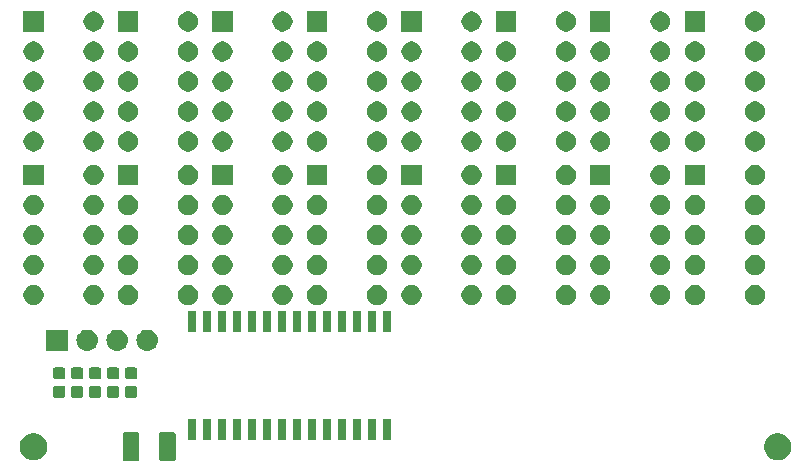
<source format=gbr>
G04 #@! TF.GenerationSoftware,KiCad,Pcbnew,(5.1.0-0)*
G04 #@! TF.CreationDate,2020-06-30T09:10:09+01:00*
G04 #@! TF.ProjectId,Display,44697370-6c61-4792-9e6b-696361645f70,rev?*
G04 #@! TF.SameCoordinates,Original*
G04 #@! TF.FileFunction,Soldermask,Top*
G04 #@! TF.FilePolarity,Negative*
%FSLAX46Y46*%
G04 Gerber Fmt 4.6, Leading zero omitted, Abs format (unit mm)*
G04 Created by KiCad (PCBNEW (5.1.0-0)) date 2020-06-30 09:10:09*
%MOMM*%
%LPD*%
G04 APERTURE LIST*
%ADD10C,0.100000*%
G04 APERTURE END LIST*
D10*
G36*
X185886811Y-96778271D02*
G01*
X185922603Y-96789129D01*
X185955595Y-96806763D01*
X185984508Y-96830492D01*
X186008237Y-96859405D01*
X186025871Y-96892397D01*
X186036729Y-96928189D01*
X186041000Y-96971555D01*
X186041000Y-99028445D01*
X186036729Y-99071811D01*
X186025871Y-99107603D01*
X186008237Y-99140595D01*
X185984508Y-99169508D01*
X185955595Y-99193237D01*
X185922603Y-99210871D01*
X185886811Y-99221729D01*
X185843445Y-99226000D01*
X184811555Y-99226000D01*
X184768189Y-99221729D01*
X184732397Y-99210871D01*
X184699405Y-99193237D01*
X184670492Y-99169508D01*
X184646763Y-99140595D01*
X184629129Y-99107603D01*
X184618271Y-99071811D01*
X184614000Y-99028445D01*
X184614000Y-96971555D01*
X184618271Y-96928189D01*
X184629129Y-96892397D01*
X184646763Y-96859405D01*
X184670492Y-96830492D01*
X184699405Y-96806763D01*
X184732397Y-96789129D01*
X184768189Y-96778271D01*
X184811555Y-96774000D01*
X185843445Y-96774000D01*
X185886811Y-96778271D01*
X185886811Y-96778271D01*
G37*
G36*
X182811811Y-96778271D02*
G01*
X182847603Y-96789129D01*
X182880595Y-96806763D01*
X182909508Y-96830492D01*
X182933237Y-96859405D01*
X182950871Y-96892397D01*
X182961729Y-96928189D01*
X182966000Y-96971555D01*
X182966000Y-99028445D01*
X182961729Y-99071811D01*
X182950871Y-99107603D01*
X182933237Y-99140595D01*
X182909508Y-99169508D01*
X182880595Y-99193237D01*
X182847603Y-99210871D01*
X182811811Y-99221729D01*
X182768445Y-99226000D01*
X181736555Y-99226000D01*
X181693189Y-99221729D01*
X181657397Y-99210871D01*
X181624405Y-99193237D01*
X181595492Y-99169508D01*
X181571763Y-99140595D01*
X181554129Y-99107603D01*
X181543271Y-99071811D01*
X181539000Y-99028445D01*
X181539000Y-96971555D01*
X181543271Y-96928189D01*
X181554129Y-96892397D01*
X181571763Y-96859405D01*
X181595492Y-96830492D01*
X181624405Y-96806763D01*
X181657397Y-96789129D01*
X181693189Y-96778271D01*
X181736555Y-96774000D01*
X182768445Y-96774000D01*
X182811811Y-96778271D01*
X182811811Y-96778271D01*
G37*
G36*
X174132770Y-96852860D02*
G01*
X174335734Y-96893232D01*
X174449146Y-96940209D01*
X174524823Y-96971555D01*
X174545203Y-96979997D01*
X174733720Y-97105960D01*
X174894040Y-97266280D01*
X175020003Y-97454797D01*
X175106768Y-97664266D01*
X175151000Y-97886636D01*
X175151000Y-98113364D01*
X175106768Y-98335734D01*
X175020003Y-98545203D01*
X174894040Y-98733720D01*
X174733720Y-98894040D01*
X174545203Y-99020003D01*
X174545202Y-99020004D01*
X174545201Y-99020004D01*
X174483850Y-99045416D01*
X174335734Y-99106768D01*
X174224549Y-99128884D01*
X174113365Y-99151000D01*
X173886635Y-99151000D01*
X173775451Y-99128884D01*
X173664266Y-99106768D01*
X173516150Y-99045416D01*
X173454799Y-99020004D01*
X173454798Y-99020004D01*
X173454797Y-99020003D01*
X173266280Y-98894040D01*
X173105960Y-98733720D01*
X172979997Y-98545203D01*
X172893232Y-98335734D01*
X172849000Y-98113364D01*
X172849000Y-97886636D01*
X172893232Y-97664266D01*
X172979997Y-97454797D01*
X173105960Y-97266280D01*
X173266280Y-97105960D01*
X173454797Y-96979997D01*
X173475178Y-96971555D01*
X173550854Y-96940209D01*
X173664266Y-96893232D01*
X173867230Y-96852860D01*
X173886635Y-96849000D01*
X174113365Y-96849000D01*
X174132770Y-96852860D01*
X174132770Y-96852860D01*
G37*
G36*
X237132770Y-96852860D02*
G01*
X237335734Y-96893232D01*
X237449146Y-96940209D01*
X237524823Y-96971555D01*
X237545203Y-96979997D01*
X237733720Y-97105960D01*
X237894040Y-97266280D01*
X238020003Y-97454797D01*
X238106768Y-97664266D01*
X238151000Y-97886636D01*
X238151000Y-98113364D01*
X238106768Y-98335734D01*
X238020003Y-98545203D01*
X237894040Y-98733720D01*
X237733720Y-98894040D01*
X237545203Y-99020003D01*
X237545202Y-99020004D01*
X237545201Y-99020004D01*
X237483850Y-99045416D01*
X237335734Y-99106768D01*
X237224549Y-99128884D01*
X237113365Y-99151000D01*
X236886635Y-99151000D01*
X236775451Y-99128884D01*
X236664266Y-99106768D01*
X236516150Y-99045416D01*
X236454799Y-99020004D01*
X236454798Y-99020004D01*
X236454797Y-99020003D01*
X236266280Y-98894040D01*
X236105960Y-98733720D01*
X235979997Y-98545203D01*
X235893232Y-98335734D01*
X235849000Y-98113364D01*
X235849000Y-97886636D01*
X235893232Y-97664266D01*
X235979997Y-97454797D01*
X236105960Y-97266280D01*
X236266280Y-97105960D01*
X236454797Y-96979997D01*
X236475178Y-96971555D01*
X236550854Y-96940209D01*
X236664266Y-96893232D01*
X236867230Y-96852860D01*
X236886635Y-96849000D01*
X237113365Y-96849000D01*
X237132770Y-96852860D01*
X237132770Y-96852860D01*
G37*
G36*
X199226000Y-97396000D02*
G01*
X198524000Y-97396000D01*
X198524000Y-95619000D01*
X199226000Y-95619000D01*
X199226000Y-97396000D01*
X199226000Y-97396000D01*
G37*
G36*
X197956000Y-97396000D02*
G01*
X197254000Y-97396000D01*
X197254000Y-95619000D01*
X197956000Y-95619000D01*
X197956000Y-97396000D01*
X197956000Y-97396000D01*
G37*
G36*
X196686000Y-97396000D02*
G01*
X195984000Y-97396000D01*
X195984000Y-95619000D01*
X196686000Y-95619000D01*
X196686000Y-97396000D01*
X196686000Y-97396000D01*
G37*
G36*
X195416000Y-97396000D02*
G01*
X194714000Y-97396000D01*
X194714000Y-95619000D01*
X195416000Y-95619000D01*
X195416000Y-97396000D01*
X195416000Y-97396000D01*
G37*
G36*
X194146000Y-97396000D02*
G01*
X193444000Y-97396000D01*
X193444000Y-95619000D01*
X194146000Y-95619000D01*
X194146000Y-97396000D01*
X194146000Y-97396000D01*
G37*
G36*
X192876000Y-97396000D02*
G01*
X192174000Y-97396000D01*
X192174000Y-95619000D01*
X192876000Y-95619000D01*
X192876000Y-97396000D01*
X192876000Y-97396000D01*
G37*
G36*
X191606000Y-97396000D02*
G01*
X190904000Y-97396000D01*
X190904000Y-95619000D01*
X191606000Y-95619000D01*
X191606000Y-97396000D01*
X191606000Y-97396000D01*
G37*
G36*
X190336000Y-97396000D02*
G01*
X189634000Y-97396000D01*
X189634000Y-95619000D01*
X190336000Y-95619000D01*
X190336000Y-97396000D01*
X190336000Y-97396000D01*
G37*
G36*
X189066000Y-97396000D02*
G01*
X188364000Y-97396000D01*
X188364000Y-95619000D01*
X189066000Y-95619000D01*
X189066000Y-97396000D01*
X189066000Y-97396000D01*
G37*
G36*
X187796000Y-97396000D02*
G01*
X187094000Y-97396000D01*
X187094000Y-95619000D01*
X187796000Y-95619000D01*
X187796000Y-97396000D01*
X187796000Y-97396000D01*
G37*
G36*
X204306000Y-97396000D02*
G01*
X203604000Y-97396000D01*
X203604000Y-95619000D01*
X204306000Y-95619000D01*
X204306000Y-97396000D01*
X204306000Y-97396000D01*
G37*
G36*
X200496000Y-97396000D02*
G01*
X199794000Y-97396000D01*
X199794000Y-95619000D01*
X200496000Y-95619000D01*
X200496000Y-97396000D01*
X200496000Y-97396000D01*
G37*
G36*
X201766000Y-97396000D02*
G01*
X201064000Y-97396000D01*
X201064000Y-95619000D01*
X201766000Y-95619000D01*
X201766000Y-97396000D01*
X201766000Y-97396000D01*
G37*
G36*
X203036000Y-97396000D02*
G01*
X202334000Y-97396000D01*
X202334000Y-95619000D01*
X203036000Y-95619000D01*
X203036000Y-97396000D01*
X203036000Y-97396000D01*
G37*
G36*
X176559591Y-92875585D02*
G01*
X176593569Y-92885893D01*
X176624890Y-92902634D01*
X176652339Y-92925161D01*
X176674866Y-92952610D01*
X176691607Y-92983931D01*
X176701915Y-93017909D01*
X176706000Y-93059390D01*
X176706000Y-93660610D01*
X176701915Y-93702091D01*
X176691607Y-93736069D01*
X176674866Y-93767390D01*
X176652339Y-93794839D01*
X176624890Y-93817366D01*
X176593569Y-93834107D01*
X176559591Y-93844415D01*
X176518110Y-93848500D01*
X175841890Y-93848500D01*
X175800409Y-93844415D01*
X175766431Y-93834107D01*
X175735110Y-93817366D01*
X175707661Y-93794839D01*
X175685134Y-93767390D01*
X175668393Y-93736069D01*
X175658085Y-93702091D01*
X175654000Y-93660610D01*
X175654000Y-93059390D01*
X175658085Y-93017909D01*
X175668393Y-92983931D01*
X175685134Y-92952610D01*
X175707661Y-92925161D01*
X175735110Y-92902634D01*
X175766431Y-92885893D01*
X175800409Y-92875585D01*
X175841890Y-92871500D01*
X176518110Y-92871500D01*
X176559591Y-92875585D01*
X176559591Y-92875585D01*
G37*
G36*
X178081591Y-92875585D02*
G01*
X178115569Y-92885893D01*
X178146890Y-92902634D01*
X178174339Y-92925161D01*
X178196866Y-92952610D01*
X178213607Y-92983931D01*
X178223915Y-93017909D01*
X178228000Y-93059390D01*
X178228000Y-93660610D01*
X178223915Y-93702091D01*
X178213607Y-93736069D01*
X178196866Y-93767390D01*
X178174339Y-93794839D01*
X178146890Y-93817366D01*
X178115569Y-93834107D01*
X178081591Y-93844415D01*
X178040110Y-93848500D01*
X177363890Y-93848500D01*
X177322409Y-93844415D01*
X177288431Y-93834107D01*
X177257110Y-93817366D01*
X177229661Y-93794839D01*
X177207134Y-93767390D01*
X177190393Y-93736069D01*
X177180085Y-93702091D01*
X177176000Y-93660610D01*
X177176000Y-93059390D01*
X177180085Y-93017909D01*
X177190393Y-92983931D01*
X177207134Y-92952610D01*
X177229661Y-92925161D01*
X177257110Y-92902634D01*
X177288431Y-92885893D01*
X177322409Y-92875585D01*
X177363890Y-92871500D01*
X178040110Y-92871500D01*
X178081591Y-92875585D01*
X178081591Y-92875585D01*
G37*
G36*
X179603591Y-92875585D02*
G01*
X179637569Y-92885893D01*
X179668890Y-92902634D01*
X179696339Y-92925161D01*
X179718866Y-92952610D01*
X179735607Y-92983931D01*
X179745915Y-93017909D01*
X179750000Y-93059390D01*
X179750000Y-93660610D01*
X179745915Y-93702091D01*
X179735607Y-93736069D01*
X179718866Y-93767390D01*
X179696339Y-93794839D01*
X179668890Y-93817366D01*
X179637569Y-93834107D01*
X179603591Y-93844415D01*
X179562110Y-93848500D01*
X178885890Y-93848500D01*
X178844409Y-93844415D01*
X178810431Y-93834107D01*
X178779110Y-93817366D01*
X178751661Y-93794839D01*
X178729134Y-93767390D01*
X178712393Y-93736069D01*
X178702085Y-93702091D01*
X178698000Y-93660610D01*
X178698000Y-93059390D01*
X178702085Y-93017909D01*
X178712393Y-92983931D01*
X178729134Y-92952610D01*
X178751661Y-92925161D01*
X178779110Y-92902634D01*
X178810431Y-92885893D01*
X178844409Y-92875585D01*
X178885890Y-92871500D01*
X179562110Y-92871500D01*
X179603591Y-92875585D01*
X179603591Y-92875585D01*
G37*
G36*
X182647591Y-92875585D02*
G01*
X182681569Y-92885893D01*
X182712890Y-92902634D01*
X182740339Y-92925161D01*
X182762866Y-92952610D01*
X182779607Y-92983931D01*
X182789915Y-93017909D01*
X182794000Y-93059390D01*
X182794000Y-93660610D01*
X182789915Y-93702091D01*
X182779607Y-93736069D01*
X182762866Y-93767390D01*
X182740339Y-93794839D01*
X182712890Y-93817366D01*
X182681569Y-93834107D01*
X182647591Y-93844415D01*
X182606110Y-93848500D01*
X181929890Y-93848500D01*
X181888409Y-93844415D01*
X181854431Y-93834107D01*
X181823110Y-93817366D01*
X181795661Y-93794839D01*
X181773134Y-93767390D01*
X181756393Y-93736069D01*
X181746085Y-93702091D01*
X181742000Y-93660610D01*
X181742000Y-93059390D01*
X181746085Y-93017909D01*
X181756393Y-92983931D01*
X181773134Y-92952610D01*
X181795661Y-92925161D01*
X181823110Y-92902634D01*
X181854431Y-92885893D01*
X181888409Y-92875585D01*
X181929890Y-92871500D01*
X182606110Y-92871500D01*
X182647591Y-92875585D01*
X182647591Y-92875585D01*
G37*
G36*
X181125591Y-92875585D02*
G01*
X181159569Y-92885893D01*
X181190890Y-92902634D01*
X181218339Y-92925161D01*
X181240866Y-92952610D01*
X181257607Y-92983931D01*
X181267915Y-93017909D01*
X181272000Y-93059390D01*
X181272000Y-93660610D01*
X181267915Y-93702091D01*
X181257607Y-93736069D01*
X181240866Y-93767390D01*
X181218339Y-93794839D01*
X181190890Y-93817366D01*
X181159569Y-93834107D01*
X181125591Y-93844415D01*
X181084110Y-93848500D01*
X180407890Y-93848500D01*
X180366409Y-93844415D01*
X180332431Y-93834107D01*
X180301110Y-93817366D01*
X180273661Y-93794839D01*
X180251134Y-93767390D01*
X180234393Y-93736069D01*
X180224085Y-93702091D01*
X180220000Y-93660610D01*
X180220000Y-93059390D01*
X180224085Y-93017909D01*
X180234393Y-92983931D01*
X180251134Y-92952610D01*
X180273661Y-92925161D01*
X180301110Y-92902634D01*
X180332431Y-92885893D01*
X180366409Y-92875585D01*
X180407890Y-92871500D01*
X181084110Y-92871500D01*
X181125591Y-92875585D01*
X181125591Y-92875585D01*
G37*
G36*
X178081591Y-91300585D02*
G01*
X178115569Y-91310893D01*
X178146890Y-91327634D01*
X178174339Y-91350161D01*
X178196866Y-91377610D01*
X178213607Y-91408931D01*
X178223915Y-91442909D01*
X178228000Y-91484390D01*
X178228000Y-92085610D01*
X178223915Y-92127091D01*
X178213607Y-92161069D01*
X178196866Y-92192390D01*
X178174339Y-92219839D01*
X178146890Y-92242366D01*
X178115569Y-92259107D01*
X178081591Y-92269415D01*
X178040110Y-92273500D01*
X177363890Y-92273500D01*
X177322409Y-92269415D01*
X177288431Y-92259107D01*
X177257110Y-92242366D01*
X177229661Y-92219839D01*
X177207134Y-92192390D01*
X177190393Y-92161069D01*
X177180085Y-92127091D01*
X177176000Y-92085610D01*
X177176000Y-91484390D01*
X177180085Y-91442909D01*
X177190393Y-91408931D01*
X177207134Y-91377610D01*
X177229661Y-91350161D01*
X177257110Y-91327634D01*
X177288431Y-91310893D01*
X177322409Y-91300585D01*
X177363890Y-91296500D01*
X178040110Y-91296500D01*
X178081591Y-91300585D01*
X178081591Y-91300585D01*
G37*
G36*
X176559591Y-91300585D02*
G01*
X176593569Y-91310893D01*
X176624890Y-91327634D01*
X176652339Y-91350161D01*
X176674866Y-91377610D01*
X176691607Y-91408931D01*
X176701915Y-91442909D01*
X176706000Y-91484390D01*
X176706000Y-92085610D01*
X176701915Y-92127091D01*
X176691607Y-92161069D01*
X176674866Y-92192390D01*
X176652339Y-92219839D01*
X176624890Y-92242366D01*
X176593569Y-92259107D01*
X176559591Y-92269415D01*
X176518110Y-92273500D01*
X175841890Y-92273500D01*
X175800409Y-92269415D01*
X175766431Y-92259107D01*
X175735110Y-92242366D01*
X175707661Y-92219839D01*
X175685134Y-92192390D01*
X175668393Y-92161069D01*
X175658085Y-92127091D01*
X175654000Y-92085610D01*
X175654000Y-91484390D01*
X175658085Y-91442909D01*
X175668393Y-91408931D01*
X175685134Y-91377610D01*
X175707661Y-91350161D01*
X175735110Y-91327634D01*
X175766431Y-91310893D01*
X175800409Y-91300585D01*
X175841890Y-91296500D01*
X176518110Y-91296500D01*
X176559591Y-91300585D01*
X176559591Y-91300585D01*
G37*
G36*
X179603591Y-91300585D02*
G01*
X179637569Y-91310893D01*
X179668890Y-91327634D01*
X179696339Y-91350161D01*
X179718866Y-91377610D01*
X179735607Y-91408931D01*
X179745915Y-91442909D01*
X179750000Y-91484390D01*
X179750000Y-92085610D01*
X179745915Y-92127091D01*
X179735607Y-92161069D01*
X179718866Y-92192390D01*
X179696339Y-92219839D01*
X179668890Y-92242366D01*
X179637569Y-92259107D01*
X179603591Y-92269415D01*
X179562110Y-92273500D01*
X178885890Y-92273500D01*
X178844409Y-92269415D01*
X178810431Y-92259107D01*
X178779110Y-92242366D01*
X178751661Y-92219839D01*
X178729134Y-92192390D01*
X178712393Y-92161069D01*
X178702085Y-92127091D01*
X178698000Y-92085610D01*
X178698000Y-91484390D01*
X178702085Y-91442909D01*
X178712393Y-91408931D01*
X178729134Y-91377610D01*
X178751661Y-91350161D01*
X178779110Y-91327634D01*
X178810431Y-91310893D01*
X178844409Y-91300585D01*
X178885890Y-91296500D01*
X179562110Y-91296500D01*
X179603591Y-91300585D01*
X179603591Y-91300585D01*
G37*
G36*
X181125591Y-91300585D02*
G01*
X181159569Y-91310893D01*
X181190890Y-91327634D01*
X181218339Y-91350161D01*
X181240866Y-91377610D01*
X181257607Y-91408931D01*
X181267915Y-91442909D01*
X181272000Y-91484390D01*
X181272000Y-92085610D01*
X181267915Y-92127091D01*
X181257607Y-92161069D01*
X181240866Y-92192390D01*
X181218339Y-92219839D01*
X181190890Y-92242366D01*
X181159569Y-92259107D01*
X181125591Y-92269415D01*
X181084110Y-92273500D01*
X180407890Y-92273500D01*
X180366409Y-92269415D01*
X180332431Y-92259107D01*
X180301110Y-92242366D01*
X180273661Y-92219839D01*
X180251134Y-92192390D01*
X180234393Y-92161069D01*
X180224085Y-92127091D01*
X180220000Y-92085610D01*
X180220000Y-91484390D01*
X180224085Y-91442909D01*
X180234393Y-91408931D01*
X180251134Y-91377610D01*
X180273661Y-91350161D01*
X180301110Y-91327634D01*
X180332431Y-91310893D01*
X180366409Y-91300585D01*
X180407890Y-91296500D01*
X181084110Y-91296500D01*
X181125591Y-91300585D01*
X181125591Y-91300585D01*
G37*
G36*
X182647591Y-91300585D02*
G01*
X182681569Y-91310893D01*
X182712890Y-91327634D01*
X182740339Y-91350161D01*
X182762866Y-91377610D01*
X182779607Y-91408931D01*
X182789915Y-91442909D01*
X182794000Y-91484390D01*
X182794000Y-92085610D01*
X182789915Y-92127091D01*
X182779607Y-92161069D01*
X182762866Y-92192390D01*
X182740339Y-92219839D01*
X182712890Y-92242366D01*
X182681569Y-92259107D01*
X182647591Y-92269415D01*
X182606110Y-92273500D01*
X181929890Y-92273500D01*
X181888409Y-92269415D01*
X181854431Y-92259107D01*
X181823110Y-92242366D01*
X181795661Y-92219839D01*
X181773134Y-92192390D01*
X181756393Y-92161069D01*
X181746085Y-92127091D01*
X181742000Y-92085610D01*
X181742000Y-91484390D01*
X181746085Y-91442909D01*
X181756393Y-91408931D01*
X181773134Y-91377610D01*
X181795661Y-91350161D01*
X181823110Y-91327634D01*
X181854431Y-91310893D01*
X181888409Y-91300585D01*
X181929890Y-91296500D01*
X182606110Y-91296500D01*
X182647591Y-91300585D01*
X182647591Y-91300585D01*
G37*
G36*
X183730443Y-88105519D02*
G01*
X183796627Y-88112037D01*
X183966466Y-88163557D01*
X184122991Y-88247222D01*
X184158729Y-88276552D01*
X184260186Y-88359814D01*
X184343448Y-88461271D01*
X184372778Y-88497009D01*
X184456443Y-88653534D01*
X184507963Y-88823373D01*
X184525359Y-89000000D01*
X184507963Y-89176627D01*
X184456443Y-89346466D01*
X184372778Y-89502991D01*
X184343448Y-89538729D01*
X184260186Y-89640186D01*
X184158729Y-89723448D01*
X184122991Y-89752778D01*
X183966466Y-89836443D01*
X183796627Y-89887963D01*
X183730442Y-89894482D01*
X183664260Y-89901000D01*
X183575740Y-89901000D01*
X183509558Y-89894482D01*
X183443373Y-89887963D01*
X183273534Y-89836443D01*
X183117009Y-89752778D01*
X183081271Y-89723448D01*
X182979814Y-89640186D01*
X182896552Y-89538729D01*
X182867222Y-89502991D01*
X182783557Y-89346466D01*
X182732037Y-89176627D01*
X182714641Y-89000000D01*
X182732037Y-88823373D01*
X182783557Y-88653534D01*
X182867222Y-88497009D01*
X182896552Y-88461271D01*
X182979814Y-88359814D01*
X183081271Y-88276552D01*
X183117009Y-88247222D01*
X183273534Y-88163557D01*
X183443373Y-88112037D01*
X183509557Y-88105519D01*
X183575740Y-88099000D01*
X183664260Y-88099000D01*
X183730443Y-88105519D01*
X183730443Y-88105519D01*
G37*
G36*
X181190443Y-88105519D02*
G01*
X181256627Y-88112037D01*
X181426466Y-88163557D01*
X181582991Y-88247222D01*
X181618729Y-88276552D01*
X181720186Y-88359814D01*
X181803448Y-88461271D01*
X181832778Y-88497009D01*
X181916443Y-88653534D01*
X181967963Y-88823373D01*
X181985359Y-89000000D01*
X181967963Y-89176627D01*
X181916443Y-89346466D01*
X181832778Y-89502991D01*
X181803448Y-89538729D01*
X181720186Y-89640186D01*
X181618729Y-89723448D01*
X181582991Y-89752778D01*
X181426466Y-89836443D01*
X181256627Y-89887963D01*
X181190442Y-89894482D01*
X181124260Y-89901000D01*
X181035740Y-89901000D01*
X180969558Y-89894482D01*
X180903373Y-89887963D01*
X180733534Y-89836443D01*
X180577009Y-89752778D01*
X180541271Y-89723448D01*
X180439814Y-89640186D01*
X180356552Y-89538729D01*
X180327222Y-89502991D01*
X180243557Y-89346466D01*
X180192037Y-89176627D01*
X180174641Y-89000000D01*
X180192037Y-88823373D01*
X180243557Y-88653534D01*
X180327222Y-88497009D01*
X180356552Y-88461271D01*
X180439814Y-88359814D01*
X180541271Y-88276552D01*
X180577009Y-88247222D01*
X180733534Y-88163557D01*
X180903373Y-88112037D01*
X180969557Y-88105519D01*
X181035740Y-88099000D01*
X181124260Y-88099000D01*
X181190443Y-88105519D01*
X181190443Y-88105519D01*
G37*
G36*
X178650443Y-88105519D02*
G01*
X178716627Y-88112037D01*
X178886466Y-88163557D01*
X179042991Y-88247222D01*
X179078729Y-88276552D01*
X179180186Y-88359814D01*
X179263448Y-88461271D01*
X179292778Y-88497009D01*
X179376443Y-88653534D01*
X179427963Y-88823373D01*
X179445359Y-89000000D01*
X179427963Y-89176627D01*
X179376443Y-89346466D01*
X179292778Y-89502991D01*
X179263448Y-89538729D01*
X179180186Y-89640186D01*
X179078729Y-89723448D01*
X179042991Y-89752778D01*
X178886466Y-89836443D01*
X178716627Y-89887963D01*
X178650442Y-89894482D01*
X178584260Y-89901000D01*
X178495740Y-89901000D01*
X178429558Y-89894482D01*
X178363373Y-89887963D01*
X178193534Y-89836443D01*
X178037009Y-89752778D01*
X178001271Y-89723448D01*
X177899814Y-89640186D01*
X177816552Y-89538729D01*
X177787222Y-89502991D01*
X177703557Y-89346466D01*
X177652037Y-89176627D01*
X177634641Y-89000000D01*
X177652037Y-88823373D01*
X177703557Y-88653534D01*
X177787222Y-88497009D01*
X177816552Y-88461271D01*
X177899814Y-88359814D01*
X178001271Y-88276552D01*
X178037009Y-88247222D01*
X178193534Y-88163557D01*
X178363373Y-88112037D01*
X178429557Y-88105519D01*
X178495740Y-88099000D01*
X178584260Y-88099000D01*
X178650443Y-88105519D01*
X178650443Y-88105519D01*
G37*
G36*
X176901000Y-89901000D02*
G01*
X175099000Y-89901000D01*
X175099000Y-88099000D01*
X176901000Y-88099000D01*
X176901000Y-89901000D01*
X176901000Y-89901000D01*
G37*
G36*
X200496000Y-88321000D02*
G01*
X199794000Y-88321000D01*
X199794000Y-86544000D01*
X200496000Y-86544000D01*
X200496000Y-88321000D01*
X200496000Y-88321000D01*
G37*
G36*
X192876000Y-88321000D02*
G01*
X192174000Y-88321000D01*
X192174000Y-86544000D01*
X192876000Y-86544000D01*
X192876000Y-88321000D01*
X192876000Y-88321000D01*
G37*
G36*
X194146000Y-88321000D02*
G01*
X193444000Y-88321000D01*
X193444000Y-86544000D01*
X194146000Y-86544000D01*
X194146000Y-88321000D01*
X194146000Y-88321000D01*
G37*
G36*
X191606000Y-88321000D02*
G01*
X190904000Y-88321000D01*
X190904000Y-86544000D01*
X191606000Y-86544000D01*
X191606000Y-88321000D01*
X191606000Y-88321000D01*
G37*
G36*
X195416000Y-88321000D02*
G01*
X194714000Y-88321000D01*
X194714000Y-86544000D01*
X195416000Y-86544000D01*
X195416000Y-88321000D01*
X195416000Y-88321000D01*
G37*
G36*
X190336000Y-88321000D02*
G01*
X189634000Y-88321000D01*
X189634000Y-86544000D01*
X190336000Y-86544000D01*
X190336000Y-88321000D01*
X190336000Y-88321000D01*
G37*
G36*
X196686000Y-88321000D02*
G01*
X195984000Y-88321000D01*
X195984000Y-86544000D01*
X196686000Y-86544000D01*
X196686000Y-88321000D01*
X196686000Y-88321000D01*
G37*
G36*
X189066000Y-88321000D02*
G01*
X188364000Y-88321000D01*
X188364000Y-86544000D01*
X189066000Y-86544000D01*
X189066000Y-88321000D01*
X189066000Y-88321000D01*
G37*
G36*
X187796000Y-88321000D02*
G01*
X187094000Y-88321000D01*
X187094000Y-86544000D01*
X187796000Y-86544000D01*
X187796000Y-88321000D01*
X187796000Y-88321000D01*
G37*
G36*
X197956000Y-88321000D02*
G01*
X197254000Y-88321000D01*
X197254000Y-86544000D01*
X197956000Y-86544000D01*
X197956000Y-88321000D01*
X197956000Y-88321000D01*
G37*
G36*
X199226000Y-88321000D02*
G01*
X198524000Y-88321000D01*
X198524000Y-86544000D01*
X199226000Y-86544000D01*
X199226000Y-88321000D01*
X199226000Y-88321000D01*
G37*
G36*
X204306000Y-88321000D02*
G01*
X203604000Y-88321000D01*
X203604000Y-86544000D01*
X204306000Y-86544000D01*
X204306000Y-88321000D01*
X204306000Y-88321000D01*
G37*
G36*
X201766000Y-88321000D02*
G01*
X201064000Y-88321000D01*
X201064000Y-86544000D01*
X201766000Y-86544000D01*
X201766000Y-88321000D01*
X201766000Y-88321000D01*
G37*
G36*
X203036000Y-88321000D02*
G01*
X202334000Y-88321000D01*
X202334000Y-86544000D01*
X203036000Y-86544000D01*
X203036000Y-88321000D01*
X203036000Y-88321000D01*
G37*
G36*
X211328228Y-84341703D02*
G01*
X211483100Y-84405853D01*
X211622481Y-84498985D01*
X211741015Y-84617519D01*
X211834147Y-84756900D01*
X211898297Y-84911772D01*
X211931000Y-85076184D01*
X211931000Y-85243816D01*
X211898297Y-85408228D01*
X211834147Y-85563100D01*
X211741015Y-85702481D01*
X211622481Y-85821015D01*
X211483100Y-85914147D01*
X211328228Y-85978297D01*
X211163816Y-86011000D01*
X210996184Y-86011000D01*
X210831772Y-85978297D01*
X210676900Y-85914147D01*
X210537519Y-85821015D01*
X210418985Y-85702481D01*
X210325853Y-85563100D01*
X210261703Y-85408228D01*
X210229000Y-85243816D01*
X210229000Y-85076184D01*
X210261703Y-84911772D01*
X210325853Y-84756900D01*
X210418985Y-84617519D01*
X210537519Y-84498985D01*
X210676900Y-84405853D01*
X210831772Y-84341703D01*
X210996184Y-84309000D01*
X211163816Y-84309000D01*
X211328228Y-84341703D01*
X211328228Y-84341703D01*
G37*
G36*
X206248228Y-84341703D02*
G01*
X206403100Y-84405853D01*
X206542481Y-84498985D01*
X206661015Y-84617519D01*
X206754147Y-84756900D01*
X206818297Y-84911772D01*
X206851000Y-85076184D01*
X206851000Y-85243816D01*
X206818297Y-85408228D01*
X206754147Y-85563100D01*
X206661015Y-85702481D01*
X206542481Y-85821015D01*
X206403100Y-85914147D01*
X206248228Y-85978297D01*
X206083816Y-86011000D01*
X205916184Y-86011000D01*
X205751772Y-85978297D01*
X205596900Y-85914147D01*
X205457519Y-85821015D01*
X205338985Y-85702481D01*
X205245853Y-85563100D01*
X205181703Y-85408228D01*
X205149000Y-85243816D01*
X205149000Y-85076184D01*
X205181703Y-84911772D01*
X205245853Y-84756900D01*
X205338985Y-84617519D01*
X205457519Y-84498985D01*
X205596900Y-84405853D01*
X205751772Y-84341703D01*
X205916184Y-84309000D01*
X206083816Y-84309000D01*
X206248228Y-84341703D01*
X206248228Y-84341703D01*
G37*
G36*
X187328228Y-84341703D02*
G01*
X187483100Y-84405853D01*
X187622481Y-84498985D01*
X187741015Y-84617519D01*
X187834147Y-84756900D01*
X187898297Y-84911772D01*
X187931000Y-85076184D01*
X187931000Y-85243816D01*
X187898297Y-85408228D01*
X187834147Y-85563100D01*
X187741015Y-85702481D01*
X187622481Y-85821015D01*
X187483100Y-85914147D01*
X187328228Y-85978297D01*
X187163816Y-86011000D01*
X186996184Y-86011000D01*
X186831772Y-85978297D01*
X186676900Y-85914147D01*
X186537519Y-85821015D01*
X186418985Y-85702481D01*
X186325853Y-85563100D01*
X186261703Y-85408228D01*
X186229000Y-85243816D01*
X186229000Y-85076184D01*
X186261703Y-84911772D01*
X186325853Y-84756900D01*
X186418985Y-84617519D01*
X186537519Y-84498985D01*
X186676900Y-84405853D01*
X186831772Y-84341703D01*
X186996184Y-84309000D01*
X187163816Y-84309000D01*
X187328228Y-84341703D01*
X187328228Y-84341703D01*
G37*
G36*
X182248228Y-84341703D02*
G01*
X182403100Y-84405853D01*
X182542481Y-84498985D01*
X182661015Y-84617519D01*
X182754147Y-84756900D01*
X182818297Y-84911772D01*
X182851000Y-85076184D01*
X182851000Y-85243816D01*
X182818297Y-85408228D01*
X182754147Y-85563100D01*
X182661015Y-85702481D01*
X182542481Y-85821015D01*
X182403100Y-85914147D01*
X182248228Y-85978297D01*
X182083816Y-86011000D01*
X181916184Y-86011000D01*
X181751772Y-85978297D01*
X181596900Y-85914147D01*
X181457519Y-85821015D01*
X181338985Y-85702481D01*
X181245853Y-85563100D01*
X181181703Y-85408228D01*
X181149000Y-85243816D01*
X181149000Y-85076184D01*
X181181703Y-84911772D01*
X181245853Y-84756900D01*
X181338985Y-84617519D01*
X181457519Y-84498985D01*
X181596900Y-84405853D01*
X181751772Y-84341703D01*
X181916184Y-84309000D01*
X182083816Y-84309000D01*
X182248228Y-84341703D01*
X182248228Y-84341703D01*
G37*
G36*
X198248228Y-84341703D02*
G01*
X198403100Y-84405853D01*
X198542481Y-84498985D01*
X198661015Y-84617519D01*
X198754147Y-84756900D01*
X198818297Y-84911772D01*
X198851000Y-85076184D01*
X198851000Y-85243816D01*
X198818297Y-85408228D01*
X198754147Y-85563100D01*
X198661015Y-85702481D01*
X198542481Y-85821015D01*
X198403100Y-85914147D01*
X198248228Y-85978297D01*
X198083816Y-86011000D01*
X197916184Y-86011000D01*
X197751772Y-85978297D01*
X197596900Y-85914147D01*
X197457519Y-85821015D01*
X197338985Y-85702481D01*
X197245853Y-85563100D01*
X197181703Y-85408228D01*
X197149000Y-85243816D01*
X197149000Y-85076184D01*
X197181703Y-84911772D01*
X197245853Y-84756900D01*
X197338985Y-84617519D01*
X197457519Y-84498985D01*
X197596900Y-84405853D01*
X197751772Y-84341703D01*
X197916184Y-84309000D01*
X198083816Y-84309000D01*
X198248228Y-84341703D01*
X198248228Y-84341703D01*
G37*
G36*
X203328228Y-84341703D02*
G01*
X203483100Y-84405853D01*
X203622481Y-84498985D01*
X203741015Y-84617519D01*
X203834147Y-84756900D01*
X203898297Y-84911772D01*
X203931000Y-85076184D01*
X203931000Y-85243816D01*
X203898297Y-85408228D01*
X203834147Y-85563100D01*
X203741015Y-85702481D01*
X203622481Y-85821015D01*
X203483100Y-85914147D01*
X203328228Y-85978297D01*
X203163816Y-86011000D01*
X202996184Y-86011000D01*
X202831772Y-85978297D01*
X202676900Y-85914147D01*
X202537519Y-85821015D01*
X202418985Y-85702481D01*
X202325853Y-85563100D01*
X202261703Y-85408228D01*
X202229000Y-85243816D01*
X202229000Y-85076184D01*
X202261703Y-84911772D01*
X202325853Y-84756900D01*
X202418985Y-84617519D01*
X202537519Y-84498985D01*
X202676900Y-84405853D01*
X202831772Y-84341703D01*
X202996184Y-84309000D01*
X203163816Y-84309000D01*
X203328228Y-84341703D01*
X203328228Y-84341703D01*
G37*
G36*
X235328228Y-84341703D02*
G01*
X235483100Y-84405853D01*
X235622481Y-84498985D01*
X235741015Y-84617519D01*
X235834147Y-84756900D01*
X235898297Y-84911772D01*
X235931000Y-85076184D01*
X235931000Y-85243816D01*
X235898297Y-85408228D01*
X235834147Y-85563100D01*
X235741015Y-85702481D01*
X235622481Y-85821015D01*
X235483100Y-85914147D01*
X235328228Y-85978297D01*
X235163816Y-86011000D01*
X234996184Y-86011000D01*
X234831772Y-85978297D01*
X234676900Y-85914147D01*
X234537519Y-85821015D01*
X234418985Y-85702481D01*
X234325853Y-85563100D01*
X234261703Y-85408228D01*
X234229000Y-85243816D01*
X234229000Y-85076184D01*
X234261703Y-84911772D01*
X234325853Y-84756900D01*
X234418985Y-84617519D01*
X234537519Y-84498985D01*
X234676900Y-84405853D01*
X234831772Y-84341703D01*
X234996184Y-84309000D01*
X235163816Y-84309000D01*
X235328228Y-84341703D01*
X235328228Y-84341703D01*
G37*
G36*
X230248228Y-84341703D02*
G01*
X230403100Y-84405853D01*
X230542481Y-84498985D01*
X230661015Y-84617519D01*
X230754147Y-84756900D01*
X230818297Y-84911772D01*
X230851000Y-85076184D01*
X230851000Y-85243816D01*
X230818297Y-85408228D01*
X230754147Y-85563100D01*
X230661015Y-85702481D01*
X230542481Y-85821015D01*
X230403100Y-85914147D01*
X230248228Y-85978297D01*
X230083816Y-86011000D01*
X229916184Y-86011000D01*
X229751772Y-85978297D01*
X229596900Y-85914147D01*
X229457519Y-85821015D01*
X229338985Y-85702481D01*
X229245853Y-85563100D01*
X229181703Y-85408228D01*
X229149000Y-85243816D01*
X229149000Y-85076184D01*
X229181703Y-84911772D01*
X229245853Y-84756900D01*
X229338985Y-84617519D01*
X229457519Y-84498985D01*
X229596900Y-84405853D01*
X229751772Y-84341703D01*
X229916184Y-84309000D01*
X230083816Y-84309000D01*
X230248228Y-84341703D01*
X230248228Y-84341703D01*
G37*
G36*
X195328228Y-84341703D02*
G01*
X195483100Y-84405853D01*
X195622481Y-84498985D01*
X195741015Y-84617519D01*
X195834147Y-84756900D01*
X195898297Y-84911772D01*
X195931000Y-85076184D01*
X195931000Y-85243816D01*
X195898297Y-85408228D01*
X195834147Y-85563100D01*
X195741015Y-85702481D01*
X195622481Y-85821015D01*
X195483100Y-85914147D01*
X195328228Y-85978297D01*
X195163816Y-86011000D01*
X194996184Y-86011000D01*
X194831772Y-85978297D01*
X194676900Y-85914147D01*
X194537519Y-85821015D01*
X194418985Y-85702481D01*
X194325853Y-85563100D01*
X194261703Y-85408228D01*
X194229000Y-85243816D01*
X194229000Y-85076184D01*
X194261703Y-84911772D01*
X194325853Y-84756900D01*
X194418985Y-84617519D01*
X194537519Y-84498985D01*
X194676900Y-84405853D01*
X194831772Y-84341703D01*
X194996184Y-84309000D01*
X195163816Y-84309000D01*
X195328228Y-84341703D01*
X195328228Y-84341703D01*
G37*
G36*
X190248228Y-84341703D02*
G01*
X190403100Y-84405853D01*
X190542481Y-84498985D01*
X190661015Y-84617519D01*
X190754147Y-84756900D01*
X190818297Y-84911772D01*
X190851000Y-85076184D01*
X190851000Y-85243816D01*
X190818297Y-85408228D01*
X190754147Y-85563100D01*
X190661015Y-85702481D01*
X190542481Y-85821015D01*
X190403100Y-85914147D01*
X190248228Y-85978297D01*
X190083816Y-86011000D01*
X189916184Y-86011000D01*
X189751772Y-85978297D01*
X189596900Y-85914147D01*
X189457519Y-85821015D01*
X189338985Y-85702481D01*
X189245853Y-85563100D01*
X189181703Y-85408228D01*
X189149000Y-85243816D01*
X189149000Y-85076184D01*
X189181703Y-84911772D01*
X189245853Y-84756900D01*
X189338985Y-84617519D01*
X189457519Y-84498985D01*
X189596900Y-84405853D01*
X189751772Y-84341703D01*
X189916184Y-84309000D01*
X190083816Y-84309000D01*
X190248228Y-84341703D01*
X190248228Y-84341703D01*
G37*
G36*
X227328228Y-84341703D02*
G01*
X227483100Y-84405853D01*
X227622481Y-84498985D01*
X227741015Y-84617519D01*
X227834147Y-84756900D01*
X227898297Y-84911772D01*
X227931000Y-85076184D01*
X227931000Y-85243816D01*
X227898297Y-85408228D01*
X227834147Y-85563100D01*
X227741015Y-85702481D01*
X227622481Y-85821015D01*
X227483100Y-85914147D01*
X227328228Y-85978297D01*
X227163816Y-86011000D01*
X226996184Y-86011000D01*
X226831772Y-85978297D01*
X226676900Y-85914147D01*
X226537519Y-85821015D01*
X226418985Y-85702481D01*
X226325853Y-85563100D01*
X226261703Y-85408228D01*
X226229000Y-85243816D01*
X226229000Y-85076184D01*
X226261703Y-84911772D01*
X226325853Y-84756900D01*
X226418985Y-84617519D01*
X226537519Y-84498985D01*
X226676900Y-84405853D01*
X226831772Y-84341703D01*
X226996184Y-84309000D01*
X227163816Y-84309000D01*
X227328228Y-84341703D01*
X227328228Y-84341703D01*
G37*
G36*
X222248228Y-84341703D02*
G01*
X222403100Y-84405853D01*
X222542481Y-84498985D01*
X222661015Y-84617519D01*
X222754147Y-84756900D01*
X222818297Y-84911772D01*
X222851000Y-85076184D01*
X222851000Y-85243816D01*
X222818297Y-85408228D01*
X222754147Y-85563100D01*
X222661015Y-85702481D01*
X222542481Y-85821015D01*
X222403100Y-85914147D01*
X222248228Y-85978297D01*
X222083816Y-86011000D01*
X221916184Y-86011000D01*
X221751772Y-85978297D01*
X221596900Y-85914147D01*
X221457519Y-85821015D01*
X221338985Y-85702481D01*
X221245853Y-85563100D01*
X221181703Y-85408228D01*
X221149000Y-85243816D01*
X221149000Y-85076184D01*
X221181703Y-84911772D01*
X221245853Y-84756900D01*
X221338985Y-84617519D01*
X221457519Y-84498985D01*
X221596900Y-84405853D01*
X221751772Y-84341703D01*
X221916184Y-84309000D01*
X222083816Y-84309000D01*
X222248228Y-84341703D01*
X222248228Y-84341703D01*
G37*
G36*
X179328228Y-84341703D02*
G01*
X179483100Y-84405853D01*
X179622481Y-84498985D01*
X179741015Y-84617519D01*
X179834147Y-84756900D01*
X179898297Y-84911772D01*
X179931000Y-85076184D01*
X179931000Y-85243816D01*
X179898297Y-85408228D01*
X179834147Y-85563100D01*
X179741015Y-85702481D01*
X179622481Y-85821015D01*
X179483100Y-85914147D01*
X179328228Y-85978297D01*
X179163816Y-86011000D01*
X178996184Y-86011000D01*
X178831772Y-85978297D01*
X178676900Y-85914147D01*
X178537519Y-85821015D01*
X178418985Y-85702481D01*
X178325853Y-85563100D01*
X178261703Y-85408228D01*
X178229000Y-85243816D01*
X178229000Y-85076184D01*
X178261703Y-84911772D01*
X178325853Y-84756900D01*
X178418985Y-84617519D01*
X178537519Y-84498985D01*
X178676900Y-84405853D01*
X178831772Y-84341703D01*
X178996184Y-84309000D01*
X179163816Y-84309000D01*
X179328228Y-84341703D01*
X179328228Y-84341703D01*
G37*
G36*
X174248228Y-84341703D02*
G01*
X174403100Y-84405853D01*
X174542481Y-84498985D01*
X174661015Y-84617519D01*
X174754147Y-84756900D01*
X174818297Y-84911772D01*
X174851000Y-85076184D01*
X174851000Y-85243816D01*
X174818297Y-85408228D01*
X174754147Y-85563100D01*
X174661015Y-85702481D01*
X174542481Y-85821015D01*
X174403100Y-85914147D01*
X174248228Y-85978297D01*
X174083816Y-86011000D01*
X173916184Y-86011000D01*
X173751772Y-85978297D01*
X173596900Y-85914147D01*
X173457519Y-85821015D01*
X173338985Y-85702481D01*
X173245853Y-85563100D01*
X173181703Y-85408228D01*
X173149000Y-85243816D01*
X173149000Y-85076184D01*
X173181703Y-84911772D01*
X173245853Y-84756900D01*
X173338985Y-84617519D01*
X173457519Y-84498985D01*
X173596900Y-84405853D01*
X173751772Y-84341703D01*
X173916184Y-84309000D01*
X174083816Y-84309000D01*
X174248228Y-84341703D01*
X174248228Y-84341703D01*
G37*
G36*
X219328228Y-84341703D02*
G01*
X219483100Y-84405853D01*
X219622481Y-84498985D01*
X219741015Y-84617519D01*
X219834147Y-84756900D01*
X219898297Y-84911772D01*
X219931000Y-85076184D01*
X219931000Y-85243816D01*
X219898297Y-85408228D01*
X219834147Y-85563100D01*
X219741015Y-85702481D01*
X219622481Y-85821015D01*
X219483100Y-85914147D01*
X219328228Y-85978297D01*
X219163816Y-86011000D01*
X218996184Y-86011000D01*
X218831772Y-85978297D01*
X218676900Y-85914147D01*
X218537519Y-85821015D01*
X218418985Y-85702481D01*
X218325853Y-85563100D01*
X218261703Y-85408228D01*
X218229000Y-85243816D01*
X218229000Y-85076184D01*
X218261703Y-84911772D01*
X218325853Y-84756900D01*
X218418985Y-84617519D01*
X218537519Y-84498985D01*
X218676900Y-84405853D01*
X218831772Y-84341703D01*
X218996184Y-84309000D01*
X219163816Y-84309000D01*
X219328228Y-84341703D01*
X219328228Y-84341703D01*
G37*
G36*
X214248228Y-84341703D02*
G01*
X214403100Y-84405853D01*
X214542481Y-84498985D01*
X214661015Y-84617519D01*
X214754147Y-84756900D01*
X214818297Y-84911772D01*
X214851000Y-85076184D01*
X214851000Y-85243816D01*
X214818297Y-85408228D01*
X214754147Y-85563100D01*
X214661015Y-85702481D01*
X214542481Y-85821015D01*
X214403100Y-85914147D01*
X214248228Y-85978297D01*
X214083816Y-86011000D01*
X213916184Y-86011000D01*
X213751772Y-85978297D01*
X213596900Y-85914147D01*
X213457519Y-85821015D01*
X213338985Y-85702481D01*
X213245853Y-85563100D01*
X213181703Y-85408228D01*
X213149000Y-85243816D01*
X213149000Y-85076184D01*
X213181703Y-84911772D01*
X213245853Y-84756900D01*
X213338985Y-84617519D01*
X213457519Y-84498985D01*
X213596900Y-84405853D01*
X213751772Y-84341703D01*
X213916184Y-84309000D01*
X214083816Y-84309000D01*
X214248228Y-84341703D01*
X214248228Y-84341703D01*
G37*
G36*
X195328228Y-81801703D02*
G01*
X195483100Y-81865853D01*
X195622481Y-81958985D01*
X195741015Y-82077519D01*
X195834147Y-82216900D01*
X195898297Y-82371772D01*
X195931000Y-82536184D01*
X195931000Y-82703816D01*
X195898297Y-82868228D01*
X195834147Y-83023100D01*
X195741015Y-83162481D01*
X195622481Y-83281015D01*
X195483100Y-83374147D01*
X195328228Y-83438297D01*
X195163816Y-83471000D01*
X194996184Y-83471000D01*
X194831772Y-83438297D01*
X194676900Y-83374147D01*
X194537519Y-83281015D01*
X194418985Y-83162481D01*
X194325853Y-83023100D01*
X194261703Y-82868228D01*
X194229000Y-82703816D01*
X194229000Y-82536184D01*
X194261703Y-82371772D01*
X194325853Y-82216900D01*
X194418985Y-82077519D01*
X194537519Y-81958985D01*
X194676900Y-81865853D01*
X194831772Y-81801703D01*
X194996184Y-81769000D01*
X195163816Y-81769000D01*
X195328228Y-81801703D01*
X195328228Y-81801703D01*
G37*
G36*
X198248228Y-81801703D02*
G01*
X198403100Y-81865853D01*
X198542481Y-81958985D01*
X198661015Y-82077519D01*
X198754147Y-82216900D01*
X198818297Y-82371772D01*
X198851000Y-82536184D01*
X198851000Y-82703816D01*
X198818297Y-82868228D01*
X198754147Y-83023100D01*
X198661015Y-83162481D01*
X198542481Y-83281015D01*
X198403100Y-83374147D01*
X198248228Y-83438297D01*
X198083816Y-83471000D01*
X197916184Y-83471000D01*
X197751772Y-83438297D01*
X197596900Y-83374147D01*
X197457519Y-83281015D01*
X197338985Y-83162481D01*
X197245853Y-83023100D01*
X197181703Y-82868228D01*
X197149000Y-82703816D01*
X197149000Y-82536184D01*
X197181703Y-82371772D01*
X197245853Y-82216900D01*
X197338985Y-82077519D01*
X197457519Y-81958985D01*
X197596900Y-81865853D01*
X197751772Y-81801703D01*
X197916184Y-81769000D01*
X198083816Y-81769000D01*
X198248228Y-81801703D01*
X198248228Y-81801703D01*
G37*
G36*
X203328228Y-81801703D02*
G01*
X203483100Y-81865853D01*
X203622481Y-81958985D01*
X203741015Y-82077519D01*
X203834147Y-82216900D01*
X203898297Y-82371772D01*
X203931000Y-82536184D01*
X203931000Y-82703816D01*
X203898297Y-82868228D01*
X203834147Y-83023100D01*
X203741015Y-83162481D01*
X203622481Y-83281015D01*
X203483100Y-83374147D01*
X203328228Y-83438297D01*
X203163816Y-83471000D01*
X202996184Y-83471000D01*
X202831772Y-83438297D01*
X202676900Y-83374147D01*
X202537519Y-83281015D01*
X202418985Y-83162481D01*
X202325853Y-83023100D01*
X202261703Y-82868228D01*
X202229000Y-82703816D01*
X202229000Y-82536184D01*
X202261703Y-82371772D01*
X202325853Y-82216900D01*
X202418985Y-82077519D01*
X202537519Y-81958985D01*
X202676900Y-81865853D01*
X202831772Y-81801703D01*
X202996184Y-81769000D01*
X203163816Y-81769000D01*
X203328228Y-81801703D01*
X203328228Y-81801703D01*
G37*
G36*
X206248228Y-81801703D02*
G01*
X206403100Y-81865853D01*
X206542481Y-81958985D01*
X206661015Y-82077519D01*
X206754147Y-82216900D01*
X206818297Y-82371772D01*
X206851000Y-82536184D01*
X206851000Y-82703816D01*
X206818297Y-82868228D01*
X206754147Y-83023100D01*
X206661015Y-83162481D01*
X206542481Y-83281015D01*
X206403100Y-83374147D01*
X206248228Y-83438297D01*
X206083816Y-83471000D01*
X205916184Y-83471000D01*
X205751772Y-83438297D01*
X205596900Y-83374147D01*
X205457519Y-83281015D01*
X205338985Y-83162481D01*
X205245853Y-83023100D01*
X205181703Y-82868228D01*
X205149000Y-82703816D01*
X205149000Y-82536184D01*
X205181703Y-82371772D01*
X205245853Y-82216900D01*
X205338985Y-82077519D01*
X205457519Y-81958985D01*
X205596900Y-81865853D01*
X205751772Y-81801703D01*
X205916184Y-81769000D01*
X206083816Y-81769000D01*
X206248228Y-81801703D01*
X206248228Y-81801703D01*
G37*
G36*
X211328228Y-81801703D02*
G01*
X211483100Y-81865853D01*
X211622481Y-81958985D01*
X211741015Y-82077519D01*
X211834147Y-82216900D01*
X211898297Y-82371772D01*
X211931000Y-82536184D01*
X211931000Y-82703816D01*
X211898297Y-82868228D01*
X211834147Y-83023100D01*
X211741015Y-83162481D01*
X211622481Y-83281015D01*
X211483100Y-83374147D01*
X211328228Y-83438297D01*
X211163816Y-83471000D01*
X210996184Y-83471000D01*
X210831772Y-83438297D01*
X210676900Y-83374147D01*
X210537519Y-83281015D01*
X210418985Y-83162481D01*
X210325853Y-83023100D01*
X210261703Y-82868228D01*
X210229000Y-82703816D01*
X210229000Y-82536184D01*
X210261703Y-82371772D01*
X210325853Y-82216900D01*
X210418985Y-82077519D01*
X210537519Y-81958985D01*
X210676900Y-81865853D01*
X210831772Y-81801703D01*
X210996184Y-81769000D01*
X211163816Y-81769000D01*
X211328228Y-81801703D01*
X211328228Y-81801703D01*
G37*
G36*
X214248228Y-81801703D02*
G01*
X214403100Y-81865853D01*
X214542481Y-81958985D01*
X214661015Y-82077519D01*
X214754147Y-82216900D01*
X214818297Y-82371772D01*
X214851000Y-82536184D01*
X214851000Y-82703816D01*
X214818297Y-82868228D01*
X214754147Y-83023100D01*
X214661015Y-83162481D01*
X214542481Y-83281015D01*
X214403100Y-83374147D01*
X214248228Y-83438297D01*
X214083816Y-83471000D01*
X213916184Y-83471000D01*
X213751772Y-83438297D01*
X213596900Y-83374147D01*
X213457519Y-83281015D01*
X213338985Y-83162481D01*
X213245853Y-83023100D01*
X213181703Y-82868228D01*
X213149000Y-82703816D01*
X213149000Y-82536184D01*
X213181703Y-82371772D01*
X213245853Y-82216900D01*
X213338985Y-82077519D01*
X213457519Y-81958985D01*
X213596900Y-81865853D01*
X213751772Y-81801703D01*
X213916184Y-81769000D01*
X214083816Y-81769000D01*
X214248228Y-81801703D01*
X214248228Y-81801703D01*
G37*
G36*
X219328228Y-81801703D02*
G01*
X219483100Y-81865853D01*
X219622481Y-81958985D01*
X219741015Y-82077519D01*
X219834147Y-82216900D01*
X219898297Y-82371772D01*
X219931000Y-82536184D01*
X219931000Y-82703816D01*
X219898297Y-82868228D01*
X219834147Y-83023100D01*
X219741015Y-83162481D01*
X219622481Y-83281015D01*
X219483100Y-83374147D01*
X219328228Y-83438297D01*
X219163816Y-83471000D01*
X218996184Y-83471000D01*
X218831772Y-83438297D01*
X218676900Y-83374147D01*
X218537519Y-83281015D01*
X218418985Y-83162481D01*
X218325853Y-83023100D01*
X218261703Y-82868228D01*
X218229000Y-82703816D01*
X218229000Y-82536184D01*
X218261703Y-82371772D01*
X218325853Y-82216900D01*
X218418985Y-82077519D01*
X218537519Y-81958985D01*
X218676900Y-81865853D01*
X218831772Y-81801703D01*
X218996184Y-81769000D01*
X219163816Y-81769000D01*
X219328228Y-81801703D01*
X219328228Y-81801703D01*
G37*
G36*
X222248228Y-81801703D02*
G01*
X222403100Y-81865853D01*
X222542481Y-81958985D01*
X222661015Y-82077519D01*
X222754147Y-82216900D01*
X222818297Y-82371772D01*
X222851000Y-82536184D01*
X222851000Y-82703816D01*
X222818297Y-82868228D01*
X222754147Y-83023100D01*
X222661015Y-83162481D01*
X222542481Y-83281015D01*
X222403100Y-83374147D01*
X222248228Y-83438297D01*
X222083816Y-83471000D01*
X221916184Y-83471000D01*
X221751772Y-83438297D01*
X221596900Y-83374147D01*
X221457519Y-83281015D01*
X221338985Y-83162481D01*
X221245853Y-83023100D01*
X221181703Y-82868228D01*
X221149000Y-82703816D01*
X221149000Y-82536184D01*
X221181703Y-82371772D01*
X221245853Y-82216900D01*
X221338985Y-82077519D01*
X221457519Y-81958985D01*
X221596900Y-81865853D01*
X221751772Y-81801703D01*
X221916184Y-81769000D01*
X222083816Y-81769000D01*
X222248228Y-81801703D01*
X222248228Y-81801703D01*
G37*
G36*
X227328228Y-81801703D02*
G01*
X227483100Y-81865853D01*
X227622481Y-81958985D01*
X227741015Y-82077519D01*
X227834147Y-82216900D01*
X227898297Y-82371772D01*
X227931000Y-82536184D01*
X227931000Y-82703816D01*
X227898297Y-82868228D01*
X227834147Y-83023100D01*
X227741015Y-83162481D01*
X227622481Y-83281015D01*
X227483100Y-83374147D01*
X227328228Y-83438297D01*
X227163816Y-83471000D01*
X226996184Y-83471000D01*
X226831772Y-83438297D01*
X226676900Y-83374147D01*
X226537519Y-83281015D01*
X226418985Y-83162481D01*
X226325853Y-83023100D01*
X226261703Y-82868228D01*
X226229000Y-82703816D01*
X226229000Y-82536184D01*
X226261703Y-82371772D01*
X226325853Y-82216900D01*
X226418985Y-82077519D01*
X226537519Y-81958985D01*
X226676900Y-81865853D01*
X226831772Y-81801703D01*
X226996184Y-81769000D01*
X227163816Y-81769000D01*
X227328228Y-81801703D01*
X227328228Y-81801703D01*
G37*
G36*
X230248228Y-81801703D02*
G01*
X230403100Y-81865853D01*
X230542481Y-81958985D01*
X230661015Y-82077519D01*
X230754147Y-82216900D01*
X230818297Y-82371772D01*
X230851000Y-82536184D01*
X230851000Y-82703816D01*
X230818297Y-82868228D01*
X230754147Y-83023100D01*
X230661015Y-83162481D01*
X230542481Y-83281015D01*
X230403100Y-83374147D01*
X230248228Y-83438297D01*
X230083816Y-83471000D01*
X229916184Y-83471000D01*
X229751772Y-83438297D01*
X229596900Y-83374147D01*
X229457519Y-83281015D01*
X229338985Y-83162481D01*
X229245853Y-83023100D01*
X229181703Y-82868228D01*
X229149000Y-82703816D01*
X229149000Y-82536184D01*
X229181703Y-82371772D01*
X229245853Y-82216900D01*
X229338985Y-82077519D01*
X229457519Y-81958985D01*
X229596900Y-81865853D01*
X229751772Y-81801703D01*
X229916184Y-81769000D01*
X230083816Y-81769000D01*
X230248228Y-81801703D01*
X230248228Y-81801703D01*
G37*
G36*
X235328228Y-81801703D02*
G01*
X235483100Y-81865853D01*
X235622481Y-81958985D01*
X235741015Y-82077519D01*
X235834147Y-82216900D01*
X235898297Y-82371772D01*
X235931000Y-82536184D01*
X235931000Y-82703816D01*
X235898297Y-82868228D01*
X235834147Y-83023100D01*
X235741015Y-83162481D01*
X235622481Y-83281015D01*
X235483100Y-83374147D01*
X235328228Y-83438297D01*
X235163816Y-83471000D01*
X234996184Y-83471000D01*
X234831772Y-83438297D01*
X234676900Y-83374147D01*
X234537519Y-83281015D01*
X234418985Y-83162481D01*
X234325853Y-83023100D01*
X234261703Y-82868228D01*
X234229000Y-82703816D01*
X234229000Y-82536184D01*
X234261703Y-82371772D01*
X234325853Y-82216900D01*
X234418985Y-82077519D01*
X234537519Y-81958985D01*
X234676900Y-81865853D01*
X234831772Y-81801703D01*
X234996184Y-81769000D01*
X235163816Y-81769000D01*
X235328228Y-81801703D01*
X235328228Y-81801703D01*
G37*
G36*
X190248228Y-81801703D02*
G01*
X190403100Y-81865853D01*
X190542481Y-81958985D01*
X190661015Y-82077519D01*
X190754147Y-82216900D01*
X190818297Y-82371772D01*
X190851000Y-82536184D01*
X190851000Y-82703816D01*
X190818297Y-82868228D01*
X190754147Y-83023100D01*
X190661015Y-83162481D01*
X190542481Y-83281015D01*
X190403100Y-83374147D01*
X190248228Y-83438297D01*
X190083816Y-83471000D01*
X189916184Y-83471000D01*
X189751772Y-83438297D01*
X189596900Y-83374147D01*
X189457519Y-83281015D01*
X189338985Y-83162481D01*
X189245853Y-83023100D01*
X189181703Y-82868228D01*
X189149000Y-82703816D01*
X189149000Y-82536184D01*
X189181703Y-82371772D01*
X189245853Y-82216900D01*
X189338985Y-82077519D01*
X189457519Y-81958985D01*
X189596900Y-81865853D01*
X189751772Y-81801703D01*
X189916184Y-81769000D01*
X190083816Y-81769000D01*
X190248228Y-81801703D01*
X190248228Y-81801703D01*
G37*
G36*
X187328228Y-81801703D02*
G01*
X187483100Y-81865853D01*
X187622481Y-81958985D01*
X187741015Y-82077519D01*
X187834147Y-82216900D01*
X187898297Y-82371772D01*
X187931000Y-82536184D01*
X187931000Y-82703816D01*
X187898297Y-82868228D01*
X187834147Y-83023100D01*
X187741015Y-83162481D01*
X187622481Y-83281015D01*
X187483100Y-83374147D01*
X187328228Y-83438297D01*
X187163816Y-83471000D01*
X186996184Y-83471000D01*
X186831772Y-83438297D01*
X186676900Y-83374147D01*
X186537519Y-83281015D01*
X186418985Y-83162481D01*
X186325853Y-83023100D01*
X186261703Y-82868228D01*
X186229000Y-82703816D01*
X186229000Y-82536184D01*
X186261703Y-82371772D01*
X186325853Y-82216900D01*
X186418985Y-82077519D01*
X186537519Y-81958985D01*
X186676900Y-81865853D01*
X186831772Y-81801703D01*
X186996184Y-81769000D01*
X187163816Y-81769000D01*
X187328228Y-81801703D01*
X187328228Y-81801703D01*
G37*
G36*
X182248228Y-81801703D02*
G01*
X182403100Y-81865853D01*
X182542481Y-81958985D01*
X182661015Y-82077519D01*
X182754147Y-82216900D01*
X182818297Y-82371772D01*
X182851000Y-82536184D01*
X182851000Y-82703816D01*
X182818297Y-82868228D01*
X182754147Y-83023100D01*
X182661015Y-83162481D01*
X182542481Y-83281015D01*
X182403100Y-83374147D01*
X182248228Y-83438297D01*
X182083816Y-83471000D01*
X181916184Y-83471000D01*
X181751772Y-83438297D01*
X181596900Y-83374147D01*
X181457519Y-83281015D01*
X181338985Y-83162481D01*
X181245853Y-83023100D01*
X181181703Y-82868228D01*
X181149000Y-82703816D01*
X181149000Y-82536184D01*
X181181703Y-82371772D01*
X181245853Y-82216900D01*
X181338985Y-82077519D01*
X181457519Y-81958985D01*
X181596900Y-81865853D01*
X181751772Y-81801703D01*
X181916184Y-81769000D01*
X182083816Y-81769000D01*
X182248228Y-81801703D01*
X182248228Y-81801703D01*
G37*
G36*
X179328228Y-81801703D02*
G01*
X179483100Y-81865853D01*
X179622481Y-81958985D01*
X179741015Y-82077519D01*
X179834147Y-82216900D01*
X179898297Y-82371772D01*
X179931000Y-82536184D01*
X179931000Y-82703816D01*
X179898297Y-82868228D01*
X179834147Y-83023100D01*
X179741015Y-83162481D01*
X179622481Y-83281015D01*
X179483100Y-83374147D01*
X179328228Y-83438297D01*
X179163816Y-83471000D01*
X178996184Y-83471000D01*
X178831772Y-83438297D01*
X178676900Y-83374147D01*
X178537519Y-83281015D01*
X178418985Y-83162481D01*
X178325853Y-83023100D01*
X178261703Y-82868228D01*
X178229000Y-82703816D01*
X178229000Y-82536184D01*
X178261703Y-82371772D01*
X178325853Y-82216900D01*
X178418985Y-82077519D01*
X178537519Y-81958985D01*
X178676900Y-81865853D01*
X178831772Y-81801703D01*
X178996184Y-81769000D01*
X179163816Y-81769000D01*
X179328228Y-81801703D01*
X179328228Y-81801703D01*
G37*
G36*
X174248228Y-81801703D02*
G01*
X174403100Y-81865853D01*
X174542481Y-81958985D01*
X174661015Y-82077519D01*
X174754147Y-82216900D01*
X174818297Y-82371772D01*
X174851000Y-82536184D01*
X174851000Y-82703816D01*
X174818297Y-82868228D01*
X174754147Y-83023100D01*
X174661015Y-83162481D01*
X174542481Y-83281015D01*
X174403100Y-83374147D01*
X174248228Y-83438297D01*
X174083816Y-83471000D01*
X173916184Y-83471000D01*
X173751772Y-83438297D01*
X173596900Y-83374147D01*
X173457519Y-83281015D01*
X173338985Y-83162481D01*
X173245853Y-83023100D01*
X173181703Y-82868228D01*
X173149000Y-82703816D01*
X173149000Y-82536184D01*
X173181703Y-82371772D01*
X173245853Y-82216900D01*
X173338985Y-82077519D01*
X173457519Y-81958985D01*
X173596900Y-81865853D01*
X173751772Y-81801703D01*
X173916184Y-81769000D01*
X174083816Y-81769000D01*
X174248228Y-81801703D01*
X174248228Y-81801703D01*
G37*
G36*
X187328228Y-79261703D02*
G01*
X187483100Y-79325853D01*
X187622481Y-79418985D01*
X187741015Y-79537519D01*
X187834147Y-79676900D01*
X187898297Y-79831772D01*
X187931000Y-79996184D01*
X187931000Y-80163816D01*
X187898297Y-80328228D01*
X187834147Y-80483100D01*
X187741015Y-80622481D01*
X187622481Y-80741015D01*
X187483100Y-80834147D01*
X187328228Y-80898297D01*
X187163816Y-80931000D01*
X186996184Y-80931000D01*
X186831772Y-80898297D01*
X186676900Y-80834147D01*
X186537519Y-80741015D01*
X186418985Y-80622481D01*
X186325853Y-80483100D01*
X186261703Y-80328228D01*
X186229000Y-80163816D01*
X186229000Y-79996184D01*
X186261703Y-79831772D01*
X186325853Y-79676900D01*
X186418985Y-79537519D01*
X186537519Y-79418985D01*
X186676900Y-79325853D01*
X186831772Y-79261703D01*
X186996184Y-79229000D01*
X187163816Y-79229000D01*
X187328228Y-79261703D01*
X187328228Y-79261703D01*
G37*
G36*
X190248228Y-79261703D02*
G01*
X190403100Y-79325853D01*
X190542481Y-79418985D01*
X190661015Y-79537519D01*
X190754147Y-79676900D01*
X190818297Y-79831772D01*
X190851000Y-79996184D01*
X190851000Y-80163816D01*
X190818297Y-80328228D01*
X190754147Y-80483100D01*
X190661015Y-80622481D01*
X190542481Y-80741015D01*
X190403100Y-80834147D01*
X190248228Y-80898297D01*
X190083816Y-80931000D01*
X189916184Y-80931000D01*
X189751772Y-80898297D01*
X189596900Y-80834147D01*
X189457519Y-80741015D01*
X189338985Y-80622481D01*
X189245853Y-80483100D01*
X189181703Y-80328228D01*
X189149000Y-80163816D01*
X189149000Y-79996184D01*
X189181703Y-79831772D01*
X189245853Y-79676900D01*
X189338985Y-79537519D01*
X189457519Y-79418985D01*
X189596900Y-79325853D01*
X189751772Y-79261703D01*
X189916184Y-79229000D01*
X190083816Y-79229000D01*
X190248228Y-79261703D01*
X190248228Y-79261703D01*
G37*
G36*
X235328228Y-79261703D02*
G01*
X235483100Y-79325853D01*
X235622481Y-79418985D01*
X235741015Y-79537519D01*
X235834147Y-79676900D01*
X235898297Y-79831772D01*
X235931000Y-79996184D01*
X235931000Y-80163816D01*
X235898297Y-80328228D01*
X235834147Y-80483100D01*
X235741015Y-80622481D01*
X235622481Y-80741015D01*
X235483100Y-80834147D01*
X235328228Y-80898297D01*
X235163816Y-80931000D01*
X234996184Y-80931000D01*
X234831772Y-80898297D01*
X234676900Y-80834147D01*
X234537519Y-80741015D01*
X234418985Y-80622481D01*
X234325853Y-80483100D01*
X234261703Y-80328228D01*
X234229000Y-80163816D01*
X234229000Y-79996184D01*
X234261703Y-79831772D01*
X234325853Y-79676900D01*
X234418985Y-79537519D01*
X234537519Y-79418985D01*
X234676900Y-79325853D01*
X234831772Y-79261703D01*
X234996184Y-79229000D01*
X235163816Y-79229000D01*
X235328228Y-79261703D01*
X235328228Y-79261703D01*
G37*
G36*
X182248228Y-79261703D02*
G01*
X182403100Y-79325853D01*
X182542481Y-79418985D01*
X182661015Y-79537519D01*
X182754147Y-79676900D01*
X182818297Y-79831772D01*
X182851000Y-79996184D01*
X182851000Y-80163816D01*
X182818297Y-80328228D01*
X182754147Y-80483100D01*
X182661015Y-80622481D01*
X182542481Y-80741015D01*
X182403100Y-80834147D01*
X182248228Y-80898297D01*
X182083816Y-80931000D01*
X181916184Y-80931000D01*
X181751772Y-80898297D01*
X181596900Y-80834147D01*
X181457519Y-80741015D01*
X181338985Y-80622481D01*
X181245853Y-80483100D01*
X181181703Y-80328228D01*
X181149000Y-80163816D01*
X181149000Y-79996184D01*
X181181703Y-79831772D01*
X181245853Y-79676900D01*
X181338985Y-79537519D01*
X181457519Y-79418985D01*
X181596900Y-79325853D01*
X181751772Y-79261703D01*
X181916184Y-79229000D01*
X182083816Y-79229000D01*
X182248228Y-79261703D01*
X182248228Y-79261703D01*
G37*
G36*
X195328228Y-79261703D02*
G01*
X195483100Y-79325853D01*
X195622481Y-79418985D01*
X195741015Y-79537519D01*
X195834147Y-79676900D01*
X195898297Y-79831772D01*
X195931000Y-79996184D01*
X195931000Y-80163816D01*
X195898297Y-80328228D01*
X195834147Y-80483100D01*
X195741015Y-80622481D01*
X195622481Y-80741015D01*
X195483100Y-80834147D01*
X195328228Y-80898297D01*
X195163816Y-80931000D01*
X194996184Y-80931000D01*
X194831772Y-80898297D01*
X194676900Y-80834147D01*
X194537519Y-80741015D01*
X194418985Y-80622481D01*
X194325853Y-80483100D01*
X194261703Y-80328228D01*
X194229000Y-80163816D01*
X194229000Y-79996184D01*
X194261703Y-79831772D01*
X194325853Y-79676900D01*
X194418985Y-79537519D01*
X194537519Y-79418985D01*
X194676900Y-79325853D01*
X194831772Y-79261703D01*
X194996184Y-79229000D01*
X195163816Y-79229000D01*
X195328228Y-79261703D01*
X195328228Y-79261703D01*
G37*
G36*
X230248228Y-79261703D02*
G01*
X230403100Y-79325853D01*
X230542481Y-79418985D01*
X230661015Y-79537519D01*
X230754147Y-79676900D01*
X230818297Y-79831772D01*
X230851000Y-79996184D01*
X230851000Y-80163816D01*
X230818297Y-80328228D01*
X230754147Y-80483100D01*
X230661015Y-80622481D01*
X230542481Y-80741015D01*
X230403100Y-80834147D01*
X230248228Y-80898297D01*
X230083816Y-80931000D01*
X229916184Y-80931000D01*
X229751772Y-80898297D01*
X229596900Y-80834147D01*
X229457519Y-80741015D01*
X229338985Y-80622481D01*
X229245853Y-80483100D01*
X229181703Y-80328228D01*
X229149000Y-80163816D01*
X229149000Y-79996184D01*
X229181703Y-79831772D01*
X229245853Y-79676900D01*
X229338985Y-79537519D01*
X229457519Y-79418985D01*
X229596900Y-79325853D01*
X229751772Y-79261703D01*
X229916184Y-79229000D01*
X230083816Y-79229000D01*
X230248228Y-79261703D01*
X230248228Y-79261703D01*
G37*
G36*
X227328228Y-79261703D02*
G01*
X227483100Y-79325853D01*
X227622481Y-79418985D01*
X227741015Y-79537519D01*
X227834147Y-79676900D01*
X227898297Y-79831772D01*
X227931000Y-79996184D01*
X227931000Y-80163816D01*
X227898297Y-80328228D01*
X227834147Y-80483100D01*
X227741015Y-80622481D01*
X227622481Y-80741015D01*
X227483100Y-80834147D01*
X227328228Y-80898297D01*
X227163816Y-80931000D01*
X226996184Y-80931000D01*
X226831772Y-80898297D01*
X226676900Y-80834147D01*
X226537519Y-80741015D01*
X226418985Y-80622481D01*
X226325853Y-80483100D01*
X226261703Y-80328228D01*
X226229000Y-80163816D01*
X226229000Y-79996184D01*
X226261703Y-79831772D01*
X226325853Y-79676900D01*
X226418985Y-79537519D01*
X226537519Y-79418985D01*
X226676900Y-79325853D01*
X226831772Y-79261703D01*
X226996184Y-79229000D01*
X227163816Y-79229000D01*
X227328228Y-79261703D01*
X227328228Y-79261703D01*
G37*
G36*
X222248228Y-79261703D02*
G01*
X222403100Y-79325853D01*
X222542481Y-79418985D01*
X222661015Y-79537519D01*
X222754147Y-79676900D01*
X222818297Y-79831772D01*
X222851000Y-79996184D01*
X222851000Y-80163816D01*
X222818297Y-80328228D01*
X222754147Y-80483100D01*
X222661015Y-80622481D01*
X222542481Y-80741015D01*
X222403100Y-80834147D01*
X222248228Y-80898297D01*
X222083816Y-80931000D01*
X221916184Y-80931000D01*
X221751772Y-80898297D01*
X221596900Y-80834147D01*
X221457519Y-80741015D01*
X221338985Y-80622481D01*
X221245853Y-80483100D01*
X221181703Y-80328228D01*
X221149000Y-80163816D01*
X221149000Y-79996184D01*
X221181703Y-79831772D01*
X221245853Y-79676900D01*
X221338985Y-79537519D01*
X221457519Y-79418985D01*
X221596900Y-79325853D01*
X221751772Y-79261703D01*
X221916184Y-79229000D01*
X222083816Y-79229000D01*
X222248228Y-79261703D01*
X222248228Y-79261703D01*
G37*
G36*
X219328228Y-79261703D02*
G01*
X219483100Y-79325853D01*
X219622481Y-79418985D01*
X219741015Y-79537519D01*
X219834147Y-79676900D01*
X219898297Y-79831772D01*
X219931000Y-79996184D01*
X219931000Y-80163816D01*
X219898297Y-80328228D01*
X219834147Y-80483100D01*
X219741015Y-80622481D01*
X219622481Y-80741015D01*
X219483100Y-80834147D01*
X219328228Y-80898297D01*
X219163816Y-80931000D01*
X218996184Y-80931000D01*
X218831772Y-80898297D01*
X218676900Y-80834147D01*
X218537519Y-80741015D01*
X218418985Y-80622481D01*
X218325853Y-80483100D01*
X218261703Y-80328228D01*
X218229000Y-80163816D01*
X218229000Y-79996184D01*
X218261703Y-79831772D01*
X218325853Y-79676900D01*
X218418985Y-79537519D01*
X218537519Y-79418985D01*
X218676900Y-79325853D01*
X218831772Y-79261703D01*
X218996184Y-79229000D01*
X219163816Y-79229000D01*
X219328228Y-79261703D01*
X219328228Y-79261703D01*
G37*
G36*
X203328228Y-79261703D02*
G01*
X203483100Y-79325853D01*
X203622481Y-79418985D01*
X203741015Y-79537519D01*
X203834147Y-79676900D01*
X203898297Y-79831772D01*
X203931000Y-79996184D01*
X203931000Y-80163816D01*
X203898297Y-80328228D01*
X203834147Y-80483100D01*
X203741015Y-80622481D01*
X203622481Y-80741015D01*
X203483100Y-80834147D01*
X203328228Y-80898297D01*
X203163816Y-80931000D01*
X202996184Y-80931000D01*
X202831772Y-80898297D01*
X202676900Y-80834147D01*
X202537519Y-80741015D01*
X202418985Y-80622481D01*
X202325853Y-80483100D01*
X202261703Y-80328228D01*
X202229000Y-80163816D01*
X202229000Y-79996184D01*
X202261703Y-79831772D01*
X202325853Y-79676900D01*
X202418985Y-79537519D01*
X202537519Y-79418985D01*
X202676900Y-79325853D01*
X202831772Y-79261703D01*
X202996184Y-79229000D01*
X203163816Y-79229000D01*
X203328228Y-79261703D01*
X203328228Y-79261703D01*
G37*
G36*
X179328228Y-79261703D02*
G01*
X179483100Y-79325853D01*
X179622481Y-79418985D01*
X179741015Y-79537519D01*
X179834147Y-79676900D01*
X179898297Y-79831772D01*
X179931000Y-79996184D01*
X179931000Y-80163816D01*
X179898297Y-80328228D01*
X179834147Y-80483100D01*
X179741015Y-80622481D01*
X179622481Y-80741015D01*
X179483100Y-80834147D01*
X179328228Y-80898297D01*
X179163816Y-80931000D01*
X178996184Y-80931000D01*
X178831772Y-80898297D01*
X178676900Y-80834147D01*
X178537519Y-80741015D01*
X178418985Y-80622481D01*
X178325853Y-80483100D01*
X178261703Y-80328228D01*
X178229000Y-80163816D01*
X178229000Y-79996184D01*
X178261703Y-79831772D01*
X178325853Y-79676900D01*
X178418985Y-79537519D01*
X178537519Y-79418985D01*
X178676900Y-79325853D01*
X178831772Y-79261703D01*
X178996184Y-79229000D01*
X179163816Y-79229000D01*
X179328228Y-79261703D01*
X179328228Y-79261703D01*
G37*
G36*
X198248228Y-79261703D02*
G01*
X198403100Y-79325853D01*
X198542481Y-79418985D01*
X198661015Y-79537519D01*
X198754147Y-79676900D01*
X198818297Y-79831772D01*
X198851000Y-79996184D01*
X198851000Y-80163816D01*
X198818297Y-80328228D01*
X198754147Y-80483100D01*
X198661015Y-80622481D01*
X198542481Y-80741015D01*
X198403100Y-80834147D01*
X198248228Y-80898297D01*
X198083816Y-80931000D01*
X197916184Y-80931000D01*
X197751772Y-80898297D01*
X197596900Y-80834147D01*
X197457519Y-80741015D01*
X197338985Y-80622481D01*
X197245853Y-80483100D01*
X197181703Y-80328228D01*
X197149000Y-80163816D01*
X197149000Y-79996184D01*
X197181703Y-79831772D01*
X197245853Y-79676900D01*
X197338985Y-79537519D01*
X197457519Y-79418985D01*
X197596900Y-79325853D01*
X197751772Y-79261703D01*
X197916184Y-79229000D01*
X198083816Y-79229000D01*
X198248228Y-79261703D01*
X198248228Y-79261703D01*
G37*
G36*
X206248228Y-79261703D02*
G01*
X206403100Y-79325853D01*
X206542481Y-79418985D01*
X206661015Y-79537519D01*
X206754147Y-79676900D01*
X206818297Y-79831772D01*
X206851000Y-79996184D01*
X206851000Y-80163816D01*
X206818297Y-80328228D01*
X206754147Y-80483100D01*
X206661015Y-80622481D01*
X206542481Y-80741015D01*
X206403100Y-80834147D01*
X206248228Y-80898297D01*
X206083816Y-80931000D01*
X205916184Y-80931000D01*
X205751772Y-80898297D01*
X205596900Y-80834147D01*
X205457519Y-80741015D01*
X205338985Y-80622481D01*
X205245853Y-80483100D01*
X205181703Y-80328228D01*
X205149000Y-80163816D01*
X205149000Y-79996184D01*
X205181703Y-79831772D01*
X205245853Y-79676900D01*
X205338985Y-79537519D01*
X205457519Y-79418985D01*
X205596900Y-79325853D01*
X205751772Y-79261703D01*
X205916184Y-79229000D01*
X206083816Y-79229000D01*
X206248228Y-79261703D01*
X206248228Y-79261703D01*
G37*
G36*
X214248228Y-79261703D02*
G01*
X214403100Y-79325853D01*
X214542481Y-79418985D01*
X214661015Y-79537519D01*
X214754147Y-79676900D01*
X214818297Y-79831772D01*
X214851000Y-79996184D01*
X214851000Y-80163816D01*
X214818297Y-80328228D01*
X214754147Y-80483100D01*
X214661015Y-80622481D01*
X214542481Y-80741015D01*
X214403100Y-80834147D01*
X214248228Y-80898297D01*
X214083816Y-80931000D01*
X213916184Y-80931000D01*
X213751772Y-80898297D01*
X213596900Y-80834147D01*
X213457519Y-80741015D01*
X213338985Y-80622481D01*
X213245853Y-80483100D01*
X213181703Y-80328228D01*
X213149000Y-80163816D01*
X213149000Y-79996184D01*
X213181703Y-79831772D01*
X213245853Y-79676900D01*
X213338985Y-79537519D01*
X213457519Y-79418985D01*
X213596900Y-79325853D01*
X213751772Y-79261703D01*
X213916184Y-79229000D01*
X214083816Y-79229000D01*
X214248228Y-79261703D01*
X214248228Y-79261703D01*
G37*
G36*
X211328228Y-79261703D02*
G01*
X211483100Y-79325853D01*
X211622481Y-79418985D01*
X211741015Y-79537519D01*
X211834147Y-79676900D01*
X211898297Y-79831772D01*
X211931000Y-79996184D01*
X211931000Y-80163816D01*
X211898297Y-80328228D01*
X211834147Y-80483100D01*
X211741015Y-80622481D01*
X211622481Y-80741015D01*
X211483100Y-80834147D01*
X211328228Y-80898297D01*
X211163816Y-80931000D01*
X210996184Y-80931000D01*
X210831772Y-80898297D01*
X210676900Y-80834147D01*
X210537519Y-80741015D01*
X210418985Y-80622481D01*
X210325853Y-80483100D01*
X210261703Y-80328228D01*
X210229000Y-80163816D01*
X210229000Y-79996184D01*
X210261703Y-79831772D01*
X210325853Y-79676900D01*
X210418985Y-79537519D01*
X210537519Y-79418985D01*
X210676900Y-79325853D01*
X210831772Y-79261703D01*
X210996184Y-79229000D01*
X211163816Y-79229000D01*
X211328228Y-79261703D01*
X211328228Y-79261703D01*
G37*
G36*
X174248228Y-79261703D02*
G01*
X174403100Y-79325853D01*
X174542481Y-79418985D01*
X174661015Y-79537519D01*
X174754147Y-79676900D01*
X174818297Y-79831772D01*
X174851000Y-79996184D01*
X174851000Y-80163816D01*
X174818297Y-80328228D01*
X174754147Y-80483100D01*
X174661015Y-80622481D01*
X174542481Y-80741015D01*
X174403100Y-80834147D01*
X174248228Y-80898297D01*
X174083816Y-80931000D01*
X173916184Y-80931000D01*
X173751772Y-80898297D01*
X173596900Y-80834147D01*
X173457519Y-80741015D01*
X173338985Y-80622481D01*
X173245853Y-80483100D01*
X173181703Y-80328228D01*
X173149000Y-80163816D01*
X173149000Y-79996184D01*
X173181703Y-79831772D01*
X173245853Y-79676900D01*
X173338985Y-79537519D01*
X173457519Y-79418985D01*
X173596900Y-79325853D01*
X173751772Y-79261703D01*
X173916184Y-79229000D01*
X174083816Y-79229000D01*
X174248228Y-79261703D01*
X174248228Y-79261703D01*
G37*
G36*
X187328228Y-76721703D02*
G01*
X187483100Y-76785853D01*
X187622481Y-76878985D01*
X187741015Y-76997519D01*
X187834147Y-77136900D01*
X187898297Y-77291772D01*
X187931000Y-77456184D01*
X187931000Y-77623816D01*
X187898297Y-77788228D01*
X187834147Y-77943100D01*
X187741015Y-78082481D01*
X187622481Y-78201015D01*
X187483100Y-78294147D01*
X187328228Y-78358297D01*
X187163816Y-78391000D01*
X186996184Y-78391000D01*
X186831772Y-78358297D01*
X186676900Y-78294147D01*
X186537519Y-78201015D01*
X186418985Y-78082481D01*
X186325853Y-77943100D01*
X186261703Y-77788228D01*
X186229000Y-77623816D01*
X186229000Y-77456184D01*
X186261703Y-77291772D01*
X186325853Y-77136900D01*
X186418985Y-76997519D01*
X186537519Y-76878985D01*
X186676900Y-76785853D01*
X186831772Y-76721703D01*
X186996184Y-76689000D01*
X187163816Y-76689000D01*
X187328228Y-76721703D01*
X187328228Y-76721703D01*
G37*
G36*
X190248228Y-76721703D02*
G01*
X190403100Y-76785853D01*
X190542481Y-76878985D01*
X190661015Y-76997519D01*
X190754147Y-77136900D01*
X190818297Y-77291772D01*
X190851000Y-77456184D01*
X190851000Y-77623816D01*
X190818297Y-77788228D01*
X190754147Y-77943100D01*
X190661015Y-78082481D01*
X190542481Y-78201015D01*
X190403100Y-78294147D01*
X190248228Y-78358297D01*
X190083816Y-78391000D01*
X189916184Y-78391000D01*
X189751772Y-78358297D01*
X189596900Y-78294147D01*
X189457519Y-78201015D01*
X189338985Y-78082481D01*
X189245853Y-77943100D01*
X189181703Y-77788228D01*
X189149000Y-77623816D01*
X189149000Y-77456184D01*
X189181703Y-77291772D01*
X189245853Y-77136900D01*
X189338985Y-76997519D01*
X189457519Y-76878985D01*
X189596900Y-76785853D01*
X189751772Y-76721703D01*
X189916184Y-76689000D01*
X190083816Y-76689000D01*
X190248228Y-76721703D01*
X190248228Y-76721703D01*
G37*
G36*
X211328228Y-76721703D02*
G01*
X211483100Y-76785853D01*
X211622481Y-76878985D01*
X211741015Y-76997519D01*
X211834147Y-77136900D01*
X211898297Y-77291772D01*
X211931000Y-77456184D01*
X211931000Y-77623816D01*
X211898297Y-77788228D01*
X211834147Y-77943100D01*
X211741015Y-78082481D01*
X211622481Y-78201015D01*
X211483100Y-78294147D01*
X211328228Y-78358297D01*
X211163816Y-78391000D01*
X210996184Y-78391000D01*
X210831772Y-78358297D01*
X210676900Y-78294147D01*
X210537519Y-78201015D01*
X210418985Y-78082481D01*
X210325853Y-77943100D01*
X210261703Y-77788228D01*
X210229000Y-77623816D01*
X210229000Y-77456184D01*
X210261703Y-77291772D01*
X210325853Y-77136900D01*
X210418985Y-76997519D01*
X210537519Y-76878985D01*
X210676900Y-76785853D01*
X210831772Y-76721703D01*
X210996184Y-76689000D01*
X211163816Y-76689000D01*
X211328228Y-76721703D01*
X211328228Y-76721703D01*
G37*
G36*
X219328228Y-76721703D02*
G01*
X219483100Y-76785853D01*
X219622481Y-76878985D01*
X219741015Y-76997519D01*
X219834147Y-77136900D01*
X219898297Y-77291772D01*
X219931000Y-77456184D01*
X219931000Y-77623816D01*
X219898297Y-77788228D01*
X219834147Y-77943100D01*
X219741015Y-78082481D01*
X219622481Y-78201015D01*
X219483100Y-78294147D01*
X219328228Y-78358297D01*
X219163816Y-78391000D01*
X218996184Y-78391000D01*
X218831772Y-78358297D01*
X218676900Y-78294147D01*
X218537519Y-78201015D01*
X218418985Y-78082481D01*
X218325853Y-77943100D01*
X218261703Y-77788228D01*
X218229000Y-77623816D01*
X218229000Y-77456184D01*
X218261703Y-77291772D01*
X218325853Y-77136900D01*
X218418985Y-76997519D01*
X218537519Y-76878985D01*
X218676900Y-76785853D01*
X218831772Y-76721703D01*
X218996184Y-76689000D01*
X219163816Y-76689000D01*
X219328228Y-76721703D01*
X219328228Y-76721703D01*
G37*
G36*
X214248228Y-76721703D02*
G01*
X214403100Y-76785853D01*
X214542481Y-76878985D01*
X214661015Y-76997519D01*
X214754147Y-77136900D01*
X214818297Y-77291772D01*
X214851000Y-77456184D01*
X214851000Y-77623816D01*
X214818297Y-77788228D01*
X214754147Y-77943100D01*
X214661015Y-78082481D01*
X214542481Y-78201015D01*
X214403100Y-78294147D01*
X214248228Y-78358297D01*
X214083816Y-78391000D01*
X213916184Y-78391000D01*
X213751772Y-78358297D01*
X213596900Y-78294147D01*
X213457519Y-78201015D01*
X213338985Y-78082481D01*
X213245853Y-77943100D01*
X213181703Y-77788228D01*
X213149000Y-77623816D01*
X213149000Y-77456184D01*
X213181703Y-77291772D01*
X213245853Y-77136900D01*
X213338985Y-76997519D01*
X213457519Y-76878985D01*
X213596900Y-76785853D01*
X213751772Y-76721703D01*
X213916184Y-76689000D01*
X214083816Y-76689000D01*
X214248228Y-76721703D01*
X214248228Y-76721703D01*
G37*
G36*
X174248228Y-76721703D02*
G01*
X174403100Y-76785853D01*
X174542481Y-76878985D01*
X174661015Y-76997519D01*
X174754147Y-77136900D01*
X174818297Y-77291772D01*
X174851000Y-77456184D01*
X174851000Y-77623816D01*
X174818297Y-77788228D01*
X174754147Y-77943100D01*
X174661015Y-78082481D01*
X174542481Y-78201015D01*
X174403100Y-78294147D01*
X174248228Y-78358297D01*
X174083816Y-78391000D01*
X173916184Y-78391000D01*
X173751772Y-78358297D01*
X173596900Y-78294147D01*
X173457519Y-78201015D01*
X173338985Y-78082481D01*
X173245853Y-77943100D01*
X173181703Y-77788228D01*
X173149000Y-77623816D01*
X173149000Y-77456184D01*
X173181703Y-77291772D01*
X173245853Y-77136900D01*
X173338985Y-76997519D01*
X173457519Y-76878985D01*
X173596900Y-76785853D01*
X173751772Y-76721703D01*
X173916184Y-76689000D01*
X174083816Y-76689000D01*
X174248228Y-76721703D01*
X174248228Y-76721703D01*
G37*
G36*
X222248228Y-76721703D02*
G01*
X222403100Y-76785853D01*
X222542481Y-76878985D01*
X222661015Y-76997519D01*
X222754147Y-77136900D01*
X222818297Y-77291772D01*
X222851000Y-77456184D01*
X222851000Y-77623816D01*
X222818297Y-77788228D01*
X222754147Y-77943100D01*
X222661015Y-78082481D01*
X222542481Y-78201015D01*
X222403100Y-78294147D01*
X222248228Y-78358297D01*
X222083816Y-78391000D01*
X221916184Y-78391000D01*
X221751772Y-78358297D01*
X221596900Y-78294147D01*
X221457519Y-78201015D01*
X221338985Y-78082481D01*
X221245853Y-77943100D01*
X221181703Y-77788228D01*
X221149000Y-77623816D01*
X221149000Y-77456184D01*
X221181703Y-77291772D01*
X221245853Y-77136900D01*
X221338985Y-76997519D01*
X221457519Y-76878985D01*
X221596900Y-76785853D01*
X221751772Y-76721703D01*
X221916184Y-76689000D01*
X222083816Y-76689000D01*
X222248228Y-76721703D01*
X222248228Y-76721703D01*
G37*
G36*
X235328228Y-76721703D02*
G01*
X235483100Y-76785853D01*
X235622481Y-76878985D01*
X235741015Y-76997519D01*
X235834147Y-77136900D01*
X235898297Y-77291772D01*
X235931000Y-77456184D01*
X235931000Y-77623816D01*
X235898297Y-77788228D01*
X235834147Y-77943100D01*
X235741015Y-78082481D01*
X235622481Y-78201015D01*
X235483100Y-78294147D01*
X235328228Y-78358297D01*
X235163816Y-78391000D01*
X234996184Y-78391000D01*
X234831772Y-78358297D01*
X234676900Y-78294147D01*
X234537519Y-78201015D01*
X234418985Y-78082481D01*
X234325853Y-77943100D01*
X234261703Y-77788228D01*
X234229000Y-77623816D01*
X234229000Y-77456184D01*
X234261703Y-77291772D01*
X234325853Y-77136900D01*
X234418985Y-76997519D01*
X234537519Y-76878985D01*
X234676900Y-76785853D01*
X234831772Y-76721703D01*
X234996184Y-76689000D01*
X235163816Y-76689000D01*
X235328228Y-76721703D01*
X235328228Y-76721703D01*
G37*
G36*
X227328228Y-76721703D02*
G01*
X227483100Y-76785853D01*
X227622481Y-76878985D01*
X227741015Y-76997519D01*
X227834147Y-77136900D01*
X227898297Y-77291772D01*
X227931000Y-77456184D01*
X227931000Y-77623816D01*
X227898297Y-77788228D01*
X227834147Y-77943100D01*
X227741015Y-78082481D01*
X227622481Y-78201015D01*
X227483100Y-78294147D01*
X227328228Y-78358297D01*
X227163816Y-78391000D01*
X226996184Y-78391000D01*
X226831772Y-78358297D01*
X226676900Y-78294147D01*
X226537519Y-78201015D01*
X226418985Y-78082481D01*
X226325853Y-77943100D01*
X226261703Y-77788228D01*
X226229000Y-77623816D01*
X226229000Y-77456184D01*
X226261703Y-77291772D01*
X226325853Y-77136900D01*
X226418985Y-76997519D01*
X226537519Y-76878985D01*
X226676900Y-76785853D01*
X226831772Y-76721703D01*
X226996184Y-76689000D01*
X227163816Y-76689000D01*
X227328228Y-76721703D01*
X227328228Y-76721703D01*
G37*
G36*
X206248228Y-76721703D02*
G01*
X206403100Y-76785853D01*
X206542481Y-76878985D01*
X206661015Y-76997519D01*
X206754147Y-77136900D01*
X206818297Y-77291772D01*
X206851000Y-77456184D01*
X206851000Y-77623816D01*
X206818297Y-77788228D01*
X206754147Y-77943100D01*
X206661015Y-78082481D01*
X206542481Y-78201015D01*
X206403100Y-78294147D01*
X206248228Y-78358297D01*
X206083816Y-78391000D01*
X205916184Y-78391000D01*
X205751772Y-78358297D01*
X205596900Y-78294147D01*
X205457519Y-78201015D01*
X205338985Y-78082481D01*
X205245853Y-77943100D01*
X205181703Y-77788228D01*
X205149000Y-77623816D01*
X205149000Y-77456184D01*
X205181703Y-77291772D01*
X205245853Y-77136900D01*
X205338985Y-76997519D01*
X205457519Y-76878985D01*
X205596900Y-76785853D01*
X205751772Y-76721703D01*
X205916184Y-76689000D01*
X206083816Y-76689000D01*
X206248228Y-76721703D01*
X206248228Y-76721703D01*
G37*
G36*
X195328228Y-76721703D02*
G01*
X195483100Y-76785853D01*
X195622481Y-76878985D01*
X195741015Y-76997519D01*
X195834147Y-77136900D01*
X195898297Y-77291772D01*
X195931000Y-77456184D01*
X195931000Y-77623816D01*
X195898297Y-77788228D01*
X195834147Y-77943100D01*
X195741015Y-78082481D01*
X195622481Y-78201015D01*
X195483100Y-78294147D01*
X195328228Y-78358297D01*
X195163816Y-78391000D01*
X194996184Y-78391000D01*
X194831772Y-78358297D01*
X194676900Y-78294147D01*
X194537519Y-78201015D01*
X194418985Y-78082481D01*
X194325853Y-77943100D01*
X194261703Y-77788228D01*
X194229000Y-77623816D01*
X194229000Y-77456184D01*
X194261703Y-77291772D01*
X194325853Y-77136900D01*
X194418985Y-76997519D01*
X194537519Y-76878985D01*
X194676900Y-76785853D01*
X194831772Y-76721703D01*
X194996184Y-76689000D01*
X195163816Y-76689000D01*
X195328228Y-76721703D01*
X195328228Y-76721703D01*
G37*
G36*
X198248228Y-76721703D02*
G01*
X198403100Y-76785853D01*
X198542481Y-76878985D01*
X198661015Y-76997519D01*
X198754147Y-77136900D01*
X198818297Y-77291772D01*
X198851000Y-77456184D01*
X198851000Y-77623816D01*
X198818297Y-77788228D01*
X198754147Y-77943100D01*
X198661015Y-78082481D01*
X198542481Y-78201015D01*
X198403100Y-78294147D01*
X198248228Y-78358297D01*
X198083816Y-78391000D01*
X197916184Y-78391000D01*
X197751772Y-78358297D01*
X197596900Y-78294147D01*
X197457519Y-78201015D01*
X197338985Y-78082481D01*
X197245853Y-77943100D01*
X197181703Y-77788228D01*
X197149000Y-77623816D01*
X197149000Y-77456184D01*
X197181703Y-77291772D01*
X197245853Y-77136900D01*
X197338985Y-76997519D01*
X197457519Y-76878985D01*
X197596900Y-76785853D01*
X197751772Y-76721703D01*
X197916184Y-76689000D01*
X198083816Y-76689000D01*
X198248228Y-76721703D01*
X198248228Y-76721703D01*
G37*
G36*
X182248228Y-76721703D02*
G01*
X182403100Y-76785853D01*
X182542481Y-76878985D01*
X182661015Y-76997519D01*
X182754147Y-77136900D01*
X182818297Y-77291772D01*
X182851000Y-77456184D01*
X182851000Y-77623816D01*
X182818297Y-77788228D01*
X182754147Y-77943100D01*
X182661015Y-78082481D01*
X182542481Y-78201015D01*
X182403100Y-78294147D01*
X182248228Y-78358297D01*
X182083816Y-78391000D01*
X181916184Y-78391000D01*
X181751772Y-78358297D01*
X181596900Y-78294147D01*
X181457519Y-78201015D01*
X181338985Y-78082481D01*
X181245853Y-77943100D01*
X181181703Y-77788228D01*
X181149000Y-77623816D01*
X181149000Y-77456184D01*
X181181703Y-77291772D01*
X181245853Y-77136900D01*
X181338985Y-76997519D01*
X181457519Y-76878985D01*
X181596900Y-76785853D01*
X181751772Y-76721703D01*
X181916184Y-76689000D01*
X182083816Y-76689000D01*
X182248228Y-76721703D01*
X182248228Y-76721703D01*
G37*
G36*
X230248228Y-76721703D02*
G01*
X230403100Y-76785853D01*
X230542481Y-76878985D01*
X230661015Y-76997519D01*
X230754147Y-77136900D01*
X230818297Y-77291772D01*
X230851000Y-77456184D01*
X230851000Y-77623816D01*
X230818297Y-77788228D01*
X230754147Y-77943100D01*
X230661015Y-78082481D01*
X230542481Y-78201015D01*
X230403100Y-78294147D01*
X230248228Y-78358297D01*
X230083816Y-78391000D01*
X229916184Y-78391000D01*
X229751772Y-78358297D01*
X229596900Y-78294147D01*
X229457519Y-78201015D01*
X229338985Y-78082481D01*
X229245853Y-77943100D01*
X229181703Y-77788228D01*
X229149000Y-77623816D01*
X229149000Y-77456184D01*
X229181703Y-77291772D01*
X229245853Y-77136900D01*
X229338985Y-76997519D01*
X229457519Y-76878985D01*
X229596900Y-76785853D01*
X229751772Y-76721703D01*
X229916184Y-76689000D01*
X230083816Y-76689000D01*
X230248228Y-76721703D01*
X230248228Y-76721703D01*
G37*
G36*
X179328228Y-76721703D02*
G01*
X179483100Y-76785853D01*
X179622481Y-76878985D01*
X179741015Y-76997519D01*
X179834147Y-77136900D01*
X179898297Y-77291772D01*
X179931000Y-77456184D01*
X179931000Y-77623816D01*
X179898297Y-77788228D01*
X179834147Y-77943100D01*
X179741015Y-78082481D01*
X179622481Y-78201015D01*
X179483100Y-78294147D01*
X179328228Y-78358297D01*
X179163816Y-78391000D01*
X178996184Y-78391000D01*
X178831772Y-78358297D01*
X178676900Y-78294147D01*
X178537519Y-78201015D01*
X178418985Y-78082481D01*
X178325853Y-77943100D01*
X178261703Y-77788228D01*
X178229000Y-77623816D01*
X178229000Y-77456184D01*
X178261703Y-77291772D01*
X178325853Y-77136900D01*
X178418985Y-76997519D01*
X178537519Y-76878985D01*
X178676900Y-76785853D01*
X178831772Y-76721703D01*
X178996184Y-76689000D01*
X179163816Y-76689000D01*
X179328228Y-76721703D01*
X179328228Y-76721703D01*
G37*
G36*
X203328228Y-76721703D02*
G01*
X203483100Y-76785853D01*
X203622481Y-76878985D01*
X203741015Y-76997519D01*
X203834147Y-77136900D01*
X203898297Y-77291772D01*
X203931000Y-77456184D01*
X203931000Y-77623816D01*
X203898297Y-77788228D01*
X203834147Y-77943100D01*
X203741015Y-78082481D01*
X203622481Y-78201015D01*
X203483100Y-78294147D01*
X203328228Y-78358297D01*
X203163816Y-78391000D01*
X202996184Y-78391000D01*
X202831772Y-78358297D01*
X202676900Y-78294147D01*
X202537519Y-78201015D01*
X202418985Y-78082481D01*
X202325853Y-77943100D01*
X202261703Y-77788228D01*
X202229000Y-77623816D01*
X202229000Y-77456184D01*
X202261703Y-77291772D01*
X202325853Y-77136900D01*
X202418985Y-76997519D01*
X202537519Y-76878985D01*
X202676900Y-76785853D01*
X202831772Y-76721703D01*
X202996184Y-76689000D01*
X203163816Y-76689000D01*
X203328228Y-76721703D01*
X203328228Y-76721703D01*
G37*
G36*
X182851000Y-75851000D02*
G01*
X181149000Y-75851000D01*
X181149000Y-74149000D01*
X182851000Y-74149000D01*
X182851000Y-75851000D01*
X182851000Y-75851000D01*
G37*
G36*
X195328228Y-74181703D02*
G01*
X195483100Y-74245853D01*
X195622481Y-74338985D01*
X195741015Y-74457519D01*
X195834147Y-74596900D01*
X195898297Y-74751772D01*
X195931000Y-74916184D01*
X195931000Y-75083816D01*
X195898297Y-75248228D01*
X195834147Y-75403100D01*
X195741015Y-75542481D01*
X195622481Y-75661015D01*
X195483100Y-75754147D01*
X195328228Y-75818297D01*
X195163816Y-75851000D01*
X194996184Y-75851000D01*
X194831772Y-75818297D01*
X194676900Y-75754147D01*
X194537519Y-75661015D01*
X194418985Y-75542481D01*
X194325853Y-75403100D01*
X194261703Y-75248228D01*
X194229000Y-75083816D01*
X194229000Y-74916184D01*
X194261703Y-74751772D01*
X194325853Y-74596900D01*
X194418985Y-74457519D01*
X194537519Y-74338985D01*
X194676900Y-74245853D01*
X194831772Y-74181703D01*
X194996184Y-74149000D01*
X195163816Y-74149000D01*
X195328228Y-74181703D01*
X195328228Y-74181703D01*
G37*
G36*
X190851000Y-75851000D02*
G01*
X189149000Y-75851000D01*
X189149000Y-74149000D01*
X190851000Y-74149000D01*
X190851000Y-75851000D01*
X190851000Y-75851000D01*
G37*
G36*
X179328228Y-74181703D02*
G01*
X179483100Y-74245853D01*
X179622481Y-74338985D01*
X179741015Y-74457519D01*
X179834147Y-74596900D01*
X179898297Y-74751772D01*
X179931000Y-74916184D01*
X179931000Y-75083816D01*
X179898297Y-75248228D01*
X179834147Y-75403100D01*
X179741015Y-75542481D01*
X179622481Y-75661015D01*
X179483100Y-75754147D01*
X179328228Y-75818297D01*
X179163816Y-75851000D01*
X178996184Y-75851000D01*
X178831772Y-75818297D01*
X178676900Y-75754147D01*
X178537519Y-75661015D01*
X178418985Y-75542481D01*
X178325853Y-75403100D01*
X178261703Y-75248228D01*
X178229000Y-75083816D01*
X178229000Y-74916184D01*
X178261703Y-74751772D01*
X178325853Y-74596900D01*
X178418985Y-74457519D01*
X178537519Y-74338985D01*
X178676900Y-74245853D01*
X178831772Y-74181703D01*
X178996184Y-74149000D01*
X179163816Y-74149000D01*
X179328228Y-74181703D01*
X179328228Y-74181703D01*
G37*
G36*
X203328228Y-74181703D02*
G01*
X203483100Y-74245853D01*
X203622481Y-74338985D01*
X203741015Y-74457519D01*
X203834147Y-74596900D01*
X203898297Y-74751772D01*
X203931000Y-74916184D01*
X203931000Y-75083816D01*
X203898297Y-75248228D01*
X203834147Y-75403100D01*
X203741015Y-75542481D01*
X203622481Y-75661015D01*
X203483100Y-75754147D01*
X203328228Y-75818297D01*
X203163816Y-75851000D01*
X202996184Y-75851000D01*
X202831772Y-75818297D01*
X202676900Y-75754147D01*
X202537519Y-75661015D01*
X202418985Y-75542481D01*
X202325853Y-75403100D01*
X202261703Y-75248228D01*
X202229000Y-75083816D01*
X202229000Y-74916184D01*
X202261703Y-74751772D01*
X202325853Y-74596900D01*
X202418985Y-74457519D01*
X202537519Y-74338985D01*
X202676900Y-74245853D01*
X202831772Y-74181703D01*
X202996184Y-74149000D01*
X203163816Y-74149000D01*
X203328228Y-74181703D01*
X203328228Y-74181703D01*
G37*
G36*
X187328228Y-74181703D02*
G01*
X187483100Y-74245853D01*
X187622481Y-74338985D01*
X187741015Y-74457519D01*
X187834147Y-74596900D01*
X187898297Y-74751772D01*
X187931000Y-74916184D01*
X187931000Y-75083816D01*
X187898297Y-75248228D01*
X187834147Y-75403100D01*
X187741015Y-75542481D01*
X187622481Y-75661015D01*
X187483100Y-75754147D01*
X187328228Y-75818297D01*
X187163816Y-75851000D01*
X186996184Y-75851000D01*
X186831772Y-75818297D01*
X186676900Y-75754147D01*
X186537519Y-75661015D01*
X186418985Y-75542481D01*
X186325853Y-75403100D01*
X186261703Y-75248228D01*
X186229000Y-75083816D01*
X186229000Y-74916184D01*
X186261703Y-74751772D01*
X186325853Y-74596900D01*
X186418985Y-74457519D01*
X186537519Y-74338985D01*
X186676900Y-74245853D01*
X186831772Y-74181703D01*
X186996184Y-74149000D01*
X187163816Y-74149000D01*
X187328228Y-74181703D01*
X187328228Y-74181703D01*
G37*
G36*
X198851000Y-75851000D02*
G01*
X197149000Y-75851000D01*
X197149000Y-74149000D01*
X198851000Y-74149000D01*
X198851000Y-75851000D01*
X198851000Y-75851000D01*
G37*
G36*
X206851000Y-75851000D02*
G01*
X205149000Y-75851000D01*
X205149000Y-74149000D01*
X206851000Y-74149000D01*
X206851000Y-75851000D01*
X206851000Y-75851000D01*
G37*
G36*
X211328228Y-74181703D02*
G01*
X211483100Y-74245853D01*
X211622481Y-74338985D01*
X211741015Y-74457519D01*
X211834147Y-74596900D01*
X211898297Y-74751772D01*
X211931000Y-74916184D01*
X211931000Y-75083816D01*
X211898297Y-75248228D01*
X211834147Y-75403100D01*
X211741015Y-75542481D01*
X211622481Y-75661015D01*
X211483100Y-75754147D01*
X211328228Y-75818297D01*
X211163816Y-75851000D01*
X210996184Y-75851000D01*
X210831772Y-75818297D01*
X210676900Y-75754147D01*
X210537519Y-75661015D01*
X210418985Y-75542481D01*
X210325853Y-75403100D01*
X210261703Y-75248228D01*
X210229000Y-75083816D01*
X210229000Y-74916184D01*
X210261703Y-74751772D01*
X210325853Y-74596900D01*
X210418985Y-74457519D01*
X210537519Y-74338985D01*
X210676900Y-74245853D01*
X210831772Y-74181703D01*
X210996184Y-74149000D01*
X211163816Y-74149000D01*
X211328228Y-74181703D01*
X211328228Y-74181703D01*
G37*
G36*
X219328228Y-74181703D02*
G01*
X219483100Y-74245853D01*
X219622481Y-74338985D01*
X219741015Y-74457519D01*
X219834147Y-74596900D01*
X219898297Y-74751772D01*
X219931000Y-74916184D01*
X219931000Y-75083816D01*
X219898297Y-75248228D01*
X219834147Y-75403100D01*
X219741015Y-75542481D01*
X219622481Y-75661015D01*
X219483100Y-75754147D01*
X219328228Y-75818297D01*
X219163816Y-75851000D01*
X218996184Y-75851000D01*
X218831772Y-75818297D01*
X218676900Y-75754147D01*
X218537519Y-75661015D01*
X218418985Y-75542481D01*
X218325853Y-75403100D01*
X218261703Y-75248228D01*
X218229000Y-75083816D01*
X218229000Y-74916184D01*
X218261703Y-74751772D01*
X218325853Y-74596900D01*
X218418985Y-74457519D01*
X218537519Y-74338985D01*
X218676900Y-74245853D01*
X218831772Y-74181703D01*
X218996184Y-74149000D01*
X219163816Y-74149000D01*
X219328228Y-74181703D01*
X219328228Y-74181703D01*
G37*
G36*
X214851000Y-75851000D02*
G01*
X213149000Y-75851000D01*
X213149000Y-74149000D01*
X214851000Y-74149000D01*
X214851000Y-75851000D01*
X214851000Y-75851000D01*
G37*
G36*
X222851000Y-75851000D02*
G01*
X221149000Y-75851000D01*
X221149000Y-74149000D01*
X222851000Y-74149000D01*
X222851000Y-75851000D01*
X222851000Y-75851000D01*
G37*
G36*
X174851000Y-75851000D02*
G01*
X173149000Y-75851000D01*
X173149000Y-74149000D01*
X174851000Y-74149000D01*
X174851000Y-75851000D01*
X174851000Y-75851000D01*
G37*
G36*
X227328228Y-74181703D02*
G01*
X227483100Y-74245853D01*
X227622481Y-74338985D01*
X227741015Y-74457519D01*
X227834147Y-74596900D01*
X227898297Y-74751772D01*
X227931000Y-74916184D01*
X227931000Y-75083816D01*
X227898297Y-75248228D01*
X227834147Y-75403100D01*
X227741015Y-75542481D01*
X227622481Y-75661015D01*
X227483100Y-75754147D01*
X227328228Y-75818297D01*
X227163816Y-75851000D01*
X226996184Y-75851000D01*
X226831772Y-75818297D01*
X226676900Y-75754147D01*
X226537519Y-75661015D01*
X226418985Y-75542481D01*
X226325853Y-75403100D01*
X226261703Y-75248228D01*
X226229000Y-75083816D01*
X226229000Y-74916184D01*
X226261703Y-74751772D01*
X226325853Y-74596900D01*
X226418985Y-74457519D01*
X226537519Y-74338985D01*
X226676900Y-74245853D01*
X226831772Y-74181703D01*
X226996184Y-74149000D01*
X227163816Y-74149000D01*
X227328228Y-74181703D01*
X227328228Y-74181703D01*
G37*
G36*
X235328228Y-74181703D02*
G01*
X235483100Y-74245853D01*
X235622481Y-74338985D01*
X235741015Y-74457519D01*
X235834147Y-74596900D01*
X235898297Y-74751772D01*
X235931000Y-74916184D01*
X235931000Y-75083816D01*
X235898297Y-75248228D01*
X235834147Y-75403100D01*
X235741015Y-75542481D01*
X235622481Y-75661015D01*
X235483100Y-75754147D01*
X235328228Y-75818297D01*
X235163816Y-75851000D01*
X234996184Y-75851000D01*
X234831772Y-75818297D01*
X234676900Y-75754147D01*
X234537519Y-75661015D01*
X234418985Y-75542481D01*
X234325853Y-75403100D01*
X234261703Y-75248228D01*
X234229000Y-75083816D01*
X234229000Y-74916184D01*
X234261703Y-74751772D01*
X234325853Y-74596900D01*
X234418985Y-74457519D01*
X234537519Y-74338985D01*
X234676900Y-74245853D01*
X234831772Y-74181703D01*
X234996184Y-74149000D01*
X235163816Y-74149000D01*
X235328228Y-74181703D01*
X235328228Y-74181703D01*
G37*
G36*
X230851000Y-75851000D02*
G01*
X229149000Y-75851000D01*
X229149000Y-74149000D01*
X230851000Y-74149000D01*
X230851000Y-75851000D01*
X230851000Y-75851000D01*
G37*
G36*
X235328228Y-71341703D02*
G01*
X235483100Y-71405853D01*
X235622481Y-71498985D01*
X235741015Y-71617519D01*
X235834147Y-71756900D01*
X235898297Y-71911772D01*
X235931000Y-72076184D01*
X235931000Y-72243816D01*
X235898297Y-72408228D01*
X235834147Y-72563100D01*
X235741015Y-72702481D01*
X235622481Y-72821015D01*
X235483100Y-72914147D01*
X235328228Y-72978297D01*
X235163816Y-73011000D01*
X234996184Y-73011000D01*
X234831772Y-72978297D01*
X234676900Y-72914147D01*
X234537519Y-72821015D01*
X234418985Y-72702481D01*
X234325853Y-72563100D01*
X234261703Y-72408228D01*
X234229000Y-72243816D01*
X234229000Y-72076184D01*
X234261703Y-71911772D01*
X234325853Y-71756900D01*
X234418985Y-71617519D01*
X234537519Y-71498985D01*
X234676900Y-71405853D01*
X234831772Y-71341703D01*
X234996184Y-71309000D01*
X235163816Y-71309000D01*
X235328228Y-71341703D01*
X235328228Y-71341703D01*
G37*
G36*
X230248228Y-71341703D02*
G01*
X230403100Y-71405853D01*
X230542481Y-71498985D01*
X230661015Y-71617519D01*
X230754147Y-71756900D01*
X230818297Y-71911772D01*
X230851000Y-72076184D01*
X230851000Y-72243816D01*
X230818297Y-72408228D01*
X230754147Y-72563100D01*
X230661015Y-72702481D01*
X230542481Y-72821015D01*
X230403100Y-72914147D01*
X230248228Y-72978297D01*
X230083816Y-73011000D01*
X229916184Y-73011000D01*
X229751772Y-72978297D01*
X229596900Y-72914147D01*
X229457519Y-72821015D01*
X229338985Y-72702481D01*
X229245853Y-72563100D01*
X229181703Y-72408228D01*
X229149000Y-72243816D01*
X229149000Y-72076184D01*
X229181703Y-71911772D01*
X229245853Y-71756900D01*
X229338985Y-71617519D01*
X229457519Y-71498985D01*
X229596900Y-71405853D01*
X229751772Y-71341703D01*
X229916184Y-71309000D01*
X230083816Y-71309000D01*
X230248228Y-71341703D01*
X230248228Y-71341703D01*
G37*
G36*
X227328228Y-71341703D02*
G01*
X227483100Y-71405853D01*
X227622481Y-71498985D01*
X227741015Y-71617519D01*
X227834147Y-71756900D01*
X227898297Y-71911772D01*
X227931000Y-72076184D01*
X227931000Y-72243816D01*
X227898297Y-72408228D01*
X227834147Y-72563100D01*
X227741015Y-72702481D01*
X227622481Y-72821015D01*
X227483100Y-72914147D01*
X227328228Y-72978297D01*
X227163816Y-73011000D01*
X226996184Y-73011000D01*
X226831772Y-72978297D01*
X226676900Y-72914147D01*
X226537519Y-72821015D01*
X226418985Y-72702481D01*
X226325853Y-72563100D01*
X226261703Y-72408228D01*
X226229000Y-72243816D01*
X226229000Y-72076184D01*
X226261703Y-71911772D01*
X226325853Y-71756900D01*
X226418985Y-71617519D01*
X226537519Y-71498985D01*
X226676900Y-71405853D01*
X226831772Y-71341703D01*
X226996184Y-71309000D01*
X227163816Y-71309000D01*
X227328228Y-71341703D01*
X227328228Y-71341703D01*
G37*
G36*
X222248228Y-71341703D02*
G01*
X222403100Y-71405853D01*
X222542481Y-71498985D01*
X222661015Y-71617519D01*
X222754147Y-71756900D01*
X222818297Y-71911772D01*
X222851000Y-72076184D01*
X222851000Y-72243816D01*
X222818297Y-72408228D01*
X222754147Y-72563100D01*
X222661015Y-72702481D01*
X222542481Y-72821015D01*
X222403100Y-72914147D01*
X222248228Y-72978297D01*
X222083816Y-73011000D01*
X221916184Y-73011000D01*
X221751772Y-72978297D01*
X221596900Y-72914147D01*
X221457519Y-72821015D01*
X221338985Y-72702481D01*
X221245853Y-72563100D01*
X221181703Y-72408228D01*
X221149000Y-72243816D01*
X221149000Y-72076184D01*
X221181703Y-71911772D01*
X221245853Y-71756900D01*
X221338985Y-71617519D01*
X221457519Y-71498985D01*
X221596900Y-71405853D01*
X221751772Y-71341703D01*
X221916184Y-71309000D01*
X222083816Y-71309000D01*
X222248228Y-71341703D01*
X222248228Y-71341703D01*
G37*
G36*
X219328228Y-71341703D02*
G01*
X219483100Y-71405853D01*
X219622481Y-71498985D01*
X219741015Y-71617519D01*
X219834147Y-71756900D01*
X219898297Y-71911772D01*
X219931000Y-72076184D01*
X219931000Y-72243816D01*
X219898297Y-72408228D01*
X219834147Y-72563100D01*
X219741015Y-72702481D01*
X219622481Y-72821015D01*
X219483100Y-72914147D01*
X219328228Y-72978297D01*
X219163816Y-73011000D01*
X218996184Y-73011000D01*
X218831772Y-72978297D01*
X218676900Y-72914147D01*
X218537519Y-72821015D01*
X218418985Y-72702481D01*
X218325853Y-72563100D01*
X218261703Y-72408228D01*
X218229000Y-72243816D01*
X218229000Y-72076184D01*
X218261703Y-71911772D01*
X218325853Y-71756900D01*
X218418985Y-71617519D01*
X218537519Y-71498985D01*
X218676900Y-71405853D01*
X218831772Y-71341703D01*
X218996184Y-71309000D01*
X219163816Y-71309000D01*
X219328228Y-71341703D01*
X219328228Y-71341703D01*
G37*
G36*
X214248228Y-71341703D02*
G01*
X214403100Y-71405853D01*
X214542481Y-71498985D01*
X214661015Y-71617519D01*
X214754147Y-71756900D01*
X214818297Y-71911772D01*
X214851000Y-72076184D01*
X214851000Y-72243816D01*
X214818297Y-72408228D01*
X214754147Y-72563100D01*
X214661015Y-72702481D01*
X214542481Y-72821015D01*
X214403100Y-72914147D01*
X214248228Y-72978297D01*
X214083816Y-73011000D01*
X213916184Y-73011000D01*
X213751772Y-72978297D01*
X213596900Y-72914147D01*
X213457519Y-72821015D01*
X213338985Y-72702481D01*
X213245853Y-72563100D01*
X213181703Y-72408228D01*
X213149000Y-72243816D01*
X213149000Y-72076184D01*
X213181703Y-71911772D01*
X213245853Y-71756900D01*
X213338985Y-71617519D01*
X213457519Y-71498985D01*
X213596900Y-71405853D01*
X213751772Y-71341703D01*
X213916184Y-71309000D01*
X214083816Y-71309000D01*
X214248228Y-71341703D01*
X214248228Y-71341703D01*
G37*
G36*
X211328228Y-71341703D02*
G01*
X211483100Y-71405853D01*
X211622481Y-71498985D01*
X211741015Y-71617519D01*
X211834147Y-71756900D01*
X211898297Y-71911772D01*
X211931000Y-72076184D01*
X211931000Y-72243816D01*
X211898297Y-72408228D01*
X211834147Y-72563100D01*
X211741015Y-72702481D01*
X211622481Y-72821015D01*
X211483100Y-72914147D01*
X211328228Y-72978297D01*
X211163816Y-73011000D01*
X210996184Y-73011000D01*
X210831772Y-72978297D01*
X210676900Y-72914147D01*
X210537519Y-72821015D01*
X210418985Y-72702481D01*
X210325853Y-72563100D01*
X210261703Y-72408228D01*
X210229000Y-72243816D01*
X210229000Y-72076184D01*
X210261703Y-71911772D01*
X210325853Y-71756900D01*
X210418985Y-71617519D01*
X210537519Y-71498985D01*
X210676900Y-71405853D01*
X210831772Y-71341703D01*
X210996184Y-71309000D01*
X211163816Y-71309000D01*
X211328228Y-71341703D01*
X211328228Y-71341703D01*
G37*
G36*
X206248228Y-71341703D02*
G01*
X206403100Y-71405853D01*
X206542481Y-71498985D01*
X206661015Y-71617519D01*
X206754147Y-71756900D01*
X206818297Y-71911772D01*
X206851000Y-72076184D01*
X206851000Y-72243816D01*
X206818297Y-72408228D01*
X206754147Y-72563100D01*
X206661015Y-72702481D01*
X206542481Y-72821015D01*
X206403100Y-72914147D01*
X206248228Y-72978297D01*
X206083816Y-73011000D01*
X205916184Y-73011000D01*
X205751772Y-72978297D01*
X205596900Y-72914147D01*
X205457519Y-72821015D01*
X205338985Y-72702481D01*
X205245853Y-72563100D01*
X205181703Y-72408228D01*
X205149000Y-72243816D01*
X205149000Y-72076184D01*
X205181703Y-71911772D01*
X205245853Y-71756900D01*
X205338985Y-71617519D01*
X205457519Y-71498985D01*
X205596900Y-71405853D01*
X205751772Y-71341703D01*
X205916184Y-71309000D01*
X206083816Y-71309000D01*
X206248228Y-71341703D01*
X206248228Y-71341703D01*
G37*
G36*
X174248228Y-71341703D02*
G01*
X174403100Y-71405853D01*
X174542481Y-71498985D01*
X174661015Y-71617519D01*
X174754147Y-71756900D01*
X174818297Y-71911772D01*
X174851000Y-72076184D01*
X174851000Y-72243816D01*
X174818297Y-72408228D01*
X174754147Y-72563100D01*
X174661015Y-72702481D01*
X174542481Y-72821015D01*
X174403100Y-72914147D01*
X174248228Y-72978297D01*
X174083816Y-73011000D01*
X173916184Y-73011000D01*
X173751772Y-72978297D01*
X173596900Y-72914147D01*
X173457519Y-72821015D01*
X173338985Y-72702481D01*
X173245853Y-72563100D01*
X173181703Y-72408228D01*
X173149000Y-72243816D01*
X173149000Y-72076184D01*
X173181703Y-71911772D01*
X173245853Y-71756900D01*
X173338985Y-71617519D01*
X173457519Y-71498985D01*
X173596900Y-71405853D01*
X173751772Y-71341703D01*
X173916184Y-71309000D01*
X174083816Y-71309000D01*
X174248228Y-71341703D01*
X174248228Y-71341703D01*
G37*
G36*
X179328228Y-71341703D02*
G01*
X179483100Y-71405853D01*
X179622481Y-71498985D01*
X179741015Y-71617519D01*
X179834147Y-71756900D01*
X179898297Y-71911772D01*
X179931000Y-72076184D01*
X179931000Y-72243816D01*
X179898297Y-72408228D01*
X179834147Y-72563100D01*
X179741015Y-72702481D01*
X179622481Y-72821015D01*
X179483100Y-72914147D01*
X179328228Y-72978297D01*
X179163816Y-73011000D01*
X178996184Y-73011000D01*
X178831772Y-72978297D01*
X178676900Y-72914147D01*
X178537519Y-72821015D01*
X178418985Y-72702481D01*
X178325853Y-72563100D01*
X178261703Y-72408228D01*
X178229000Y-72243816D01*
X178229000Y-72076184D01*
X178261703Y-71911772D01*
X178325853Y-71756900D01*
X178418985Y-71617519D01*
X178537519Y-71498985D01*
X178676900Y-71405853D01*
X178831772Y-71341703D01*
X178996184Y-71309000D01*
X179163816Y-71309000D01*
X179328228Y-71341703D01*
X179328228Y-71341703D01*
G37*
G36*
X182248228Y-71341703D02*
G01*
X182403100Y-71405853D01*
X182542481Y-71498985D01*
X182661015Y-71617519D01*
X182754147Y-71756900D01*
X182818297Y-71911772D01*
X182851000Y-72076184D01*
X182851000Y-72243816D01*
X182818297Y-72408228D01*
X182754147Y-72563100D01*
X182661015Y-72702481D01*
X182542481Y-72821015D01*
X182403100Y-72914147D01*
X182248228Y-72978297D01*
X182083816Y-73011000D01*
X181916184Y-73011000D01*
X181751772Y-72978297D01*
X181596900Y-72914147D01*
X181457519Y-72821015D01*
X181338985Y-72702481D01*
X181245853Y-72563100D01*
X181181703Y-72408228D01*
X181149000Y-72243816D01*
X181149000Y-72076184D01*
X181181703Y-71911772D01*
X181245853Y-71756900D01*
X181338985Y-71617519D01*
X181457519Y-71498985D01*
X181596900Y-71405853D01*
X181751772Y-71341703D01*
X181916184Y-71309000D01*
X182083816Y-71309000D01*
X182248228Y-71341703D01*
X182248228Y-71341703D01*
G37*
G36*
X187328228Y-71341703D02*
G01*
X187483100Y-71405853D01*
X187622481Y-71498985D01*
X187741015Y-71617519D01*
X187834147Y-71756900D01*
X187898297Y-71911772D01*
X187931000Y-72076184D01*
X187931000Y-72243816D01*
X187898297Y-72408228D01*
X187834147Y-72563100D01*
X187741015Y-72702481D01*
X187622481Y-72821015D01*
X187483100Y-72914147D01*
X187328228Y-72978297D01*
X187163816Y-73011000D01*
X186996184Y-73011000D01*
X186831772Y-72978297D01*
X186676900Y-72914147D01*
X186537519Y-72821015D01*
X186418985Y-72702481D01*
X186325853Y-72563100D01*
X186261703Y-72408228D01*
X186229000Y-72243816D01*
X186229000Y-72076184D01*
X186261703Y-71911772D01*
X186325853Y-71756900D01*
X186418985Y-71617519D01*
X186537519Y-71498985D01*
X186676900Y-71405853D01*
X186831772Y-71341703D01*
X186996184Y-71309000D01*
X187163816Y-71309000D01*
X187328228Y-71341703D01*
X187328228Y-71341703D01*
G37*
G36*
X190248228Y-71341703D02*
G01*
X190403100Y-71405853D01*
X190542481Y-71498985D01*
X190661015Y-71617519D01*
X190754147Y-71756900D01*
X190818297Y-71911772D01*
X190851000Y-72076184D01*
X190851000Y-72243816D01*
X190818297Y-72408228D01*
X190754147Y-72563100D01*
X190661015Y-72702481D01*
X190542481Y-72821015D01*
X190403100Y-72914147D01*
X190248228Y-72978297D01*
X190083816Y-73011000D01*
X189916184Y-73011000D01*
X189751772Y-72978297D01*
X189596900Y-72914147D01*
X189457519Y-72821015D01*
X189338985Y-72702481D01*
X189245853Y-72563100D01*
X189181703Y-72408228D01*
X189149000Y-72243816D01*
X189149000Y-72076184D01*
X189181703Y-71911772D01*
X189245853Y-71756900D01*
X189338985Y-71617519D01*
X189457519Y-71498985D01*
X189596900Y-71405853D01*
X189751772Y-71341703D01*
X189916184Y-71309000D01*
X190083816Y-71309000D01*
X190248228Y-71341703D01*
X190248228Y-71341703D01*
G37*
G36*
X195328228Y-71341703D02*
G01*
X195483100Y-71405853D01*
X195622481Y-71498985D01*
X195741015Y-71617519D01*
X195834147Y-71756900D01*
X195898297Y-71911772D01*
X195931000Y-72076184D01*
X195931000Y-72243816D01*
X195898297Y-72408228D01*
X195834147Y-72563100D01*
X195741015Y-72702481D01*
X195622481Y-72821015D01*
X195483100Y-72914147D01*
X195328228Y-72978297D01*
X195163816Y-73011000D01*
X194996184Y-73011000D01*
X194831772Y-72978297D01*
X194676900Y-72914147D01*
X194537519Y-72821015D01*
X194418985Y-72702481D01*
X194325853Y-72563100D01*
X194261703Y-72408228D01*
X194229000Y-72243816D01*
X194229000Y-72076184D01*
X194261703Y-71911772D01*
X194325853Y-71756900D01*
X194418985Y-71617519D01*
X194537519Y-71498985D01*
X194676900Y-71405853D01*
X194831772Y-71341703D01*
X194996184Y-71309000D01*
X195163816Y-71309000D01*
X195328228Y-71341703D01*
X195328228Y-71341703D01*
G37*
G36*
X198248228Y-71341703D02*
G01*
X198403100Y-71405853D01*
X198542481Y-71498985D01*
X198661015Y-71617519D01*
X198754147Y-71756900D01*
X198818297Y-71911772D01*
X198851000Y-72076184D01*
X198851000Y-72243816D01*
X198818297Y-72408228D01*
X198754147Y-72563100D01*
X198661015Y-72702481D01*
X198542481Y-72821015D01*
X198403100Y-72914147D01*
X198248228Y-72978297D01*
X198083816Y-73011000D01*
X197916184Y-73011000D01*
X197751772Y-72978297D01*
X197596900Y-72914147D01*
X197457519Y-72821015D01*
X197338985Y-72702481D01*
X197245853Y-72563100D01*
X197181703Y-72408228D01*
X197149000Y-72243816D01*
X197149000Y-72076184D01*
X197181703Y-71911772D01*
X197245853Y-71756900D01*
X197338985Y-71617519D01*
X197457519Y-71498985D01*
X197596900Y-71405853D01*
X197751772Y-71341703D01*
X197916184Y-71309000D01*
X198083816Y-71309000D01*
X198248228Y-71341703D01*
X198248228Y-71341703D01*
G37*
G36*
X203328228Y-71341703D02*
G01*
X203483100Y-71405853D01*
X203622481Y-71498985D01*
X203741015Y-71617519D01*
X203834147Y-71756900D01*
X203898297Y-71911772D01*
X203931000Y-72076184D01*
X203931000Y-72243816D01*
X203898297Y-72408228D01*
X203834147Y-72563100D01*
X203741015Y-72702481D01*
X203622481Y-72821015D01*
X203483100Y-72914147D01*
X203328228Y-72978297D01*
X203163816Y-73011000D01*
X202996184Y-73011000D01*
X202831772Y-72978297D01*
X202676900Y-72914147D01*
X202537519Y-72821015D01*
X202418985Y-72702481D01*
X202325853Y-72563100D01*
X202261703Y-72408228D01*
X202229000Y-72243816D01*
X202229000Y-72076184D01*
X202261703Y-71911772D01*
X202325853Y-71756900D01*
X202418985Y-71617519D01*
X202537519Y-71498985D01*
X202676900Y-71405853D01*
X202831772Y-71341703D01*
X202996184Y-71309000D01*
X203163816Y-71309000D01*
X203328228Y-71341703D01*
X203328228Y-71341703D01*
G37*
G36*
X190248228Y-68801703D02*
G01*
X190403100Y-68865853D01*
X190542481Y-68958985D01*
X190661015Y-69077519D01*
X190754147Y-69216900D01*
X190818297Y-69371772D01*
X190851000Y-69536184D01*
X190851000Y-69703816D01*
X190818297Y-69868228D01*
X190754147Y-70023100D01*
X190661015Y-70162481D01*
X190542481Y-70281015D01*
X190403100Y-70374147D01*
X190248228Y-70438297D01*
X190083816Y-70471000D01*
X189916184Y-70471000D01*
X189751772Y-70438297D01*
X189596900Y-70374147D01*
X189457519Y-70281015D01*
X189338985Y-70162481D01*
X189245853Y-70023100D01*
X189181703Y-69868228D01*
X189149000Y-69703816D01*
X189149000Y-69536184D01*
X189181703Y-69371772D01*
X189245853Y-69216900D01*
X189338985Y-69077519D01*
X189457519Y-68958985D01*
X189596900Y-68865853D01*
X189751772Y-68801703D01*
X189916184Y-68769000D01*
X190083816Y-68769000D01*
X190248228Y-68801703D01*
X190248228Y-68801703D01*
G37*
G36*
X235328228Y-68801703D02*
G01*
X235483100Y-68865853D01*
X235622481Y-68958985D01*
X235741015Y-69077519D01*
X235834147Y-69216900D01*
X235898297Y-69371772D01*
X235931000Y-69536184D01*
X235931000Y-69703816D01*
X235898297Y-69868228D01*
X235834147Y-70023100D01*
X235741015Y-70162481D01*
X235622481Y-70281015D01*
X235483100Y-70374147D01*
X235328228Y-70438297D01*
X235163816Y-70471000D01*
X234996184Y-70471000D01*
X234831772Y-70438297D01*
X234676900Y-70374147D01*
X234537519Y-70281015D01*
X234418985Y-70162481D01*
X234325853Y-70023100D01*
X234261703Y-69868228D01*
X234229000Y-69703816D01*
X234229000Y-69536184D01*
X234261703Y-69371772D01*
X234325853Y-69216900D01*
X234418985Y-69077519D01*
X234537519Y-68958985D01*
X234676900Y-68865853D01*
X234831772Y-68801703D01*
X234996184Y-68769000D01*
X235163816Y-68769000D01*
X235328228Y-68801703D01*
X235328228Y-68801703D01*
G37*
G36*
X195328228Y-68801703D02*
G01*
X195483100Y-68865853D01*
X195622481Y-68958985D01*
X195741015Y-69077519D01*
X195834147Y-69216900D01*
X195898297Y-69371772D01*
X195931000Y-69536184D01*
X195931000Y-69703816D01*
X195898297Y-69868228D01*
X195834147Y-70023100D01*
X195741015Y-70162481D01*
X195622481Y-70281015D01*
X195483100Y-70374147D01*
X195328228Y-70438297D01*
X195163816Y-70471000D01*
X194996184Y-70471000D01*
X194831772Y-70438297D01*
X194676900Y-70374147D01*
X194537519Y-70281015D01*
X194418985Y-70162481D01*
X194325853Y-70023100D01*
X194261703Y-69868228D01*
X194229000Y-69703816D01*
X194229000Y-69536184D01*
X194261703Y-69371772D01*
X194325853Y-69216900D01*
X194418985Y-69077519D01*
X194537519Y-68958985D01*
X194676900Y-68865853D01*
X194831772Y-68801703D01*
X194996184Y-68769000D01*
X195163816Y-68769000D01*
X195328228Y-68801703D01*
X195328228Y-68801703D01*
G37*
G36*
X182248228Y-68801703D02*
G01*
X182403100Y-68865853D01*
X182542481Y-68958985D01*
X182661015Y-69077519D01*
X182754147Y-69216900D01*
X182818297Y-69371772D01*
X182851000Y-69536184D01*
X182851000Y-69703816D01*
X182818297Y-69868228D01*
X182754147Y-70023100D01*
X182661015Y-70162481D01*
X182542481Y-70281015D01*
X182403100Y-70374147D01*
X182248228Y-70438297D01*
X182083816Y-70471000D01*
X181916184Y-70471000D01*
X181751772Y-70438297D01*
X181596900Y-70374147D01*
X181457519Y-70281015D01*
X181338985Y-70162481D01*
X181245853Y-70023100D01*
X181181703Y-69868228D01*
X181149000Y-69703816D01*
X181149000Y-69536184D01*
X181181703Y-69371772D01*
X181245853Y-69216900D01*
X181338985Y-69077519D01*
X181457519Y-68958985D01*
X181596900Y-68865853D01*
X181751772Y-68801703D01*
X181916184Y-68769000D01*
X182083816Y-68769000D01*
X182248228Y-68801703D01*
X182248228Y-68801703D01*
G37*
G36*
X179328228Y-68801703D02*
G01*
X179483100Y-68865853D01*
X179622481Y-68958985D01*
X179741015Y-69077519D01*
X179834147Y-69216900D01*
X179898297Y-69371772D01*
X179931000Y-69536184D01*
X179931000Y-69703816D01*
X179898297Y-69868228D01*
X179834147Y-70023100D01*
X179741015Y-70162481D01*
X179622481Y-70281015D01*
X179483100Y-70374147D01*
X179328228Y-70438297D01*
X179163816Y-70471000D01*
X178996184Y-70471000D01*
X178831772Y-70438297D01*
X178676900Y-70374147D01*
X178537519Y-70281015D01*
X178418985Y-70162481D01*
X178325853Y-70023100D01*
X178261703Y-69868228D01*
X178229000Y-69703816D01*
X178229000Y-69536184D01*
X178261703Y-69371772D01*
X178325853Y-69216900D01*
X178418985Y-69077519D01*
X178537519Y-68958985D01*
X178676900Y-68865853D01*
X178831772Y-68801703D01*
X178996184Y-68769000D01*
X179163816Y-68769000D01*
X179328228Y-68801703D01*
X179328228Y-68801703D01*
G37*
G36*
X187328228Y-68801703D02*
G01*
X187483100Y-68865853D01*
X187622481Y-68958985D01*
X187741015Y-69077519D01*
X187834147Y-69216900D01*
X187898297Y-69371772D01*
X187931000Y-69536184D01*
X187931000Y-69703816D01*
X187898297Y-69868228D01*
X187834147Y-70023100D01*
X187741015Y-70162481D01*
X187622481Y-70281015D01*
X187483100Y-70374147D01*
X187328228Y-70438297D01*
X187163816Y-70471000D01*
X186996184Y-70471000D01*
X186831772Y-70438297D01*
X186676900Y-70374147D01*
X186537519Y-70281015D01*
X186418985Y-70162481D01*
X186325853Y-70023100D01*
X186261703Y-69868228D01*
X186229000Y-69703816D01*
X186229000Y-69536184D01*
X186261703Y-69371772D01*
X186325853Y-69216900D01*
X186418985Y-69077519D01*
X186537519Y-68958985D01*
X186676900Y-68865853D01*
X186831772Y-68801703D01*
X186996184Y-68769000D01*
X187163816Y-68769000D01*
X187328228Y-68801703D01*
X187328228Y-68801703D01*
G37*
G36*
X198248228Y-68801703D02*
G01*
X198403100Y-68865853D01*
X198542481Y-68958985D01*
X198661015Y-69077519D01*
X198754147Y-69216900D01*
X198818297Y-69371772D01*
X198851000Y-69536184D01*
X198851000Y-69703816D01*
X198818297Y-69868228D01*
X198754147Y-70023100D01*
X198661015Y-70162481D01*
X198542481Y-70281015D01*
X198403100Y-70374147D01*
X198248228Y-70438297D01*
X198083816Y-70471000D01*
X197916184Y-70471000D01*
X197751772Y-70438297D01*
X197596900Y-70374147D01*
X197457519Y-70281015D01*
X197338985Y-70162481D01*
X197245853Y-70023100D01*
X197181703Y-69868228D01*
X197149000Y-69703816D01*
X197149000Y-69536184D01*
X197181703Y-69371772D01*
X197245853Y-69216900D01*
X197338985Y-69077519D01*
X197457519Y-68958985D01*
X197596900Y-68865853D01*
X197751772Y-68801703D01*
X197916184Y-68769000D01*
X198083816Y-68769000D01*
X198248228Y-68801703D01*
X198248228Y-68801703D01*
G37*
G36*
X203328228Y-68801703D02*
G01*
X203483100Y-68865853D01*
X203622481Y-68958985D01*
X203741015Y-69077519D01*
X203834147Y-69216900D01*
X203898297Y-69371772D01*
X203931000Y-69536184D01*
X203931000Y-69703816D01*
X203898297Y-69868228D01*
X203834147Y-70023100D01*
X203741015Y-70162481D01*
X203622481Y-70281015D01*
X203483100Y-70374147D01*
X203328228Y-70438297D01*
X203163816Y-70471000D01*
X202996184Y-70471000D01*
X202831772Y-70438297D01*
X202676900Y-70374147D01*
X202537519Y-70281015D01*
X202418985Y-70162481D01*
X202325853Y-70023100D01*
X202261703Y-69868228D01*
X202229000Y-69703816D01*
X202229000Y-69536184D01*
X202261703Y-69371772D01*
X202325853Y-69216900D01*
X202418985Y-69077519D01*
X202537519Y-68958985D01*
X202676900Y-68865853D01*
X202831772Y-68801703D01*
X202996184Y-68769000D01*
X203163816Y-68769000D01*
X203328228Y-68801703D01*
X203328228Y-68801703D01*
G37*
G36*
X206248228Y-68801703D02*
G01*
X206403100Y-68865853D01*
X206542481Y-68958985D01*
X206661015Y-69077519D01*
X206754147Y-69216900D01*
X206818297Y-69371772D01*
X206851000Y-69536184D01*
X206851000Y-69703816D01*
X206818297Y-69868228D01*
X206754147Y-70023100D01*
X206661015Y-70162481D01*
X206542481Y-70281015D01*
X206403100Y-70374147D01*
X206248228Y-70438297D01*
X206083816Y-70471000D01*
X205916184Y-70471000D01*
X205751772Y-70438297D01*
X205596900Y-70374147D01*
X205457519Y-70281015D01*
X205338985Y-70162481D01*
X205245853Y-70023100D01*
X205181703Y-69868228D01*
X205149000Y-69703816D01*
X205149000Y-69536184D01*
X205181703Y-69371772D01*
X205245853Y-69216900D01*
X205338985Y-69077519D01*
X205457519Y-68958985D01*
X205596900Y-68865853D01*
X205751772Y-68801703D01*
X205916184Y-68769000D01*
X206083816Y-68769000D01*
X206248228Y-68801703D01*
X206248228Y-68801703D01*
G37*
G36*
X211328228Y-68801703D02*
G01*
X211483100Y-68865853D01*
X211622481Y-68958985D01*
X211741015Y-69077519D01*
X211834147Y-69216900D01*
X211898297Y-69371772D01*
X211931000Y-69536184D01*
X211931000Y-69703816D01*
X211898297Y-69868228D01*
X211834147Y-70023100D01*
X211741015Y-70162481D01*
X211622481Y-70281015D01*
X211483100Y-70374147D01*
X211328228Y-70438297D01*
X211163816Y-70471000D01*
X210996184Y-70471000D01*
X210831772Y-70438297D01*
X210676900Y-70374147D01*
X210537519Y-70281015D01*
X210418985Y-70162481D01*
X210325853Y-70023100D01*
X210261703Y-69868228D01*
X210229000Y-69703816D01*
X210229000Y-69536184D01*
X210261703Y-69371772D01*
X210325853Y-69216900D01*
X210418985Y-69077519D01*
X210537519Y-68958985D01*
X210676900Y-68865853D01*
X210831772Y-68801703D01*
X210996184Y-68769000D01*
X211163816Y-68769000D01*
X211328228Y-68801703D01*
X211328228Y-68801703D01*
G37*
G36*
X214248228Y-68801703D02*
G01*
X214403100Y-68865853D01*
X214542481Y-68958985D01*
X214661015Y-69077519D01*
X214754147Y-69216900D01*
X214818297Y-69371772D01*
X214851000Y-69536184D01*
X214851000Y-69703816D01*
X214818297Y-69868228D01*
X214754147Y-70023100D01*
X214661015Y-70162481D01*
X214542481Y-70281015D01*
X214403100Y-70374147D01*
X214248228Y-70438297D01*
X214083816Y-70471000D01*
X213916184Y-70471000D01*
X213751772Y-70438297D01*
X213596900Y-70374147D01*
X213457519Y-70281015D01*
X213338985Y-70162481D01*
X213245853Y-70023100D01*
X213181703Y-69868228D01*
X213149000Y-69703816D01*
X213149000Y-69536184D01*
X213181703Y-69371772D01*
X213245853Y-69216900D01*
X213338985Y-69077519D01*
X213457519Y-68958985D01*
X213596900Y-68865853D01*
X213751772Y-68801703D01*
X213916184Y-68769000D01*
X214083816Y-68769000D01*
X214248228Y-68801703D01*
X214248228Y-68801703D01*
G37*
G36*
X219328228Y-68801703D02*
G01*
X219483100Y-68865853D01*
X219622481Y-68958985D01*
X219741015Y-69077519D01*
X219834147Y-69216900D01*
X219898297Y-69371772D01*
X219931000Y-69536184D01*
X219931000Y-69703816D01*
X219898297Y-69868228D01*
X219834147Y-70023100D01*
X219741015Y-70162481D01*
X219622481Y-70281015D01*
X219483100Y-70374147D01*
X219328228Y-70438297D01*
X219163816Y-70471000D01*
X218996184Y-70471000D01*
X218831772Y-70438297D01*
X218676900Y-70374147D01*
X218537519Y-70281015D01*
X218418985Y-70162481D01*
X218325853Y-70023100D01*
X218261703Y-69868228D01*
X218229000Y-69703816D01*
X218229000Y-69536184D01*
X218261703Y-69371772D01*
X218325853Y-69216900D01*
X218418985Y-69077519D01*
X218537519Y-68958985D01*
X218676900Y-68865853D01*
X218831772Y-68801703D01*
X218996184Y-68769000D01*
X219163816Y-68769000D01*
X219328228Y-68801703D01*
X219328228Y-68801703D01*
G37*
G36*
X222248228Y-68801703D02*
G01*
X222403100Y-68865853D01*
X222542481Y-68958985D01*
X222661015Y-69077519D01*
X222754147Y-69216900D01*
X222818297Y-69371772D01*
X222851000Y-69536184D01*
X222851000Y-69703816D01*
X222818297Y-69868228D01*
X222754147Y-70023100D01*
X222661015Y-70162481D01*
X222542481Y-70281015D01*
X222403100Y-70374147D01*
X222248228Y-70438297D01*
X222083816Y-70471000D01*
X221916184Y-70471000D01*
X221751772Y-70438297D01*
X221596900Y-70374147D01*
X221457519Y-70281015D01*
X221338985Y-70162481D01*
X221245853Y-70023100D01*
X221181703Y-69868228D01*
X221149000Y-69703816D01*
X221149000Y-69536184D01*
X221181703Y-69371772D01*
X221245853Y-69216900D01*
X221338985Y-69077519D01*
X221457519Y-68958985D01*
X221596900Y-68865853D01*
X221751772Y-68801703D01*
X221916184Y-68769000D01*
X222083816Y-68769000D01*
X222248228Y-68801703D01*
X222248228Y-68801703D01*
G37*
G36*
X227328228Y-68801703D02*
G01*
X227483100Y-68865853D01*
X227622481Y-68958985D01*
X227741015Y-69077519D01*
X227834147Y-69216900D01*
X227898297Y-69371772D01*
X227931000Y-69536184D01*
X227931000Y-69703816D01*
X227898297Y-69868228D01*
X227834147Y-70023100D01*
X227741015Y-70162481D01*
X227622481Y-70281015D01*
X227483100Y-70374147D01*
X227328228Y-70438297D01*
X227163816Y-70471000D01*
X226996184Y-70471000D01*
X226831772Y-70438297D01*
X226676900Y-70374147D01*
X226537519Y-70281015D01*
X226418985Y-70162481D01*
X226325853Y-70023100D01*
X226261703Y-69868228D01*
X226229000Y-69703816D01*
X226229000Y-69536184D01*
X226261703Y-69371772D01*
X226325853Y-69216900D01*
X226418985Y-69077519D01*
X226537519Y-68958985D01*
X226676900Y-68865853D01*
X226831772Y-68801703D01*
X226996184Y-68769000D01*
X227163816Y-68769000D01*
X227328228Y-68801703D01*
X227328228Y-68801703D01*
G37*
G36*
X230248228Y-68801703D02*
G01*
X230403100Y-68865853D01*
X230542481Y-68958985D01*
X230661015Y-69077519D01*
X230754147Y-69216900D01*
X230818297Y-69371772D01*
X230851000Y-69536184D01*
X230851000Y-69703816D01*
X230818297Y-69868228D01*
X230754147Y-70023100D01*
X230661015Y-70162481D01*
X230542481Y-70281015D01*
X230403100Y-70374147D01*
X230248228Y-70438297D01*
X230083816Y-70471000D01*
X229916184Y-70471000D01*
X229751772Y-70438297D01*
X229596900Y-70374147D01*
X229457519Y-70281015D01*
X229338985Y-70162481D01*
X229245853Y-70023100D01*
X229181703Y-69868228D01*
X229149000Y-69703816D01*
X229149000Y-69536184D01*
X229181703Y-69371772D01*
X229245853Y-69216900D01*
X229338985Y-69077519D01*
X229457519Y-68958985D01*
X229596900Y-68865853D01*
X229751772Y-68801703D01*
X229916184Y-68769000D01*
X230083816Y-68769000D01*
X230248228Y-68801703D01*
X230248228Y-68801703D01*
G37*
G36*
X174248228Y-68801703D02*
G01*
X174403100Y-68865853D01*
X174542481Y-68958985D01*
X174661015Y-69077519D01*
X174754147Y-69216900D01*
X174818297Y-69371772D01*
X174851000Y-69536184D01*
X174851000Y-69703816D01*
X174818297Y-69868228D01*
X174754147Y-70023100D01*
X174661015Y-70162481D01*
X174542481Y-70281015D01*
X174403100Y-70374147D01*
X174248228Y-70438297D01*
X174083816Y-70471000D01*
X173916184Y-70471000D01*
X173751772Y-70438297D01*
X173596900Y-70374147D01*
X173457519Y-70281015D01*
X173338985Y-70162481D01*
X173245853Y-70023100D01*
X173181703Y-69868228D01*
X173149000Y-69703816D01*
X173149000Y-69536184D01*
X173181703Y-69371772D01*
X173245853Y-69216900D01*
X173338985Y-69077519D01*
X173457519Y-68958985D01*
X173596900Y-68865853D01*
X173751772Y-68801703D01*
X173916184Y-68769000D01*
X174083816Y-68769000D01*
X174248228Y-68801703D01*
X174248228Y-68801703D01*
G37*
G36*
X182248228Y-66261703D02*
G01*
X182403100Y-66325853D01*
X182542481Y-66418985D01*
X182661015Y-66537519D01*
X182754147Y-66676900D01*
X182818297Y-66831772D01*
X182851000Y-66996184D01*
X182851000Y-67163816D01*
X182818297Y-67328228D01*
X182754147Y-67483100D01*
X182661015Y-67622481D01*
X182542481Y-67741015D01*
X182403100Y-67834147D01*
X182248228Y-67898297D01*
X182083816Y-67931000D01*
X181916184Y-67931000D01*
X181751772Y-67898297D01*
X181596900Y-67834147D01*
X181457519Y-67741015D01*
X181338985Y-67622481D01*
X181245853Y-67483100D01*
X181181703Y-67328228D01*
X181149000Y-67163816D01*
X181149000Y-66996184D01*
X181181703Y-66831772D01*
X181245853Y-66676900D01*
X181338985Y-66537519D01*
X181457519Y-66418985D01*
X181596900Y-66325853D01*
X181751772Y-66261703D01*
X181916184Y-66229000D01*
X182083816Y-66229000D01*
X182248228Y-66261703D01*
X182248228Y-66261703D01*
G37*
G36*
X214248228Y-66261703D02*
G01*
X214403100Y-66325853D01*
X214542481Y-66418985D01*
X214661015Y-66537519D01*
X214754147Y-66676900D01*
X214818297Y-66831772D01*
X214851000Y-66996184D01*
X214851000Y-67163816D01*
X214818297Y-67328228D01*
X214754147Y-67483100D01*
X214661015Y-67622481D01*
X214542481Y-67741015D01*
X214403100Y-67834147D01*
X214248228Y-67898297D01*
X214083816Y-67931000D01*
X213916184Y-67931000D01*
X213751772Y-67898297D01*
X213596900Y-67834147D01*
X213457519Y-67741015D01*
X213338985Y-67622481D01*
X213245853Y-67483100D01*
X213181703Y-67328228D01*
X213149000Y-67163816D01*
X213149000Y-66996184D01*
X213181703Y-66831772D01*
X213245853Y-66676900D01*
X213338985Y-66537519D01*
X213457519Y-66418985D01*
X213596900Y-66325853D01*
X213751772Y-66261703D01*
X213916184Y-66229000D01*
X214083816Y-66229000D01*
X214248228Y-66261703D01*
X214248228Y-66261703D01*
G37*
G36*
X235328228Y-66261703D02*
G01*
X235483100Y-66325853D01*
X235622481Y-66418985D01*
X235741015Y-66537519D01*
X235834147Y-66676900D01*
X235898297Y-66831772D01*
X235931000Y-66996184D01*
X235931000Y-67163816D01*
X235898297Y-67328228D01*
X235834147Y-67483100D01*
X235741015Y-67622481D01*
X235622481Y-67741015D01*
X235483100Y-67834147D01*
X235328228Y-67898297D01*
X235163816Y-67931000D01*
X234996184Y-67931000D01*
X234831772Y-67898297D01*
X234676900Y-67834147D01*
X234537519Y-67741015D01*
X234418985Y-67622481D01*
X234325853Y-67483100D01*
X234261703Y-67328228D01*
X234229000Y-67163816D01*
X234229000Y-66996184D01*
X234261703Y-66831772D01*
X234325853Y-66676900D01*
X234418985Y-66537519D01*
X234537519Y-66418985D01*
X234676900Y-66325853D01*
X234831772Y-66261703D01*
X234996184Y-66229000D01*
X235163816Y-66229000D01*
X235328228Y-66261703D01*
X235328228Y-66261703D01*
G37*
G36*
X230248228Y-66261703D02*
G01*
X230403100Y-66325853D01*
X230542481Y-66418985D01*
X230661015Y-66537519D01*
X230754147Y-66676900D01*
X230818297Y-66831772D01*
X230851000Y-66996184D01*
X230851000Y-67163816D01*
X230818297Y-67328228D01*
X230754147Y-67483100D01*
X230661015Y-67622481D01*
X230542481Y-67741015D01*
X230403100Y-67834147D01*
X230248228Y-67898297D01*
X230083816Y-67931000D01*
X229916184Y-67931000D01*
X229751772Y-67898297D01*
X229596900Y-67834147D01*
X229457519Y-67741015D01*
X229338985Y-67622481D01*
X229245853Y-67483100D01*
X229181703Y-67328228D01*
X229149000Y-67163816D01*
X229149000Y-66996184D01*
X229181703Y-66831772D01*
X229245853Y-66676900D01*
X229338985Y-66537519D01*
X229457519Y-66418985D01*
X229596900Y-66325853D01*
X229751772Y-66261703D01*
X229916184Y-66229000D01*
X230083816Y-66229000D01*
X230248228Y-66261703D01*
X230248228Y-66261703D01*
G37*
G36*
X227328228Y-66261703D02*
G01*
X227483100Y-66325853D01*
X227622481Y-66418985D01*
X227741015Y-66537519D01*
X227834147Y-66676900D01*
X227898297Y-66831772D01*
X227931000Y-66996184D01*
X227931000Y-67163816D01*
X227898297Y-67328228D01*
X227834147Y-67483100D01*
X227741015Y-67622481D01*
X227622481Y-67741015D01*
X227483100Y-67834147D01*
X227328228Y-67898297D01*
X227163816Y-67931000D01*
X226996184Y-67931000D01*
X226831772Y-67898297D01*
X226676900Y-67834147D01*
X226537519Y-67741015D01*
X226418985Y-67622481D01*
X226325853Y-67483100D01*
X226261703Y-67328228D01*
X226229000Y-67163816D01*
X226229000Y-66996184D01*
X226261703Y-66831772D01*
X226325853Y-66676900D01*
X226418985Y-66537519D01*
X226537519Y-66418985D01*
X226676900Y-66325853D01*
X226831772Y-66261703D01*
X226996184Y-66229000D01*
X227163816Y-66229000D01*
X227328228Y-66261703D01*
X227328228Y-66261703D01*
G37*
G36*
X222248228Y-66261703D02*
G01*
X222403100Y-66325853D01*
X222542481Y-66418985D01*
X222661015Y-66537519D01*
X222754147Y-66676900D01*
X222818297Y-66831772D01*
X222851000Y-66996184D01*
X222851000Y-67163816D01*
X222818297Y-67328228D01*
X222754147Y-67483100D01*
X222661015Y-67622481D01*
X222542481Y-67741015D01*
X222403100Y-67834147D01*
X222248228Y-67898297D01*
X222083816Y-67931000D01*
X221916184Y-67931000D01*
X221751772Y-67898297D01*
X221596900Y-67834147D01*
X221457519Y-67741015D01*
X221338985Y-67622481D01*
X221245853Y-67483100D01*
X221181703Y-67328228D01*
X221149000Y-67163816D01*
X221149000Y-66996184D01*
X221181703Y-66831772D01*
X221245853Y-66676900D01*
X221338985Y-66537519D01*
X221457519Y-66418985D01*
X221596900Y-66325853D01*
X221751772Y-66261703D01*
X221916184Y-66229000D01*
X222083816Y-66229000D01*
X222248228Y-66261703D01*
X222248228Y-66261703D01*
G37*
G36*
X219328228Y-66261703D02*
G01*
X219483100Y-66325853D01*
X219622481Y-66418985D01*
X219741015Y-66537519D01*
X219834147Y-66676900D01*
X219898297Y-66831772D01*
X219931000Y-66996184D01*
X219931000Y-67163816D01*
X219898297Y-67328228D01*
X219834147Y-67483100D01*
X219741015Y-67622481D01*
X219622481Y-67741015D01*
X219483100Y-67834147D01*
X219328228Y-67898297D01*
X219163816Y-67931000D01*
X218996184Y-67931000D01*
X218831772Y-67898297D01*
X218676900Y-67834147D01*
X218537519Y-67741015D01*
X218418985Y-67622481D01*
X218325853Y-67483100D01*
X218261703Y-67328228D01*
X218229000Y-67163816D01*
X218229000Y-66996184D01*
X218261703Y-66831772D01*
X218325853Y-66676900D01*
X218418985Y-66537519D01*
X218537519Y-66418985D01*
X218676900Y-66325853D01*
X218831772Y-66261703D01*
X218996184Y-66229000D01*
X219163816Y-66229000D01*
X219328228Y-66261703D01*
X219328228Y-66261703D01*
G37*
G36*
X187328228Y-66261703D02*
G01*
X187483100Y-66325853D01*
X187622481Y-66418985D01*
X187741015Y-66537519D01*
X187834147Y-66676900D01*
X187898297Y-66831772D01*
X187931000Y-66996184D01*
X187931000Y-67163816D01*
X187898297Y-67328228D01*
X187834147Y-67483100D01*
X187741015Y-67622481D01*
X187622481Y-67741015D01*
X187483100Y-67834147D01*
X187328228Y-67898297D01*
X187163816Y-67931000D01*
X186996184Y-67931000D01*
X186831772Y-67898297D01*
X186676900Y-67834147D01*
X186537519Y-67741015D01*
X186418985Y-67622481D01*
X186325853Y-67483100D01*
X186261703Y-67328228D01*
X186229000Y-67163816D01*
X186229000Y-66996184D01*
X186261703Y-66831772D01*
X186325853Y-66676900D01*
X186418985Y-66537519D01*
X186537519Y-66418985D01*
X186676900Y-66325853D01*
X186831772Y-66261703D01*
X186996184Y-66229000D01*
X187163816Y-66229000D01*
X187328228Y-66261703D01*
X187328228Y-66261703D01*
G37*
G36*
X211328228Y-66261703D02*
G01*
X211483100Y-66325853D01*
X211622481Y-66418985D01*
X211741015Y-66537519D01*
X211834147Y-66676900D01*
X211898297Y-66831772D01*
X211931000Y-66996184D01*
X211931000Y-67163816D01*
X211898297Y-67328228D01*
X211834147Y-67483100D01*
X211741015Y-67622481D01*
X211622481Y-67741015D01*
X211483100Y-67834147D01*
X211328228Y-67898297D01*
X211163816Y-67931000D01*
X210996184Y-67931000D01*
X210831772Y-67898297D01*
X210676900Y-67834147D01*
X210537519Y-67741015D01*
X210418985Y-67622481D01*
X210325853Y-67483100D01*
X210261703Y-67328228D01*
X210229000Y-67163816D01*
X210229000Y-66996184D01*
X210261703Y-66831772D01*
X210325853Y-66676900D01*
X210418985Y-66537519D01*
X210537519Y-66418985D01*
X210676900Y-66325853D01*
X210831772Y-66261703D01*
X210996184Y-66229000D01*
X211163816Y-66229000D01*
X211328228Y-66261703D01*
X211328228Y-66261703D01*
G37*
G36*
X206248228Y-66261703D02*
G01*
X206403100Y-66325853D01*
X206542481Y-66418985D01*
X206661015Y-66537519D01*
X206754147Y-66676900D01*
X206818297Y-66831772D01*
X206851000Y-66996184D01*
X206851000Y-67163816D01*
X206818297Y-67328228D01*
X206754147Y-67483100D01*
X206661015Y-67622481D01*
X206542481Y-67741015D01*
X206403100Y-67834147D01*
X206248228Y-67898297D01*
X206083816Y-67931000D01*
X205916184Y-67931000D01*
X205751772Y-67898297D01*
X205596900Y-67834147D01*
X205457519Y-67741015D01*
X205338985Y-67622481D01*
X205245853Y-67483100D01*
X205181703Y-67328228D01*
X205149000Y-67163816D01*
X205149000Y-66996184D01*
X205181703Y-66831772D01*
X205245853Y-66676900D01*
X205338985Y-66537519D01*
X205457519Y-66418985D01*
X205596900Y-66325853D01*
X205751772Y-66261703D01*
X205916184Y-66229000D01*
X206083816Y-66229000D01*
X206248228Y-66261703D01*
X206248228Y-66261703D01*
G37*
G36*
X203328228Y-66261703D02*
G01*
X203483100Y-66325853D01*
X203622481Y-66418985D01*
X203741015Y-66537519D01*
X203834147Y-66676900D01*
X203898297Y-66831772D01*
X203931000Y-66996184D01*
X203931000Y-67163816D01*
X203898297Y-67328228D01*
X203834147Y-67483100D01*
X203741015Y-67622481D01*
X203622481Y-67741015D01*
X203483100Y-67834147D01*
X203328228Y-67898297D01*
X203163816Y-67931000D01*
X202996184Y-67931000D01*
X202831772Y-67898297D01*
X202676900Y-67834147D01*
X202537519Y-67741015D01*
X202418985Y-67622481D01*
X202325853Y-67483100D01*
X202261703Y-67328228D01*
X202229000Y-67163816D01*
X202229000Y-66996184D01*
X202261703Y-66831772D01*
X202325853Y-66676900D01*
X202418985Y-66537519D01*
X202537519Y-66418985D01*
X202676900Y-66325853D01*
X202831772Y-66261703D01*
X202996184Y-66229000D01*
X203163816Y-66229000D01*
X203328228Y-66261703D01*
X203328228Y-66261703D01*
G37*
G36*
X198248228Y-66261703D02*
G01*
X198403100Y-66325853D01*
X198542481Y-66418985D01*
X198661015Y-66537519D01*
X198754147Y-66676900D01*
X198818297Y-66831772D01*
X198851000Y-66996184D01*
X198851000Y-67163816D01*
X198818297Y-67328228D01*
X198754147Y-67483100D01*
X198661015Y-67622481D01*
X198542481Y-67741015D01*
X198403100Y-67834147D01*
X198248228Y-67898297D01*
X198083816Y-67931000D01*
X197916184Y-67931000D01*
X197751772Y-67898297D01*
X197596900Y-67834147D01*
X197457519Y-67741015D01*
X197338985Y-67622481D01*
X197245853Y-67483100D01*
X197181703Y-67328228D01*
X197149000Y-67163816D01*
X197149000Y-66996184D01*
X197181703Y-66831772D01*
X197245853Y-66676900D01*
X197338985Y-66537519D01*
X197457519Y-66418985D01*
X197596900Y-66325853D01*
X197751772Y-66261703D01*
X197916184Y-66229000D01*
X198083816Y-66229000D01*
X198248228Y-66261703D01*
X198248228Y-66261703D01*
G37*
G36*
X195328228Y-66261703D02*
G01*
X195483100Y-66325853D01*
X195622481Y-66418985D01*
X195741015Y-66537519D01*
X195834147Y-66676900D01*
X195898297Y-66831772D01*
X195931000Y-66996184D01*
X195931000Y-67163816D01*
X195898297Y-67328228D01*
X195834147Y-67483100D01*
X195741015Y-67622481D01*
X195622481Y-67741015D01*
X195483100Y-67834147D01*
X195328228Y-67898297D01*
X195163816Y-67931000D01*
X194996184Y-67931000D01*
X194831772Y-67898297D01*
X194676900Y-67834147D01*
X194537519Y-67741015D01*
X194418985Y-67622481D01*
X194325853Y-67483100D01*
X194261703Y-67328228D01*
X194229000Y-67163816D01*
X194229000Y-66996184D01*
X194261703Y-66831772D01*
X194325853Y-66676900D01*
X194418985Y-66537519D01*
X194537519Y-66418985D01*
X194676900Y-66325853D01*
X194831772Y-66261703D01*
X194996184Y-66229000D01*
X195163816Y-66229000D01*
X195328228Y-66261703D01*
X195328228Y-66261703D01*
G37*
G36*
X190248228Y-66261703D02*
G01*
X190403100Y-66325853D01*
X190542481Y-66418985D01*
X190661015Y-66537519D01*
X190754147Y-66676900D01*
X190818297Y-66831772D01*
X190851000Y-66996184D01*
X190851000Y-67163816D01*
X190818297Y-67328228D01*
X190754147Y-67483100D01*
X190661015Y-67622481D01*
X190542481Y-67741015D01*
X190403100Y-67834147D01*
X190248228Y-67898297D01*
X190083816Y-67931000D01*
X189916184Y-67931000D01*
X189751772Y-67898297D01*
X189596900Y-67834147D01*
X189457519Y-67741015D01*
X189338985Y-67622481D01*
X189245853Y-67483100D01*
X189181703Y-67328228D01*
X189149000Y-67163816D01*
X189149000Y-66996184D01*
X189181703Y-66831772D01*
X189245853Y-66676900D01*
X189338985Y-66537519D01*
X189457519Y-66418985D01*
X189596900Y-66325853D01*
X189751772Y-66261703D01*
X189916184Y-66229000D01*
X190083816Y-66229000D01*
X190248228Y-66261703D01*
X190248228Y-66261703D01*
G37*
G36*
X179328228Y-66261703D02*
G01*
X179483100Y-66325853D01*
X179622481Y-66418985D01*
X179741015Y-66537519D01*
X179834147Y-66676900D01*
X179898297Y-66831772D01*
X179931000Y-66996184D01*
X179931000Y-67163816D01*
X179898297Y-67328228D01*
X179834147Y-67483100D01*
X179741015Y-67622481D01*
X179622481Y-67741015D01*
X179483100Y-67834147D01*
X179328228Y-67898297D01*
X179163816Y-67931000D01*
X178996184Y-67931000D01*
X178831772Y-67898297D01*
X178676900Y-67834147D01*
X178537519Y-67741015D01*
X178418985Y-67622481D01*
X178325853Y-67483100D01*
X178261703Y-67328228D01*
X178229000Y-67163816D01*
X178229000Y-66996184D01*
X178261703Y-66831772D01*
X178325853Y-66676900D01*
X178418985Y-66537519D01*
X178537519Y-66418985D01*
X178676900Y-66325853D01*
X178831772Y-66261703D01*
X178996184Y-66229000D01*
X179163816Y-66229000D01*
X179328228Y-66261703D01*
X179328228Y-66261703D01*
G37*
G36*
X174248228Y-66261703D02*
G01*
X174403100Y-66325853D01*
X174542481Y-66418985D01*
X174661015Y-66537519D01*
X174754147Y-66676900D01*
X174818297Y-66831772D01*
X174851000Y-66996184D01*
X174851000Y-67163816D01*
X174818297Y-67328228D01*
X174754147Y-67483100D01*
X174661015Y-67622481D01*
X174542481Y-67741015D01*
X174403100Y-67834147D01*
X174248228Y-67898297D01*
X174083816Y-67931000D01*
X173916184Y-67931000D01*
X173751772Y-67898297D01*
X173596900Y-67834147D01*
X173457519Y-67741015D01*
X173338985Y-67622481D01*
X173245853Y-67483100D01*
X173181703Y-67328228D01*
X173149000Y-67163816D01*
X173149000Y-66996184D01*
X173181703Y-66831772D01*
X173245853Y-66676900D01*
X173338985Y-66537519D01*
X173457519Y-66418985D01*
X173596900Y-66325853D01*
X173751772Y-66261703D01*
X173916184Y-66229000D01*
X174083816Y-66229000D01*
X174248228Y-66261703D01*
X174248228Y-66261703D01*
G37*
G36*
X179328228Y-63721703D02*
G01*
X179483100Y-63785853D01*
X179622481Y-63878985D01*
X179741015Y-63997519D01*
X179834147Y-64136900D01*
X179898297Y-64291772D01*
X179931000Y-64456184D01*
X179931000Y-64623816D01*
X179898297Y-64788228D01*
X179834147Y-64943100D01*
X179741015Y-65082481D01*
X179622481Y-65201015D01*
X179483100Y-65294147D01*
X179328228Y-65358297D01*
X179163816Y-65391000D01*
X178996184Y-65391000D01*
X178831772Y-65358297D01*
X178676900Y-65294147D01*
X178537519Y-65201015D01*
X178418985Y-65082481D01*
X178325853Y-64943100D01*
X178261703Y-64788228D01*
X178229000Y-64623816D01*
X178229000Y-64456184D01*
X178261703Y-64291772D01*
X178325853Y-64136900D01*
X178418985Y-63997519D01*
X178537519Y-63878985D01*
X178676900Y-63785853D01*
X178831772Y-63721703D01*
X178996184Y-63689000D01*
X179163816Y-63689000D01*
X179328228Y-63721703D01*
X179328228Y-63721703D01*
G37*
G36*
X174248228Y-63721703D02*
G01*
X174403100Y-63785853D01*
X174542481Y-63878985D01*
X174661015Y-63997519D01*
X174754147Y-64136900D01*
X174818297Y-64291772D01*
X174851000Y-64456184D01*
X174851000Y-64623816D01*
X174818297Y-64788228D01*
X174754147Y-64943100D01*
X174661015Y-65082481D01*
X174542481Y-65201015D01*
X174403100Y-65294147D01*
X174248228Y-65358297D01*
X174083816Y-65391000D01*
X173916184Y-65391000D01*
X173751772Y-65358297D01*
X173596900Y-65294147D01*
X173457519Y-65201015D01*
X173338985Y-65082481D01*
X173245853Y-64943100D01*
X173181703Y-64788228D01*
X173149000Y-64623816D01*
X173149000Y-64456184D01*
X173181703Y-64291772D01*
X173245853Y-64136900D01*
X173338985Y-63997519D01*
X173457519Y-63878985D01*
X173596900Y-63785853D01*
X173751772Y-63721703D01*
X173916184Y-63689000D01*
X174083816Y-63689000D01*
X174248228Y-63721703D01*
X174248228Y-63721703D01*
G37*
G36*
X206248228Y-63721703D02*
G01*
X206403100Y-63785853D01*
X206542481Y-63878985D01*
X206661015Y-63997519D01*
X206754147Y-64136900D01*
X206818297Y-64291772D01*
X206851000Y-64456184D01*
X206851000Y-64623816D01*
X206818297Y-64788228D01*
X206754147Y-64943100D01*
X206661015Y-65082481D01*
X206542481Y-65201015D01*
X206403100Y-65294147D01*
X206248228Y-65358297D01*
X206083816Y-65391000D01*
X205916184Y-65391000D01*
X205751772Y-65358297D01*
X205596900Y-65294147D01*
X205457519Y-65201015D01*
X205338985Y-65082481D01*
X205245853Y-64943100D01*
X205181703Y-64788228D01*
X205149000Y-64623816D01*
X205149000Y-64456184D01*
X205181703Y-64291772D01*
X205245853Y-64136900D01*
X205338985Y-63997519D01*
X205457519Y-63878985D01*
X205596900Y-63785853D01*
X205751772Y-63721703D01*
X205916184Y-63689000D01*
X206083816Y-63689000D01*
X206248228Y-63721703D01*
X206248228Y-63721703D01*
G37*
G36*
X214248228Y-63721703D02*
G01*
X214403100Y-63785853D01*
X214542481Y-63878985D01*
X214661015Y-63997519D01*
X214754147Y-64136900D01*
X214818297Y-64291772D01*
X214851000Y-64456184D01*
X214851000Y-64623816D01*
X214818297Y-64788228D01*
X214754147Y-64943100D01*
X214661015Y-65082481D01*
X214542481Y-65201015D01*
X214403100Y-65294147D01*
X214248228Y-65358297D01*
X214083816Y-65391000D01*
X213916184Y-65391000D01*
X213751772Y-65358297D01*
X213596900Y-65294147D01*
X213457519Y-65201015D01*
X213338985Y-65082481D01*
X213245853Y-64943100D01*
X213181703Y-64788228D01*
X213149000Y-64623816D01*
X213149000Y-64456184D01*
X213181703Y-64291772D01*
X213245853Y-64136900D01*
X213338985Y-63997519D01*
X213457519Y-63878985D01*
X213596900Y-63785853D01*
X213751772Y-63721703D01*
X213916184Y-63689000D01*
X214083816Y-63689000D01*
X214248228Y-63721703D01*
X214248228Y-63721703D01*
G37*
G36*
X222248228Y-63721703D02*
G01*
X222403100Y-63785853D01*
X222542481Y-63878985D01*
X222661015Y-63997519D01*
X222754147Y-64136900D01*
X222818297Y-64291772D01*
X222851000Y-64456184D01*
X222851000Y-64623816D01*
X222818297Y-64788228D01*
X222754147Y-64943100D01*
X222661015Y-65082481D01*
X222542481Y-65201015D01*
X222403100Y-65294147D01*
X222248228Y-65358297D01*
X222083816Y-65391000D01*
X221916184Y-65391000D01*
X221751772Y-65358297D01*
X221596900Y-65294147D01*
X221457519Y-65201015D01*
X221338985Y-65082481D01*
X221245853Y-64943100D01*
X221181703Y-64788228D01*
X221149000Y-64623816D01*
X221149000Y-64456184D01*
X221181703Y-64291772D01*
X221245853Y-64136900D01*
X221338985Y-63997519D01*
X221457519Y-63878985D01*
X221596900Y-63785853D01*
X221751772Y-63721703D01*
X221916184Y-63689000D01*
X222083816Y-63689000D01*
X222248228Y-63721703D01*
X222248228Y-63721703D01*
G37*
G36*
X198248228Y-63721703D02*
G01*
X198403100Y-63785853D01*
X198542481Y-63878985D01*
X198661015Y-63997519D01*
X198754147Y-64136900D01*
X198818297Y-64291772D01*
X198851000Y-64456184D01*
X198851000Y-64623816D01*
X198818297Y-64788228D01*
X198754147Y-64943100D01*
X198661015Y-65082481D01*
X198542481Y-65201015D01*
X198403100Y-65294147D01*
X198248228Y-65358297D01*
X198083816Y-65391000D01*
X197916184Y-65391000D01*
X197751772Y-65358297D01*
X197596900Y-65294147D01*
X197457519Y-65201015D01*
X197338985Y-65082481D01*
X197245853Y-64943100D01*
X197181703Y-64788228D01*
X197149000Y-64623816D01*
X197149000Y-64456184D01*
X197181703Y-64291772D01*
X197245853Y-64136900D01*
X197338985Y-63997519D01*
X197457519Y-63878985D01*
X197596900Y-63785853D01*
X197751772Y-63721703D01*
X197916184Y-63689000D01*
X198083816Y-63689000D01*
X198248228Y-63721703D01*
X198248228Y-63721703D01*
G37*
G36*
X219328228Y-63721703D02*
G01*
X219483100Y-63785853D01*
X219622481Y-63878985D01*
X219741015Y-63997519D01*
X219834147Y-64136900D01*
X219898297Y-64291772D01*
X219931000Y-64456184D01*
X219931000Y-64623816D01*
X219898297Y-64788228D01*
X219834147Y-64943100D01*
X219741015Y-65082481D01*
X219622481Y-65201015D01*
X219483100Y-65294147D01*
X219328228Y-65358297D01*
X219163816Y-65391000D01*
X218996184Y-65391000D01*
X218831772Y-65358297D01*
X218676900Y-65294147D01*
X218537519Y-65201015D01*
X218418985Y-65082481D01*
X218325853Y-64943100D01*
X218261703Y-64788228D01*
X218229000Y-64623816D01*
X218229000Y-64456184D01*
X218261703Y-64291772D01*
X218325853Y-64136900D01*
X218418985Y-63997519D01*
X218537519Y-63878985D01*
X218676900Y-63785853D01*
X218831772Y-63721703D01*
X218996184Y-63689000D01*
X219163816Y-63689000D01*
X219328228Y-63721703D01*
X219328228Y-63721703D01*
G37*
G36*
X227328228Y-63721703D02*
G01*
X227483100Y-63785853D01*
X227622481Y-63878985D01*
X227741015Y-63997519D01*
X227834147Y-64136900D01*
X227898297Y-64291772D01*
X227931000Y-64456184D01*
X227931000Y-64623816D01*
X227898297Y-64788228D01*
X227834147Y-64943100D01*
X227741015Y-65082481D01*
X227622481Y-65201015D01*
X227483100Y-65294147D01*
X227328228Y-65358297D01*
X227163816Y-65391000D01*
X226996184Y-65391000D01*
X226831772Y-65358297D01*
X226676900Y-65294147D01*
X226537519Y-65201015D01*
X226418985Y-65082481D01*
X226325853Y-64943100D01*
X226261703Y-64788228D01*
X226229000Y-64623816D01*
X226229000Y-64456184D01*
X226261703Y-64291772D01*
X226325853Y-64136900D01*
X226418985Y-63997519D01*
X226537519Y-63878985D01*
X226676900Y-63785853D01*
X226831772Y-63721703D01*
X226996184Y-63689000D01*
X227163816Y-63689000D01*
X227328228Y-63721703D01*
X227328228Y-63721703D01*
G37*
G36*
X190248228Y-63721703D02*
G01*
X190403100Y-63785853D01*
X190542481Y-63878985D01*
X190661015Y-63997519D01*
X190754147Y-64136900D01*
X190818297Y-64291772D01*
X190851000Y-64456184D01*
X190851000Y-64623816D01*
X190818297Y-64788228D01*
X190754147Y-64943100D01*
X190661015Y-65082481D01*
X190542481Y-65201015D01*
X190403100Y-65294147D01*
X190248228Y-65358297D01*
X190083816Y-65391000D01*
X189916184Y-65391000D01*
X189751772Y-65358297D01*
X189596900Y-65294147D01*
X189457519Y-65201015D01*
X189338985Y-65082481D01*
X189245853Y-64943100D01*
X189181703Y-64788228D01*
X189149000Y-64623816D01*
X189149000Y-64456184D01*
X189181703Y-64291772D01*
X189245853Y-64136900D01*
X189338985Y-63997519D01*
X189457519Y-63878985D01*
X189596900Y-63785853D01*
X189751772Y-63721703D01*
X189916184Y-63689000D01*
X190083816Y-63689000D01*
X190248228Y-63721703D01*
X190248228Y-63721703D01*
G37*
G36*
X182248228Y-63721703D02*
G01*
X182403100Y-63785853D01*
X182542481Y-63878985D01*
X182661015Y-63997519D01*
X182754147Y-64136900D01*
X182818297Y-64291772D01*
X182851000Y-64456184D01*
X182851000Y-64623816D01*
X182818297Y-64788228D01*
X182754147Y-64943100D01*
X182661015Y-65082481D01*
X182542481Y-65201015D01*
X182403100Y-65294147D01*
X182248228Y-65358297D01*
X182083816Y-65391000D01*
X181916184Y-65391000D01*
X181751772Y-65358297D01*
X181596900Y-65294147D01*
X181457519Y-65201015D01*
X181338985Y-65082481D01*
X181245853Y-64943100D01*
X181181703Y-64788228D01*
X181149000Y-64623816D01*
X181149000Y-64456184D01*
X181181703Y-64291772D01*
X181245853Y-64136900D01*
X181338985Y-63997519D01*
X181457519Y-63878985D01*
X181596900Y-63785853D01*
X181751772Y-63721703D01*
X181916184Y-63689000D01*
X182083816Y-63689000D01*
X182248228Y-63721703D01*
X182248228Y-63721703D01*
G37*
G36*
X203328228Y-63721703D02*
G01*
X203483100Y-63785853D01*
X203622481Y-63878985D01*
X203741015Y-63997519D01*
X203834147Y-64136900D01*
X203898297Y-64291772D01*
X203931000Y-64456184D01*
X203931000Y-64623816D01*
X203898297Y-64788228D01*
X203834147Y-64943100D01*
X203741015Y-65082481D01*
X203622481Y-65201015D01*
X203483100Y-65294147D01*
X203328228Y-65358297D01*
X203163816Y-65391000D01*
X202996184Y-65391000D01*
X202831772Y-65358297D01*
X202676900Y-65294147D01*
X202537519Y-65201015D01*
X202418985Y-65082481D01*
X202325853Y-64943100D01*
X202261703Y-64788228D01*
X202229000Y-64623816D01*
X202229000Y-64456184D01*
X202261703Y-64291772D01*
X202325853Y-64136900D01*
X202418985Y-63997519D01*
X202537519Y-63878985D01*
X202676900Y-63785853D01*
X202831772Y-63721703D01*
X202996184Y-63689000D01*
X203163816Y-63689000D01*
X203328228Y-63721703D01*
X203328228Y-63721703D01*
G37*
G36*
X235328228Y-63721703D02*
G01*
X235483100Y-63785853D01*
X235622481Y-63878985D01*
X235741015Y-63997519D01*
X235834147Y-64136900D01*
X235898297Y-64291772D01*
X235931000Y-64456184D01*
X235931000Y-64623816D01*
X235898297Y-64788228D01*
X235834147Y-64943100D01*
X235741015Y-65082481D01*
X235622481Y-65201015D01*
X235483100Y-65294147D01*
X235328228Y-65358297D01*
X235163816Y-65391000D01*
X234996184Y-65391000D01*
X234831772Y-65358297D01*
X234676900Y-65294147D01*
X234537519Y-65201015D01*
X234418985Y-65082481D01*
X234325853Y-64943100D01*
X234261703Y-64788228D01*
X234229000Y-64623816D01*
X234229000Y-64456184D01*
X234261703Y-64291772D01*
X234325853Y-64136900D01*
X234418985Y-63997519D01*
X234537519Y-63878985D01*
X234676900Y-63785853D01*
X234831772Y-63721703D01*
X234996184Y-63689000D01*
X235163816Y-63689000D01*
X235328228Y-63721703D01*
X235328228Y-63721703D01*
G37*
G36*
X211328228Y-63721703D02*
G01*
X211483100Y-63785853D01*
X211622481Y-63878985D01*
X211741015Y-63997519D01*
X211834147Y-64136900D01*
X211898297Y-64291772D01*
X211931000Y-64456184D01*
X211931000Y-64623816D01*
X211898297Y-64788228D01*
X211834147Y-64943100D01*
X211741015Y-65082481D01*
X211622481Y-65201015D01*
X211483100Y-65294147D01*
X211328228Y-65358297D01*
X211163816Y-65391000D01*
X210996184Y-65391000D01*
X210831772Y-65358297D01*
X210676900Y-65294147D01*
X210537519Y-65201015D01*
X210418985Y-65082481D01*
X210325853Y-64943100D01*
X210261703Y-64788228D01*
X210229000Y-64623816D01*
X210229000Y-64456184D01*
X210261703Y-64291772D01*
X210325853Y-64136900D01*
X210418985Y-63997519D01*
X210537519Y-63878985D01*
X210676900Y-63785853D01*
X210831772Y-63721703D01*
X210996184Y-63689000D01*
X211163816Y-63689000D01*
X211328228Y-63721703D01*
X211328228Y-63721703D01*
G37*
G36*
X195328228Y-63721703D02*
G01*
X195483100Y-63785853D01*
X195622481Y-63878985D01*
X195741015Y-63997519D01*
X195834147Y-64136900D01*
X195898297Y-64291772D01*
X195931000Y-64456184D01*
X195931000Y-64623816D01*
X195898297Y-64788228D01*
X195834147Y-64943100D01*
X195741015Y-65082481D01*
X195622481Y-65201015D01*
X195483100Y-65294147D01*
X195328228Y-65358297D01*
X195163816Y-65391000D01*
X194996184Y-65391000D01*
X194831772Y-65358297D01*
X194676900Y-65294147D01*
X194537519Y-65201015D01*
X194418985Y-65082481D01*
X194325853Y-64943100D01*
X194261703Y-64788228D01*
X194229000Y-64623816D01*
X194229000Y-64456184D01*
X194261703Y-64291772D01*
X194325853Y-64136900D01*
X194418985Y-63997519D01*
X194537519Y-63878985D01*
X194676900Y-63785853D01*
X194831772Y-63721703D01*
X194996184Y-63689000D01*
X195163816Y-63689000D01*
X195328228Y-63721703D01*
X195328228Y-63721703D01*
G37*
G36*
X187328228Y-63721703D02*
G01*
X187483100Y-63785853D01*
X187622481Y-63878985D01*
X187741015Y-63997519D01*
X187834147Y-64136900D01*
X187898297Y-64291772D01*
X187931000Y-64456184D01*
X187931000Y-64623816D01*
X187898297Y-64788228D01*
X187834147Y-64943100D01*
X187741015Y-65082481D01*
X187622481Y-65201015D01*
X187483100Y-65294147D01*
X187328228Y-65358297D01*
X187163816Y-65391000D01*
X186996184Y-65391000D01*
X186831772Y-65358297D01*
X186676900Y-65294147D01*
X186537519Y-65201015D01*
X186418985Y-65082481D01*
X186325853Y-64943100D01*
X186261703Y-64788228D01*
X186229000Y-64623816D01*
X186229000Y-64456184D01*
X186261703Y-64291772D01*
X186325853Y-64136900D01*
X186418985Y-63997519D01*
X186537519Y-63878985D01*
X186676900Y-63785853D01*
X186831772Y-63721703D01*
X186996184Y-63689000D01*
X187163816Y-63689000D01*
X187328228Y-63721703D01*
X187328228Y-63721703D01*
G37*
G36*
X230248228Y-63721703D02*
G01*
X230403100Y-63785853D01*
X230542481Y-63878985D01*
X230661015Y-63997519D01*
X230754147Y-64136900D01*
X230818297Y-64291772D01*
X230851000Y-64456184D01*
X230851000Y-64623816D01*
X230818297Y-64788228D01*
X230754147Y-64943100D01*
X230661015Y-65082481D01*
X230542481Y-65201015D01*
X230403100Y-65294147D01*
X230248228Y-65358297D01*
X230083816Y-65391000D01*
X229916184Y-65391000D01*
X229751772Y-65358297D01*
X229596900Y-65294147D01*
X229457519Y-65201015D01*
X229338985Y-65082481D01*
X229245853Y-64943100D01*
X229181703Y-64788228D01*
X229149000Y-64623816D01*
X229149000Y-64456184D01*
X229181703Y-64291772D01*
X229245853Y-64136900D01*
X229338985Y-63997519D01*
X229457519Y-63878985D01*
X229596900Y-63785853D01*
X229751772Y-63721703D01*
X229916184Y-63689000D01*
X230083816Y-63689000D01*
X230248228Y-63721703D01*
X230248228Y-63721703D01*
G37*
G36*
X174851000Y-62851000D02*
G01*
X173149000Y-62851000D01*
X173149000Y-61149000D01*
X174851000Y-61149000D01*
X174851000Y-62851000D01*
X174851000Y-62851000D01*
G37*
G36*
X235328228Y-61181703D02*
G01*
X235483100Y-61245853D01*
X235622481Y-61338985D01*
X235741015Y-61457519D01*
X235834147Y-61596900D01*
X235898297Y-61751772D01*
X235931000Y-61916184D01*
X235931000Y-62083816D01*
X235898297Y-62248228D01*
X235834147Y-62403100D01*
X235741015Y-62542481D01*
X235622481Y-62661015D01*
X235483100Y-62754147D01*
X235328228Y-62818297D01*
X235163816Y-62851000D01*
X234996184Y-62851000D01*
X234831772Y-62818297D01*
X234676900Y-62754147D01*
X234537519Y-62661015D01*
X234418985Y-62542481D01*
X234325853Y-62403100D01*
X234261703Y-62248228D01*
X234229000Y-62083816D01*
X234229000Y-61916184D01*
X234261703Y-61751772D01*
X234325853Y-61596900D01*
X234418985Y-61457519D01*
X234537519Y-61338985D01*
X234676900Y-61245853D01*
X234831772Y-61181703D01*
X234996184Y-61149000D01*
X235163816Y-61149000D01*
X235328228Y-61181703D01*
X235328228Y-61181703D01*
G37*
G36*
X230851000Y-62851000D02*
G01*
X229149000Y-62851000D01*
X229149000Y-61149000D01*
X230851000Y-61149000D01*
X230851000Y-62851000D01*
X230851000Y-62851000D01*
G37*
G36*
X227328228Y-61181703D02*
G01*
X227483100Y-61245853D01*
X227622481Y-61338985D01*
X227741015Y-61457519D01*
X227834147Y-61596900D01*
X227898297Y-61751772D01*
X227931000Y-61916184D01*
X227931000Y-62083816D01*
X227898297Y-62248228D01*
X227834147Y-62403100D01*
X227741015Y-62542481D01*
X227622481Y-62661015D01*
X227483100Y-62754147D01*
X227328228Y-62818297D01*
X227163816Y-62851000D01*
X226996184Y-62851000D01*
X226831772Y-62818297D01*
X226676900Y-62754147D01*
X226537519Y-62661015D01*
X226418985Y-62542481D01*
X226325853Y-62403100D01*
X226261703Y-62248228D01*
X226229000Y-62083816D01*
X226229000Y-61916184D01*
X226261703Y-61751772D01*
X226325853Y-61596900D01*
X226418985Y-61457519D01*
X226537519Y-61338985D01*
X226676900Y-61245853D01*
X226831772Y-61181703D01*
X226996184Y-61149000D01*
X227163816Y-61149000D01*
X227328228Y-61181703D01*
X227328228Y-61181703D01*
G37*
G36*
X222851000Y-62851000D02*
G01*
X221149000Y-62851000D01*
X221149000Y-61149000D01*
X222851000Y-61149000D01*
X222851000Y-62851000D01*
X222851000Y-62851000D01*
G37*
G36*
X219328228Y-61181703D02*
G01*
X219483100Y-61245853D01*
X219622481Y-61338985D01*
X219741015Y-61457519D01*
X219834147Y-61596900D01*
X219898297Y-61751772D01*
X219931000Y-61916184D01*
X219931000Y-62083816D01*
X219898297Y-62248228D01*
X219834147Y-62403100D01*
X219741015Y-62542481D01*
X219622481Y-62661015D01*
X219483100Y-62754147D01*
X219328228Y-62818297D01*
X219163816Y-62851000D01*
X218996184Y-62851000D01*
X218831772Y-62818297D01*
X218676900Y-62754147D01*
X218537519Y-62661015D01*
X218418985Y-62542481D01*
X218325853Y-62403100D01*
X218261703Y-62248228D01*
X218229000Y-62083816D01*
X218229000Y-61916184D01*
X218261703Y-61751772D01*
X218325853Y-61596900D01*
X218418985Y-61457519D01*
X218537519Y-61338985D01*
X218676900Y-61245853D01*
X218831772Y-61181703D01*
X218996184Y-61149000D01*
X219163816Y-61149000D01*
X219328228Y-61181703D01*
X219328228Y-61181703D01*
G37*
G36*
X214851000Y-62851000D02*
G01*
X213149000Y-62851000D01*
X213149000Y-61149000D01*
X214851000Y-61149000D01*
X214851000Y-62851000D01*
X214851000Y-62851000D01*
G37*
G36*
X211328228Y-61181703D02*
G01*
X211483100Y-61245853D01*
X211622481Y-61338985D01*
X211741015Y-61457519D01*
X211834147Y-61596900D01*
X211898297Y-61751772D01*
X211931000Y-61916184D01*
X211931000Y-62083816D01*
X211898297Y-62248228D01*
X211834147Y-62403100D01*
X211741015Y-62542481D01*
X211622481Y-62661015D01*
X211483100Y-62754147D01*
X211328228Y-62818297D01*
X211163816Y-62851000D01*
X210996184Y-62851000D01*
X210831772Y-62818297D01*
X210676900Y-62754147D01*
X210537519Y-62661015D01*
X210418985Y-62542481D01*
X210325853Y-62403100D01*
X210261703Y-62248228D01*
X210229000Y-62083816D01*
X210229000Y-61916184D01*
X210261703Y-61751772D01*
X210325853Y-61596900D01*
X210418985Y-61457519D01*
X210537519Y-61338985D01*
X210676900Y-61245853D01*
X210831772Y-61181703D01*
X210996184Y-61149000D01*
X211163816Y-61149000D01*
X211328228Y-61181703D01*
X211328228Y-61181703D01*
G37*
G36*
X206851000Y-62851000D02*
G01*
X205149000Y-62851000D01*
X205149000Y-61149000D01*
X206851000Y-61149000D01*
X206851000Y-62851000D01*
X206851000Y-62851000D01*
G37*
G36*
X203328228Y-61181703D02*
G01*
X203483100Y-61245853D01*
X203622481Y-61338985D01*
X203741015Y-61457519D01*
X203834147Y-61596900D01*
X203898297Y-61751772D01*
X203931000Y-61916184D01*
X203931000Y-62083816D01*
X203898297Y-62248228D01*
X203834147Y-62403100D01*
X203741015Y-62542481D01*
X203622481Y-62661015D01*
X203483100Y-62754147D01*
X203328228Y-62818297D01*
X203163816Y-62851000D01*
X202996184Y-62851000D01*
X202831772Y-62818297D01*
X202676900Y-62754147D01*
X202537519Y-62661015D01*
X202418985Y-62542481D01*
X202325853Y-62403100D01*
X202261703Y-62248228D01*
X202229000Y-62083816D01*
X202229000Y-61916184D01*
X202261703Y-61751772D01*
X202325853Y-61596900D01*
X202418985Y-61457519D01*
X202537519Y-61338985D01*
X202676900Y-61245853D01*
X202831772Y-61181703D01*
X202996184Y-61149000D01*
X203163816Y-61149000D01*
X203328228Y-61181703D01*
X203328228Y-61181703D01*
G37*
G36*
X198851000Y-62851000D02*
G01*
X197149000Y-62851000D01*
X197149000Y-61149000D01*
X198851000Y-61149000D01*
X198851000Y-62851000D01*
X198851000Y-62851000D01*
G37*
G36*
X195328228Y-61181703D02*
G01*
X195483100Y-61245853D01*
X195622481Y-61338985D01*
X195741015Y-61457519D01*
X195834147Y-61596900D01*
X195898297Y-61751772D01*
X195931000Y-61916184D01*
X195931000Y-62083816D01*
X195898297Y-62248228D01*
X195834147Y-62403100D01*
X195741015Y-62542481D01*
X195622481Y-62661015D01*
X195483100Y-62754147D01*
X195328228Y-62818297D01*
X195163816Y-62851000D01*
X194996184Y-62851000D01*
X194831772Y-62818297D01*
X194676900Y-62754147D01*
X194537519Y-62661015D01*
X194418985Y-62542481D01*
X194325853Y-62403100D01*
X194261703Y-62248228D01*
X194229000Y-62083816D01*
X194229000Y-61916184D01*
X194261703Y-61751772D01*
X194325853Y-61596900D01*
X194418985Y-61457519D01*
X194537519Y-61338985D01*
X194676900Y-61245853D01*
X194831772Y-61181703D01*
X194996184Y-61149000D01*
X195163816Y-61149000D01*
X195328228Y-61181703D01*
X195328228Y-61181703D01*
G37*
G36*
X190851000Y-62851000D02*
G01*
X189149000Y-62851000D01*
X189149000Y-61149000D01*
X190851000Y-61149000D01*
X190851000Y-62851000D01*
X190851000Y-62851000D01*
G37*
G36*
X187328228Y-61181703D02*
G01*
X187483100Y-61245853D01*
X187622481Y-61338985D01*
X187741015Y-61457519D01*
X187834147Y-61596900D01*
X187898297Y-61751772D01*
X187931000Y-61916184D01*
X187931000Y-62083816D01*
X187898297Y-62248228D01*
X187834147Y-62403100D01*
X187741015Y-62542481D01*
X187622481Y-62661015D01*
X187483100Y-62754147D01*
X187328228Y-62818297D01*
X187163816Y-62851000D01*
X186996184Y-62851000D01*
X186831772Y-62818297D01*
X186676900Y-62754147D01*
X186537519Y-62661015D01*
X186418985Y-62542481D01*
X186325853Y-62403100D01*
X186261703Y-62248228D01*
X186229000Y-62083816D01*
X186229000Y-61916184D01*
X186261703Y-61751772D01*
X186325853Y-61596900D01*
X186418985Y-61457519D01*
X186537519Y-61338985D01*
X186676900Y-61245853D01*
X186831772Y-61181703D01*
X186996184Y-61149000D01*
X187163816Y-61149000D01*
X187328228Y-61181703D01*
X187328228Y-61181703D01*
G37*
G36*
X182851000Y-62851000D02*
G01*
X181149000Y-62851000D01*
X181149000Y-61149000D01*
X182851000Y-61149000D01*
X182851000Y-62851000D01*
X182851000Y-62851000D01*
G37*
G36*
X179328228Y-61181703D02*
G01*
X179483100Y-61245853D01*
X179622481Y-61338985D01*
X179741015Y-61457519D01*
X179834147Y-61596900D01*
X179898297Y-61751772D01*
X179931000Y-61916184D01*
X179931000Y-62083816D01*
X179898297Y-62248228D01*
X179834147Y-62403100D01*
X179741015Y-62542481D01*
X179622481Y-62661015D01*
X179483100Y-62754147D01*
X179328228Y-62818297D01*
X179163816Y-62851000D01*
X178996184Y-62851000D01*
X178831772Y-62818297D01*
X178676900Y-62754147D01*
X178537519Y-62661015D01*
X178418985Y-62542481D01*
X178325853Y-62403100D01*
X178261703Y-62248228D01*
X178229000Y-62083816D01*
X178229000Y-61916184D01*
X178261703Y-61751772D01*
X178325853Y-61596900D01*
X178418985Y-61457519D01*
X178537519Y-61338985D01*
X178676900Y-61245853D01*
X178831772Y-61181703D01*
X178996184Y-61149000D01*
X179163816Y-61149000D01*
X179328228Y-61181703D01*
X179328228Y-61181703D01*
G37*
M02*

</source>
